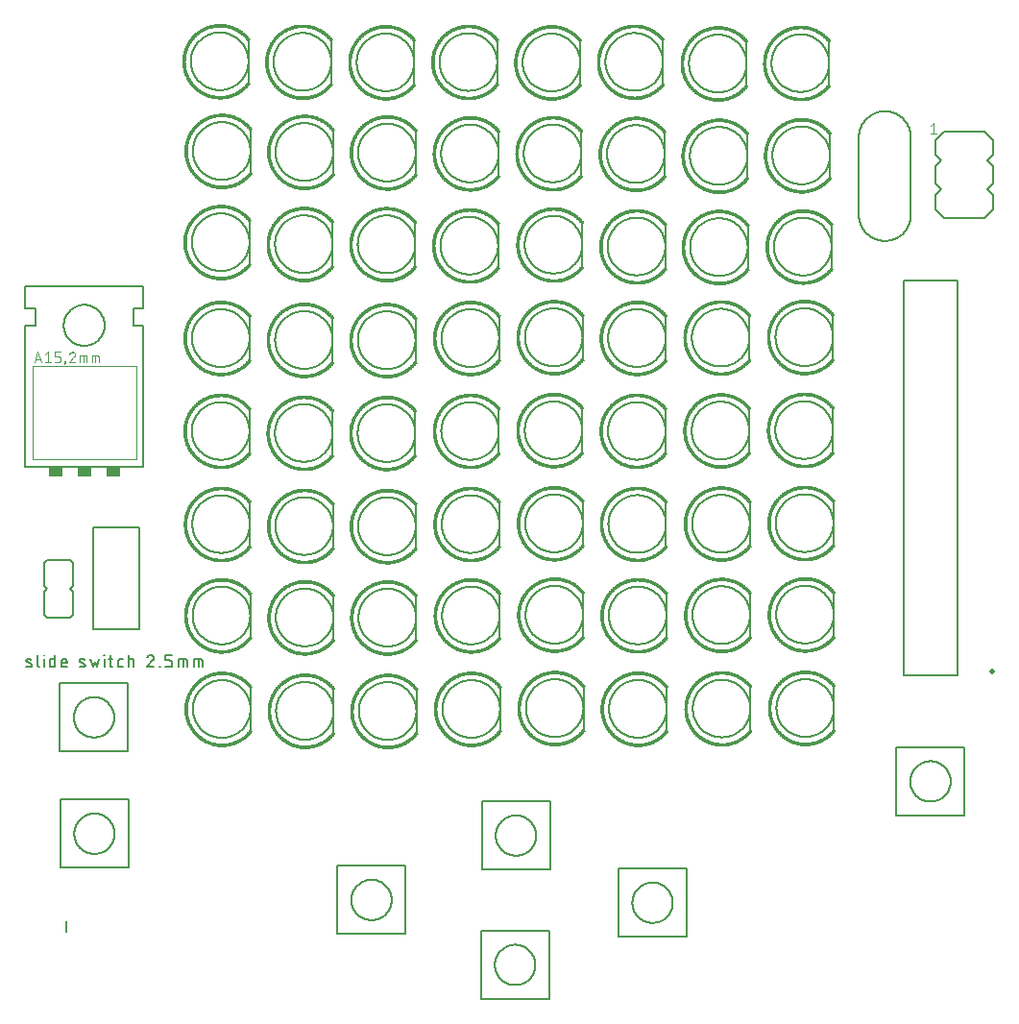
<source format=gbr>
G04 EAGLE Gerber RS-274X export*
G75*
%MOMM*%
%FSLAX34Y34*%
%LPD*%
%INSilkscreen Top*%
%IPPOS*%
%AMOC8*
5,1,8,0,0,1.08239X$1,22.5*%
G01*
%ADD10C,0.127000*%
%ADD11C,0.203200*%
%ADD12C,0.025400*%
%ADD13C,0.152400*%
%ADD14C,0.076200*%
%ADD15C,0.050800*%
%ADD16C,0.101600*%
%ADD17R,1.270000X0.889000*%
%ADD18C,0.508000*%
%ADD19C,0.177800*%


D10*
X-679900Y-339407D02*
X-679900Y-329882D01*
D11*
X-517450Y330006D02*
X-517450Y368106D01*
D12*
X-516612Y368893D02*
X-518441Y367521D01*
X-518441Y367522D02*
X-518900Y368113D01*
X-519373Y368693D01*
X-519860Y369261D01*
X-520361Y369817D01*
X-520875Y370360D01*
X-521402Y370891D01*
X-521942Y371409D01*
X-522495Y371914D01*
X-523060Y372404D01*
X-523637Y372881D01*
X-524225Y373344D01*
X-524824Y373792D01*
X-525435Y374225D01*
X-526055Y374644D01*
X-526686Y375046D01*
X-527326Y375434D01*
X-527975Y375806D01*
X-528634Y376161D01*
X-529301Y376501D01*
X-529976Y376824D01*
X-530659Y377130D01*
X-531349Y377420D01*
X-532045Y377693D01*
X-532749Y377948D01*
X-533458Y378186D01*
X-534173Y378407D01*
X-534893Y378611D01*
X-535618Y378796D01*
X-536347Y378964D01*
X-537081Y379114D01*
X-537817Y379246D01*
X-538557Y379360D01*
X-539299Y379456D01*
X-540043Y379534D01*
X-540789Y379594D01*
X-541536Y379635D01*
X-542284Y379658D01*
X-543033Y379662D01*
X-543781Y379649D01*
X-544529Y379617D01*
X-545275Y379567D01*
X-546020Y379498D01*
X-546764Y379412D01*
X-547505Y379307D01*
X-548243Y379184D01*
X-548978Y379043D01*
X-549709Y378885D01*
X-550436Y378708D01*
X-551159Y378514D01*
X-551877Y378302D01*
X-552589Y378072D01*
X-553295Y377825D01*
X-553996Y377561D01*
X-554689Y377280D01*
X-555376Y376983D01*
X-556055Y376668D01*
X-556726Y376337D01*
X-557389Y375990D01*
X-558043Y375626D01*
X-558688Y375247D01*
X-559323Y374852D01*
X-559949Y374441D01*
X-560565Y374016D01*
X-561170Y373575D01*
X-561764Y373120D01*
X-562346Y372650D01*
X-562917Y372166D01*
X-563476Y371669D01*
X-564023Y371158D01*
X-564557Y370634D01*
X-565078Y370097D01*
X-565586Y369547D01*
X-566080Y368985D01*
X-566560Y368411D01*
X-567026Y367826D01*
X-567478Y367229D01*
X-567915Y366621D01*
X-568337Y366003D01*
X-568744Y365375D01*
X-569135Y364737D01*
X-569510Y364090D01*
X-569870Y363434D01*
X-570213Y362769D01*
X-570540Y362096D01*
X-570851Y361415D01*
X-571145Y360727D01*
X-571421Y360031D01*
X-571681Y359330D01*
X-571924Y358622D01*
X-572149Y357908D01*
X-572357Y357189D01*
X-572547Y356465D01*
X-572719Y355737D01*
X-572873Y355005D01*
X-573010Y354269D01*
X-573128Y353530D01*
X-573229Y352788D01*
X-573311Y352045D01*
X-573375Y351299D01*
X-573420Y350552D01*
X-573448Y349804D01*
X-573457Y349056D01*
X-573448Y348308D01*
X-573420Y347560D01*
X-573375Y346813D01*
X-573311Y346067D01*
X-573229Y345324D01*
X-573128Y344582D01*
X-573010Y343843D01*
X-572873Y343107D01*
X-572719Y342375D01*
X-572547Y341647D01*
X-572357Y340923D01*
X-572149Y340204D01*
X-571924Y339490D01*
X-571681Y338782D01*
X-571421Y338081D01*
X-571145Y337385D01*
X-570851Y336697D01*
X-570540Y336016D01*
X-570213Y335343D01*
X-569870Y334678D01*
X-569510Y334022D01*
X-569135Y333375D01*
X-568744Y332737D01*
X-568337Y332109D01*
X-567915Y331491D01*
X-567478Y330883D01*
X-567026Y330286D01*
X-566560Y329701D01*
X-566080Y329127D01*
X-565586Y328565D01*
X-565078Y328015D01*
X-564557Y327478D01*
X-564023Y326954D01*
X-563476Y326443D01*
X-562917Y325946D01*
X-562346Y325462D01*
X-561764Y324992D01*
X-561170Y324537D01*
X-560565Y324096D01*
X-559949Y323671D01*
X-559323Y323260D01*
X-558688Y322865D01*
X-558043Y322486D01*
X-557389Y322122D01*
X-556726Y321775D01*
X-556055Y321444D01*
X-555376Y321129D01*
X-554689Y320832D01*
X-553996Y320551D01*
X-553295Y320287D01*
X-552589Y320040D01*
X-551877Y319810D01*
X-551159Y319598D01*
X-550436Y319404D01*
X-549709Y319227D01*
X-548978Y319069D01*
X-548243Y318928D01*
X-547505Y318805D01*
X-546764Y318700D01*
X-546020Y318614D01*
X-545275Y318545D01*
X-544529Y318495D01*
X-543781Y318463D01*
X-543033Y318450D01*
X-542284Y318454D01*
X-541536Y318477D01*
X-540789Y318518D01*
X-540043Y318578D01*
X-539299Y318656D01*
X-538557Y318752D01*
X-537817Y318866D01*
X-537081Y318998D01*
X-536347Y319148D01*
X-535618Y319316D01*
X-534893Y319501D01*
X-534173Y319705D01*
X-533458Y319926D01*
X-532749Y320164D01*
X-532045Y320419D01*
X-531349Y320692D01*
X-530659Y320982D01*
X-529976Y321288D01*
X-529301Y321611D01*
X-528634Y321951D01*
X-527975Y322306D01*
X-527326Y322678D01*
X-526686Y323066D01*
X-526055Y323468D01*
X-525435Y323887D01*
X-524824Y324320D01*
X-524225Y324768D01*
X-523637Y325231D01*
X-523060Y325708D01*
X-522495Y326198D01*
X-521942Y326703D01*
X-521402Y327221D01*
X-520875Y327752D01*
X-520361Y328295D01*
X-519860Y328851D01*
X-519373Y329419D01*
X-518900Y329999D01*
X-518441Y330590D01*
X-516612Y329219D01*
X-517105Y328583D01*
X-517613Y327960D01*
X-518137Y327349D01*
X-518675Y326751D01*
X-519227Y326167D01*
X-519794Y325596D01*
X-520374Y325039D01*
X-520968Y324497D01*
X-521575Y323969D01*
X-522195Y323457D01*
X-522827Y322959D01*
X-523471Y322477D01*
X-524127Y322012D01*
X-524794Y321562D01*
X-525472Y321129D01*
X-526160Y320712D01*
X-526858Y320312D01*
X-527565Y319930D01*
X-528282Y319565D01*
X-529007Y319218D01*
X-529741Y318888D01*
X-530483Y318577D01*
X-531232Y318283D01*
X-531987Y318008D01*
X-532750Y317752D01*
X-533518Y317514D01*
X-534292Y317296D01*
X-535071Y317096D01*
X-535855Y316915D01*
X-536643Y316754D01*
X-537435Y316612D01*
X-538230Y316489D01*
X-539027Y316386D01*
X-539827Y316302D01*
X-540629Y316238D01*
X-541432Y316194D01*
X-542236Y316169D01*
X-543040Y316164D01*
X-543845Y316178D01*
X-544648Y316212D01*
X-545451Y316266D01*
X-546252Y316339D01*
X-547051Y316432D01*
X-547847Y316545D01*
X-548640Y316677D01*
X-549430Y316828D01*
X-550216Y316998D01*
X-550998Y317188D01*
X-551775Y317397D01*
X-552546Y317625D01*
X-553312Y317871D01*
X-554071Y318136D01*
X-554824Y318420D01*
X-555569Y318722D01*
X-556307Y319042D01*
X-557037Y319380D01*
X-557759Y319736D01*
X-558471Y320109D01*
X-559174Y320500D01*
X-559867Y320907D01*
X-560551Y321332D01*
X-561223Y321773D01*
X-561885Y322230D01*
X-562535Y322704D01*
X-563173Y323193D01*
X-563800Y323697D01*
X-564414Y324217D01*
X-565014Y324752D01*
X-565602Y325301D01*
X-566176Y325865D01*
X-566736Y326442D01*
X-567282Y327033D01*
X-567813Y327637D01*
X-568329Y328253D01*
X-568830Y328883D01*
X-569316Y329524D01*
X-569786Y330177D01*
X-570239Y330841D01*
X-570676Y331516D01*
X-571097Y332202D01*
X-571501Y332897D01*
X-571887Y333603D01*
X-572256Y334317D01*
X-572608Y335041D01*
X-572942Y335773D01*
X-573257Y336512D01*
X-573555Y337260D01*
X-573834Y338014D01*
X-574095Y338775D01*
X-574337Y339542D01*
X-574560Y340315D01*
X-574764Y341093D01*
X-574950Y341875D01*
X-575116Y342662D01*
X-575262Y343453D01*
X-575390Y344247D01*
X-575497Y345044D01*
X-575586Y345844D01*
X-575655Y346645D01*
X-575704Y347448D01*
X-575733Y348252D01*
X-575743Y349056D01*
X-575733Y349860D01*
X-575704Y350664D01*
X-575655Y351467D01*
X-575586Y352268D01*
X-575497Y353068D01*
X-575390Y353865D01*
X-575262Y354659D01*
X-575116Y355450D01*
X-574950Y356237D01*
X-574764Y357019D01*
X-574560Y357797D01*
X-574337Y358570D01*
X-574095Y359337D01*
X-573834Y360098D01*
X-573555Y360852D01*
X-573257Y361600D01*
X-572942Y362339D01*
X-572608Y363071D01*
X-572256Y363795D01*
X-571887Y364509D01*
X-571501Y365215D01*
X-571097Y365910D01*
X-570676Y366596D01*
X-570239Y367271D01*
X-569786Y367935D01*
X-569316Y368588D01*
X-568830Y369229D01*
X-568329Y369859D01*
X-567813Y370475D01*
X-567282Y371079D01*
X-566736Y371670D01*
X-566176Y372247D01*
X-565602Y372811D01*
X-565014Y373360D01*
X-564414Y373895D01*
X-563800Y374415D01*
X-563173Y374919D01*
X-562535Y375408D01*
X-561885Y375882D01*
X-561223Y376339D01*
X-560551Y376780D01*
X-559867Y377205D01*
X-559174Y377612D01*
X-558471Y378003D01*
X-557759Y378376D01*
X-557037Y378732D01*
X-556307Y379070D01*
X-555569Y379390D01*
X-554824Y379692D01*
X-554071Y379976D01*
X-553312Y380241D01*
X-552546Y380487D01*
X-551775Y380715D01*
X-550998Y380924D01*
X-550216Y381114D01*
X-549430Y381284D01*
X-548640Y381435D01*
X-547847Y381567D01*
X-547051Y381680D01*
X-546252Y381773D01*
X-545451Y381846D01*
X-544648Y381900D01*
X-543845Y381934D01*
X-543040Y381948D01*
X-542236Y381943D01*
X-541432Y381918D01*
X-540629Y381874D01*
X-539827Y381810D01*
X-539027Y381726D01*
X-538230Y381623D01*
X-537435Y381500D01*
X-536643Y381358D01*
X-535855Y381197D01*
X-535071Y381016D01*
X-534292Y380816D01*
X-533518Y380598D01*
X-532750Y380360D01*
X-531987Y380104D01*
X-531232Y379829D01*
X-530483Y379535D01*
X-529741Y379224D01*
X-529007Y378894D01*
X-528282Y378547D01*
X-527565Y378182D01*
X-526858Y377800D01*
X-526160Y377400D01*
X-525472Y376983D01*
X-524794Y376550D01*
X-524127Y376100D01*
X-523471Y375635D01*
X-522827Y375153D01*
X-522195Y374655D01*
X-521575Y374143D01*
X-520968Y373615D01*
X-520374Y373073D01*
X-519794Y372516D01*
X-519227Y371945D01*
X-518675Y371361D01*
X-518137Y370763D01*
X-517613Y370152D01*
X-517105Y369529D01*
X-516612Y368893D01*
X-516804Y368749D01*
X-517293Y369380D01*
X-517798Y369999D01*
X-518317Y370605D01*
X-518852Y371199D01*
X-519400Y371779D01*
X-519963Y372345D01*
X-520539Y372898D01*
X-521129Y373436D01*
X-521731Y373960D01*
X-522347Y374469D01*
X-522974Y374963D01*
X-523613Y375441D01*
X-524264Y375904D01*
X-524926Y376350D01*
X-525599Y376780D01*
X-526282Y377194D01*
X-526975Y377590D01*
X-527677Y377970D01*
X-528389Y378332D01*
X-529109Y378677D01*
X-529837Y379004D01*
X-530574Y379313D01*
X-531317Y379604D01*
X-532067Y379877D01*
X-532824Y380132D01*
X-533587Y380368D01*
X-534355Y380585D01*
X-535129Y380783D01*
X-535907Y380962D01*
X-536689Y381123D01*
X-537475Y381264D01*
X-538264Y381385D01*
X-539056Y381488D01*
X-539850Y381571D01*
X-540646Y381635D01*
X-541443Y381679D01*
X-542241Y381703D01*
X-543040Y381708D01*
X-543838Y381694D01*
X-544636Y381660D01*
X-545432Y381607D01*
X-546227Y381534D01*
X-547020Y381442D01*
X-547811Y381330D01*
X-548599Y381199D01*
X-549383Y381049D01*
X-550163Y380880D01*
X-550939Y380691D01*
X-551710Y380484D01*
X-552476Y380258D01*
X-553236Y380013D01*
X-553990Y379750D01*
X-554737Y379468D01*
X-555477Y379169D01*
X-556210Y378851D01*
X-556934Y378515D01*
X-557650Y378162D01*
X-558357Y377792D01*
X-559055Y377404D01*
X-559744Y376999D01*
X-560422Y376578D01*
X-561089Y376140D01*
X-561746Y375686D01*
X-562392Y375216D01*
X-563025Y374730D01*
X-563647Y374229D01*
X-564256Y373713D01*
X-564853Y373183D01*
X-565436Y372637D01*
X-566006Y372078D01*
X-566562Y371505D01*
X-567104Y370918D01*
X-567631Y370319D01*
X-568144Y369707D01*
X-568641Y369082D01*
X-569123Y368445D01*
X-569589Y367797D01*
X-570039Y367138D01*
X-570473Y366468D01*
X-570891Y365787D01*
X-571292Y365096D01*
X-571675Y364396D01*
X-572042Y363687D01*
X-572391Y362969D01*
X-572722Y362242D01*
X-573036Y361508D01*
X-573331Y360766D01*
X-573608Y360017D01*
X-573867Y359262D01*
X-574107Y358501D01*
X-574329Y357734D01*
X-574532Y356961D01*
X-574715Y356184D01*
X-574880Y355403D01*
X-575026Y354618D01*
X-575152Y353830D01*
X-575259Y353038D01*
X-575347Y352245D01*
X-575415Y351449D01*
X-575464Y350652D01*
X-575493Y349854D01*
X-575503Y349056D01*
X-575493Y348258D01*
X-575464Y347460D01*
X-575415Y346663D01*
X-575347Y345867D01*
X-575259Y345074D01*
X-575152Y344282D01*
X-575026Y343494D01*
X-574880Y342709D01*
X-574715Y341928D01*
X-574532Y341151D01*
X-574329Y340378D01*
X-574107Y339611D01*
X-573867Y338850D01*
X-573608Y338095D01*
X-573331Y337346D01*
X-573036Y336604D01*
X-572722Y335870D01*
X-572391Y335143D01*
X-572042Y334425D01*
X-571675Y333716D01*
X-571292Y333016D01*
X-570891Y332325D01*
X-570473Y331644D01*
X-570039Y330974D01*
X-569589Y330315D01*
X-569123Y329667D01*
X-568641Y329030D01*
X-568144Y328405D01*
X-567631Y327793D01*
X-567104Y327194D01*
X-566562Y326607D01*
X-566006Y326034D01*
X-565436Y325475D01*
X-564853Y324929D01*
X-564256Y324399D01*
X-563647Y323883D01*
X-563025Y323382D01*
X-562392Y322896D01*
X-561746Y322426D01*
X-561089Y321972D01*
X-560422Y321534D01*
X-559744Y321113D01*
X-559055Y320708D01*
X-558357Y320320D01*
X-557650Y319950D01*
X-556934Y319597D01*
X-556210Y319261D01*
X-555477Y318943D01*
X-554737Y318644D01*
X-553990Y318362D01*
X-553236Y318099D01*
X-552476Y317854D01*
X-551710Y317628D01*
X-550939Y317421D01*
X-550163Y317232D01*
X-549383Y317063D01*
X-548599Y316913D01*
X-547811Y316782D01*
X-547020Y316670D01*
X-546227Y316578D01*
X-545432Y316505D01*
X-544636Y316452D01*
X-543838Y316418D01*
X-543040Y316404D01*
X-542241Y316409D01*
X-541443Y316433D01*
X-540646Y316477D01*
X-539850Y316541D01*
X-539056Y316624D01*
X-538264Y316727D01*
X-537475Y316848D01*
X-536689Y316989D01*
X-535907Y317150D01*
X-535129Y317329D01*
X-534355Y317527D01*
X-533587Y317744D01*
X-532824Y317980D01*
X-532067Y318235D01*
X-531317Y318508D01*
X-530574Y318799D01*
X-529837Y319108D01*
X-529109Y319435D01*
X-528389Y319780D01*
X-527677Y320142D01*
X-526975Y320522D01*
X-526282Y320918D01*
X-525599Y321332D01*
X-524926Y321762D01*
X-524264Y322208D01*
X-523613Y322671D01*
X-522974Y323149D01*
X-522347Y323643D01*
X-521731Y324152D01*
X-521129Y324676D01*
X-520539Y325214D01*
X-519963Y325767D01*
X-519400Y326333D01*
X-518852Y326913D01*
X-518317Y327507D01*
X-517798Y328113D01*
X-517293Y328732D01*
X-516804Y329363D01*
X-516996Y329507D01*
X-517482Y328880D01*
X-517983Y328266D01*
X-518498Y327664D01*
X-519029Y327075D01*
X-519573Y326500D01*
X-520132Y325937D01*
X-520704Y325389D01*
X-521289Y324854D01*
X-521887Y324334D01*
X-522498Y323829D01*
X-523121Y323339D01*
X-523755Y322864D01*
X-524402Y322405D01*
X-525059Y321962D01*
X-525726Y321535D01*
X-526405Y321125D01*
X-527092Y320731D01*
X-527790Y320354D01*
X-528496Y319995D01*
X-529211Y319652D01*
X-529934Y319328D01*
X-530664Y319021D01*
X-531402Y318732D01*
X-532147Y318461D01*
X-532899Y318208D01*
X-533656Y317974D01*
X-534418Y317759D01*
X-535186Y317562D01*
X-535959Y317384D01*
X-536735Y317225D01*
X-537515Y317085D01*
X-538298Y316964D01*
X-539084Y316862D01*
X-539873Y316780D01*
X-540663Y316717D01*
X-541454Y316673D01*
X-542246Y316649D01*
X-543039Y316644D01*
X-543831Y316658D01*
X-544623Y316692D01*
X-545414Y316745D01*
X-546203Y316817D01*
X-546990Y316909D01*
X-547775Y317019D01*
X-548557Y317149D01*
X-549335Y317298D01*
X-550110Y317467D01*
X-550880Y317653D01*
X-551646Y317859D01*
X-552406Y318084D01*
X-553160Y318326D01*
X-553908Y318588D01*
X-554650Y318867D01*
X-555385Y319165D01*
X-556112Y319480D01*
X-556831Y319813D01*
X-557542Y320164D01*
X-558244Y320532D01*
X-558937Y320917D01*
X-559620Y321318D01*
X-560293Y321737D01*
X-560956Y322171D01*
X-561608Y322622D01*
X-562248Y323089D01*
X-562877Y323571D01*
X-563495Y324068D01*
X-564099Y324580D01*
X-564691Y325107D01*
X-565270Y325648D01*
X-565836Y326203D01*
X-566388Y326772D01*
X-566926Y327354D01*
X-567449Y327950D01*
X-567958Y328557D01*
X-568452Y329177D01*
X-568930Y329809D01*
X-569393Y330453D01*
X-569840Y331107D01*
X-570270Y331772D01*
X-570685Y332448D01*
X-571083Y333134D01*
X-571463Y333829D01*
X-571827Y334533D01*
X-572174Y335246D01*
X-572503Y335967D01*
X-572814Y336696D01*
X-573107Y337432D01*
X-573382Y338175D01*
X-573639Y338925D01*
X-573878Y339681D01*
X-574098Y340442D01*
X-574299Y341209D01*
X-574481Y341980D01*
X-574645Y342756D01*
X-574789Y343535D01*
X-574915Y344318D01*
X-575021Y345103D01*
X-575108Y345891D01*
X-575176Y346680D01*
X-575224Y347471D01*
X-575253Y348263D01*
X-575263Y349056D01*
X-575253Y349849D01*
X-575224Y350641D01*
X-575176Y351432D01*
X-575108Y352221D01*
X-575021Y353009D01*
X-574915Y353794D01*
X-574789Y354577D01*
X-574645Y355356D01*
X-574481Y356132D01*
X-574299Y356903D01*
X-574098Y357670D01*
X-573878Y358431D01*
X-573639Y359187D01*
X-573382Y359937D01*
X-573107Y360680D01*
X-572814Y361416D01*
X-572503Y362145D01*
X-572174Y362866D01*
X-571827Y363579D01*
X-571463Y364283D01*
X-571083Y364978D01*
X-570685Y365664D01*
X-570270Y366340D01*
X-569840Y367005D01*
X-569393Y367659D01*
X-568930Y368303D01*
X-568452Y368935D01*
X-567958Y369555D01*
X-567449Y370162D01*
X-566926Y370758D01*
X-566388Y371340D01*
X-565836Y371909D01*
X-565270Y372464D01*
X-564691Y373005D01*
X-564099Y373532D01*
X-563495Y374044D01*
X-562877Y374541D01*
X-562248Y375023D01*
X-561608Y375490D01*
X-560956Y375941D01*
X-560293Y376375D01*
X-559620Y376794D01*
X-558937Y377195D01*
X-558244Y377580D01*
X-557542Y377948D01*
X-556831Y378299D01*
X-556112Y378632D01*
X-555385Y378947D01*
X-554650Y379245D01*
X-553908Y379524D01*
X-553160Y379786D01*
X-552406Y380028D01*
X-551646Y380253D01*
X-550880Y380459D01*
X-550110Y380645D01*
X-549335Y380814D01*
X-548557Y380963D01*
X-547775Y381093D01*
X-546990Y381203D01*
X-546203Y381295D01*
X-545414Y381367D01*
X-544623Y381420D01*
X-543831Y381454D01*
X-543039Y381468D01*
X-542246Y381463D01*
X-541454Y381439D01*
X-540663Y381395D01*
X-539873Y381332D01*
X-539084Y381250D01*
X-538298Y381148D01*
X-537515Y381027D01*
X-536735Y380887D01*
X-535959Y380728D01*
X-535186Y380550D01*
X-534418Y380353D01*
X-533656Y380138D01*
X-532899Y379904D01*
X-532147Y379651D01*
X-531402Y379380D01*
X-530664Y379091D01*
X-529934Y378784D01*
X-529211Y378460D01*
X-528496Y378117D01*
X-527790Y377758D01*
X-527092Y377381D01*
X-526405Y376987D01*
X-525726Y376577D01*
X-525059Y376150D01*
X-524402Y375707D01*
X-523755Y375248D01*
X-523121Y374773D01*
X-522498Y374283D01*
X-521887Y373778D01*
X-521289Y373258D01*
X-520704Y372723D01*
X-520132Y372175D01*
X-519573Y371612D01*
X-519029Y371037D01*
X-518498Y370448D01*
X-517983Y369846D01*
X-517482Y369232D01*
X-516996Y368605D01*
X-517188Y368461D01*
X-517670Y369083D01*
X-518167Y369693D01*
X-518679Y370290D01*
X-519206Y370874D01*
X-519746Y371446D01*
X-520301Y372004D01*
X-520868Y372549D01*
X-521449Y373079D01*
X-522043Y373595D01*
X-522649Y374097D01*
X-523268Y374583D01*
X-523898Y375054D01*
X-524539Y375510D01*
X-525191Y375950D01*
X-525854Y376373D01*
X-526527Y376781D01*
X-527210Y377172D01*
X-527902Y377546D01*
X-528603Y377902D01*
X-529312Y378242D01*
X-530030Y378564D01*
X-530755Y378869D01*
X-531488Y379156D01*
X-532227Y379425D01*
X-532973Y379675D01*
X-533725Y379908D01*
X-534482Y380122D01*
X-535244Y380317D01*
X-536010Y380494D01*
X-536781Y380651D01*
X-537555Y380790D01*
X-538333Y380910D01*
X-539113Y381011D01*
X-539895Y381093D01*
X-540680Y381156D01*
X-541465Y381199D01*
X-542251Y381223D01*
X-543038Y381228D01*
X-543825Y381214D01*
X-544611Y381181D01*
X-545395Y381128D01*
X-546179Y381056D01*
X-546960Y380965D01*
X-547739Y380855D01*
X-548515Y380726D01*
X-549288Y380578D01*
X-550057Y380411D01*
X-550821Y380226D01*
X-551581Y380022D01*
X-552335Y379799D01*
X-553084Y379558D01*
X-553827Y379299D01*
X-554563Y379021D01*
X-555292Y378726D01*
X-556014Y378413D01*
X-556728Y378082D01*
X-557433Y377734D01*
X-558130Y377369D01*
X-558818Y376987D01*
X-559496Y376588D01*
X-560164Y376173D01*
X-560822Y375741D01*
X-561469Y375294D01*
X-562105Y374831D01*
X-562729Y374352D01*
X-563342Y373859D01*
X-563942Y373350D01*
X-564530Y372827D01*
X-565105Y372290D01*
X-565666Y371739D01*
X-566214Y371175D01*
X-566748Y370597D01*
X-567267Y370006D01*
X-567772Y369403D01*
X-568262Y368787D01*
X-568737Y368160D01*
X-569196Y367521D01*
X-569640Y366872D01*
X-570068Y366211D01*
X-570479Y365541D01*
X-570874Y364860D01*
X-571252Y364170D01*
X-571613Y363471D01*
X-571957Y362764D01*
X-572283Y362048D01*
X-572592Y361325D01*
X-572883Y360594D01*
X-573156Y359856D01*
X-573411Y359112D01*
X-573648Y358362D01*
X-573866Y357606D01*
X-574066Y356845D01*
X-574247Y356079D01*
X-574409Y355310D01*
X-574553Y354536D01*
X-574677Y353759D01*
X-574783Y352980D01*
X-574869Y352198D01*
X-574936Y351414D01*
X-574985Y350629D01*
X-575013Y349843D01*
X-575023Y349056D01*
X-575013Y348269D01*
X-574985Y347483D01*
X-574936Y346698D01*
X-574869Y345914D01*
X-574783Y345132D01*
X-574677Y344353D01*
X-574553Y343576D01*
X-574409Y342802D01*
X-574247Y342033D01*
X-574066Y341267D01*
X-573866Y340506D01*
X-573648Y339750D01*
X-573411Y339000D01*
X-573156Y338256D01*
X-572883Y337518D01*
X-572592Y336787D01*
X-572283Y336064D01*
X-571957Y335348D01*
X-571613Y334641D01*
X-571252Y333942D01*
X-570874Y333252D01*
X-570479Y332571D01*
X-570068Y331901D01*
X-569640Y331240D01*
X-569196Y330591D01*
X-568737Y329952D01*
X-568262Y329325D01*
X-567772Y328709D01*
X-567267Y328106D01*
X-566748Y327515D01*
X-566214Y326937D01*
X-565666Y326373D01*
X-565105Y325822D01*
X-564530Y325285D01*
X-563942Y324762D01*
X-563342Y324253D01*
X-562729Y323760D01*
X-562105Y323281D01*
X-561469Y322818D01*
X-560822Y322371D01*
X-560164Y321939D01*
X-559496Y321524D01*
X-558818Y321125D01*
X-558130Y320743D01*
X-557433Y320378D01*
X-556728Y320030D01*
X-556014Y319699D01*
X-555292Y319386D01*
X-554563Y319091D01*
X-553827Y318813D01*
X-553084Y318554D01*
X-552335Y318313D01*
X-551581Y318090D01*
X-550821Y317886D01*
X-550057Y317701D01*
X-549288Y317534D01*
X-548515Y317386D01*
X-547739Y317257D01*
X-546960Y317147D01*
X-546179Y317056D01*
X-545395Y316984D01*
X-544611Y316931D01*
X-543825Y316898D01*
X-543038Y316884D01*
X-542251Y316889D01*
X-541465Y316913D01*
X-540680Y316956D01*
X-539895Y317019D01*
X-539113Y317101D01*
X-538333Y317202D01*
X-537555Y317322D01*
X-536781Y317461D01*
X-536010Y317618D01*
X-535244Y317795D01*
X-534482Y317990D01*
X-533725Y318204D01*
X-532973Y318437D01*
X-532227Y318687D01*
X-531488Y318956D01*
X-530755Y319243D01*
X-530030Y319548D01*
X-529312Y319870D01*
X-528603Y320210D01*
X-527902Y320566D01*
X-527210Y320940D01*
X-526527Y321331D01*
X-525854Y321739D01*
X-525191Y322162D01*
X-524539Y322602D01*
X-523898Y323058D01*
X-523268Y323529D01*
X-522649Y324015D01*
X-522043Y324517D01*
X-521449Y325033D01*
X-520868Y325563D01*
X-520301Y326108D01*
X-519746Y326666D01*
X-519206Y327238D01*
X-518679Y327822D01*
X-518167Y328419D01*
X-517670Y329029D01*
X-517188Y329651D01*
X-517380Y329795D01*
X-517859Y329178D01*
X-518352Y328573D01*
X-518860Y327980D01*
X-519383Y327400D01*
X-519919Y326832D01*
X-520469Y326278D01*
X-521033Y325738D01*
X-521610Y325211D01*
X-522199Y324699D01*
X-522801Y324202D01*
X-523414Y323719D01*
X-524040Y323251D01*
X-524676Y322799D01*
X-525324Y322363D01*
X-525981Y321942D01*
X-526649Y321538D01*
X-527327Y321150D01*
X-528014Y320779D01*
X-528710Y320424D01*
X-529414Y320087D01*
X-530126Y319767D01*
X-530846Y319465D01*
X-531573Y319180D01*
X-532307Y318914D01*
X-533047Y318665D01*
X-533793Y318434D01*
X-534545Y318222D01*
X-535301Y318028D01*
X-536062Y317853D01*
X-536827Y317696D01*
X-537595Y317558D01*
X-538367Y317439D01*
X-539141Y317339D01*
X-539918Y317258D01*
X-540696Y317196D01*
X-541476Y317153D01*
X-542256Y317129D01*
X-543037Y317124D01*
X-543818Y317138D01*
X-544598Y317171D01*
X-545377Y317223D01*
X-546155Y317294D01*
X-546930Y317385D01*
X-547703Y317494D01*
X-548474Y317622D01*
X-549240Y317769D01*
X-550003Y317935D01*
X-550762Y318119D01*
X-551516Y318321D01*
X-552265Y318543D01*
X-553008Y318782D01*
X-553745Y319039D01*
X-554476Y319315D01*
X-555200Y319608D01*
X-555916Y319919D01*
X-556625Y320247D01*
X-557325Y320592D01*
X-558016Y320955D01*
X-558699Y321334D01*
X-559372Y321730D01*
X-560035Y322142D01*
X-560688Y322570D01*
X-561330Y323014D01*
X-561962Y323474D01*
X-562581Y323948D01*
X-563189Y324438D01*
X-563785Y324943D01*
X-564368Y325462D01*
X-564939Y325995D01*
X-565496Y326542D01*
X-566040Y327103D01*
X-566570Y327676D01*
X-567085Y328263D01*
X-567586Y328861D01*
X-568073Y329472D01*
X-568544Y330095D01*
X-569000Y330729D01*
X-569440Y331373D01*
X-569865Y332029D01*
X-570273Y332694D01*
X-570665Y333370D01*
X-571040Y334055D01*
X-571398Y334748D01*
X-571740Y335450D01*
X-572064Y336161D01*
X-572370Y336879D01*
X-572659Y337604D01*
X-572930Y338337D01*
X-573183Y339075D01*
X-573418Y339820D01*
X-573635Y340570D01*
X-573833Y341325D01*
X-574013Y342085D01*
X-574174Y342849D01*
X-574316Y343617D01*
X-574440Y344388D01*
X-574545Y345162D01*
X-574630Y345938D01*
X-574697Y346716D01*
X-574745Y347495D01*
X-574773Y348275D01*
X-574783Y349056D01*
X-574773Y349837D01*
X-574745Y350617D01*
X-574697Y351396D01*
X-574630Y352174D01*
X-574545Y352950D01*
X-574440Y353724D01*
X-574316Y354495D01*
X-574174Y355263D01*
X-574013Y356027D01*
X-573833Y356787D01*
X-573635Y357542D01*
X-573418Y358292D01*
X-573183Y359037D01*
X-572930Y359775D01*
X-572659Y360508D01*
X-572370Y361233D01*
X-572064Y361951D01*
X-571740Y362662D01*
X-571398Y363364D01*
X-571040Y364057D01*
X-570665Y364742D01*
X-570273Y365418D01*
X-569865Y366083D01*
X-569440Y366739D01*
X-569000Y367383D01*
X-568544Y368017D01*
X-568073Y368640D01*
X-567586Y369251D01*
X-567085Y369849D01*
X-566570Y370436D01*
X-566040Y371009D01*
X-565496Y371570D01*
X-564939Y372117D01*
X-564368Y372650D01*
X-563785Y373169D01*
X-563189Y373674D01*
X-562581Y374164D01*
X-561962Y374638D01*
X-561330Y375098D01*
X-560688Y375542D01*
X-560035Y375970D01*
X-559372Y376382D01*
X-558699Y376778D01*
X-558016Y377157D01*
X-557325Y377520D01*
X-556625Y377865D01*
X-555916Y378193D01*
X-555200Y378504D01*
X-554476Y378797D01*
X-553745Y379073D01*
X-553008Y379330D01*
X-552265Y379569D01*
X-551516Y379791D01*
X-550762Y379993D01*
X-550003Y380177D01*
X-549240Y380343D01*
X-548474Y380490D01*
X-547703Y380618D01*
X-546930Y380727D01*
X-546155Y380818D01*
X-545377Y380889D01*
X-544598Y380941D01*
X-543818Y380974D01*
X-543037Y380988D01*
X-542256Y380983D01*
X-541476Y380959D01*
X-540696Y380916D01*
X-539918Y380854D01*
X-539141Y380773D01*
X-538367Y380673D01*
X-537595Y380554D01*
X-536827Y380416D01*
X-536062Y380259D01*
X-535301Y380084D01*
X-534545Y379890D01*
X-533793Y379678D01*
X-533047Y379447D01*
X-532307Y379198D01*
X-531573Y378932D01*
X-530846Y378647D01*
X-530126Y378345D01*
X-529414Y378025D01*
X-528710Y377688D01*
X-528014Y377333D01*
X-527327Y376962D01*
X-526649Y376574D01*
X-525981Y376170D01*
X-525324Y375749D01*
X-524676Y375313D01*
X-524040Y374861D01*
X-523414Y374393D01*
X-522801Y373910D01*
X-522199Y373413D01*
X-521610Y372901D01*
X-521033Y372374D01*
X-520469Y371834D01*
X-519919Y371280D01*
X-519383Y370712D01*
X-518860Y370132D01*
X-518352Y369539D01*
X-517859Y368934D01*
X-517380Y368317D01*
X-517572Y368173D01*
X-518047Y368786D01*
X-518537Y369386D01*
X-519041Y369974D01*
X-519560Y370550D01*
X-520092Y371113D01*
X-520638Y371663D01*
X-521198Y372199D01*
X-521770Y372722D01*
X-522355Y373230D01*
X-522952Y373724D01*
X-523561Y374203D01*
X-524182Y374667D01*
X-524813Y375116D01*
X-525456Y375549D01*
X-526109Y375967D01*
X-526772Y376368D01*
X-527444Y376753D01*
X-528126Y377121D01*
X-528817Y377473D01*
X-529516Y377807D01*
X-530223Y378125D01*
X-530937Y378425D01*
X-531659Y378707D01*
X-532387Y378972D01*
X-533122Y379219D01*
X-533862Y379448D01*
X-534608Y379658D01*
X-535358Y379851D01*
X-536114Y380025D01*
X-536873Y380180D01*
X-537636Y380317D01*
X-538401Y380435D01*
X-539170Y380535D01*
X-539941Y380615D01*
X-540713Y380677D01*
X-541487Y380720D01*
X-542261Y380744D01*
X-543036Y380748D01*
X-543811Y380734D01*
X-544585Y380701D01*
X-545359Y380650D01*
X-546130Y380579D01*
X-546900Y380489D01*
X-547667Y380381D01*
X-548432Y380254D01*
X-549193Y380108D01*
X-549950Y379943D01*
X-550703Y379761D01*
X-551452Y379559D01*
X-552195Y379340D01*
X-552932Y379102D01*
X-553664Y378847D01*
X-554389Y378574D01*
X-555107Y378283D01*
X-555818Y377974D01*
X-556521Y377649D01*
X-557216Y377306D01*
X-557903Y376946D01*
X-558580Y376570D01*
X-559248Y376177D01*
X-559906Y375768D01*
X-560554Y375343D01*
X-561192Y374902D01*
X-561818Y374446D01*
X-562433Y373975D01*
X-563037Y373488D01*
X-563628Y372988D01*
X-564207Y372472D01*
X-564773Y371943D01*
X-565326Y371400D01*
X-565866Y370844D01*
X-566392Y370275D01*
X-566903Y369693D01*
X-567401Y369099D01*
X-567883Y368492D01*
X-568351Y367875D01*
X-568804Y367246D01*
X-569241Y366606D01*
X-569662Y365955D01*
X-570067Y365294D01*
X-570456Y364624D01*
X-570828Y363945D01*
X-571184Y363256D01*
X-571523Y362559D01*
X-571844Y361854D01*
X-572148Y361141D01*
X-572435Y360421D01*
X-572704Y359695D01*
X-572955Y358962D01*
X-573188Y358223D01*
X-573403Y357478D01*
X-573600Y356729D01*
X-573779Y355974D01*
X-573939Y355216D01*
X-574080Y354454D01*
X-574203Y353689D01*
X-574306Y352921D01*
X-574392Y352151D01*
X-574458Y351379D01*
X-574505Y350605D01*
X-574534Y349831D01*
X-574543Y349056D01*
X-574534Y348281D01*
X-574505Y347507D01*
X-574458Y346733D01*
X-574392Y345961D01*
X-574306Y345191D01*
X-574203Y344423D01*
X-574080Y343658D01*
X-573939Y342896D01*
X-573779Y342138D01*
X-573600Y341383D01*
X-573403Y340634D01*
X-573188Y339889D01*
X-572955Y339150D01*
X-572704Y338417D01*
X-572435Y337691D01*
X-572148Y336971D01*
X-571844Y336258D01*
X-571523Y335553D01*
X-571184Y334856D01*
X-570828Y334167D01*
X-570456Y333488D01*
X-570067Y332818D01*
X-569662Y332157D01*
X-569241Y331506D01*
X-568804Y330866D01*
X-568351Y330237D01*
X-567883Y329620D01*
X-567401Y329013D01*
X-566903Y328419D01*
X-566392Y327837D01*
X-565866Y327268D01*
X-565326Y326712D01*
X-564773Y326169D01*
X-564207Y325640D01*
X-563628Y325124D01*
X-563037Y324624D01*
X-562433Y324137D01*
X-561818Y323666D01*
X-561192Y323210D01*
X-560554Y322769D01*
X-559906Y322344D01*
X-559248Y321935D01*
X-558580Y321542D01*
X-557903Y321166D01*
X-557216Y320806D01*
X-556521Y320463D01*
X-555818Y320138D01*
X-555107Y319829D01*
X-554389Y319538D01*
X-553664Y319265D01*
X-552932Y319010D01*
X-552195Y318772D01*
X-551452Y318553D01*
X-550703Y318351D01*
X-549950Y318169D01*
X-549193Y318004D01*
X-548432Y317858D01*
X-547667Y317731D01*
X-546900Y317623D01*
X-546130Y317533D01*
X-545359Y317462D01*
X-544585Y317411D01*
X-543811Y317378D01*
X-543036Y317364D01*
X-542261Y317368D01*
X-541487Y317392D01*
X-540713Y317435D01*
X-539941Y317497D01*
X-539170Y317577D01*
X-538401Y317677D01*
X-537636Y317795D01*
X-536873Y317932D01*
X-536114Y318087D01*
X-535358Y318261D01*
X-534608Y318454D01*
X-533862Y318664D01*
X-533122Y318893D01*
X-532387Y319140D01*
X-531659Y319405D01*
X-530937Y319687D01*
X-530223Y319987D01*
X-529516Y320305D01*
X-528817Y320639D01*
X-528126Y320991D01*
X-527444Y321359D01*
X-526772Y321744D01*
X-526109Y322145D01*
X-525456Y322563D01*
X-524813Y322996D01*
X-524182Y323445D01*
X-523561Y323909D01*
X-522952Y324388D01*
X-522355Y324882D01*
X-521770Y325390D01*
X-521198Y325913D01*
X-520638Y326449D01*
X-520092Y326999D01*
X-519560Y327562D01*
X-519041Y328138D01*
X-518537Y328726D01*
X-518047Y329326D01*
X-517572Y329939D01*
X-517764Y330083D01*
X-518235Y329475D01*
X-518721Y328879D01*
X-519222Y328295D01*
X-519737Y327724D01*
X-520265Y327165D01*
X-520807Y326619D01*
X-521362Y326087D01*
X-521930Y325569D01*
X-522511Y325064D01*
X-523103Y324574D01*
X-523708Y324099D01*
X-524324Y323638D01*
X-524951Y323193D01*
X-525588Y322763D01*
X-526236Y322349D01*
X-526894Y321951D01*
X-527562Y321569D01*
X-528238Y321203D01*
X-528924Y320854D01*
X-529617Y320522D01*
X-530319Y320207D01*
X-531028Y319909D01*
X-531744Y319629D01*
X-532467Y319366D01*
X-533196Y319121D01*
X-533931Y318894D01*
X-534671Y318685D01*
X-535416Y318494D01*
X-536165Y318322D01*
X-536919Y318167D01*
X-537676Y318032D01*
X-538436Y317914D01*
X-539198Y317816D01*
X-539963Y317736D01*
X-540730Y317675D01*
X-541498Y317632D01*
X-542267Y317608D01*
X-543036Y317604D01*
X-543804Y317617D01*
X-544573Y317650D01*
X-545340Y317702D01*
X-546106Y317772D01*
X-546870Y317861D01*
X-547631Y317969D01*
X-548390Y318095D01*
X-549145Y318239D01*
X-549897Y318403D01*
X-550644Y318584D01*
X-551387Y318784D01*
X-552124Y319001D01*
X-552857Y319237D01*
X-553583Y319491D01*
X-554302Y319762D01*
X-555015Y320051D01*
X-555721Y320357D01*
X-556418Y320680D01*
X-557108Y321020D01*
X-557789Y321377D01*
X-558461Y321751D01*
X-559124Y322141D01*
X-559778Y322547D01*
X-560421Y322968D01*
X-561053Y323406D01*
X-561675Y323859D01*
X-562285Y324326D01*
X-562884Y324809D01*
X-563471Y325306D01*
X-564045Y325817D01*
X-564607Y326342D01*
X-565156Y326881D01*
X-565692Y327433D01*
X-566213Y327998D01*
X-566721Y328575D01*
X-567215Y329165D01*
X-567694Y329767D01*
X-568158Y330380D01*
X-568607Y331004D01*
X-569041Y331640D01*
X-569459Y332285D01*
X-569861Y332941D01*
X-570247Y333606D01*
X-570616Y334280D01*
X-570969Y334964D01*
X-571305Y335655D01*
X-571625Y336355D01*
X-571927Y337062D01*
X-572211Y337777D01*
X-572478Y338498D01*
X-572727Y339226D01*
X-572959Y339959D01*
X-573172Y340698D01*
X-573367Y341442D01*
X-573544Y342190D01*
X-573703Y342943D01*
X-573843Y343699D01*
X-573965Y344458D01*
X-574068Y345220D01*
X-574153Y345985D01*
X-574218Y346751D01*
X-574265Y347518D01*
X-574294Y348287D01*
X-574303Y349056D01*
X-574294Y349825D01*
X-574265Y350594D01*
X-574218Y351361D01*
X-574153Y352127D01*
X-574068Y352892D01*
X-573965Y353654D01*
X-573843Y354413D01*
X-573703Y355169D01*
X-573544Y355922D01*
X-573367Y356670D01*
X-573172Y357414D01*
X-572959Y358153D01*
X-572727Y358886D01*
X-572478Y359614D01*
X-572211Y360335D01*
X-571927Y361050D01*
X-571625Y361757D01*
X-571305Y362457D01*
X-570969Y363148D01*
X-570616Y363832D01*
X-570247Y364506D01*
X-569861Y365171D01*
X-569459Y365827D01*
X-569041Y366472D01*
X-568607Y367108D01*
X-568158Y367732D01*
X-567694Y368345D01*
X-567215Y368947D01*
X-566721Y369537D01*
X-566213Y370114D01*
X-565692Y370679D01*
X-565156Y371231D01*
X-564607Y371770D01*
X-564045Y372295D01*
X-563471Y372806D01*
X-562884Y373303D01*
X-562285Y373786D01*
X-561675Y374253D01*
X-561053Y374706D01*
X-560421Y375144D01*
X-559778Y375565D01*
X-559124Y375971D01*
X-558461Y376361D01*
X-557789Y376735D01*
X-557108Y377092D01*
X-556418Y377432D01*
X-555721Y377755D01*
X-555015Y378061D01*
X-554302Y378350D01*
X-553583Y378621D01*
X-552857Y378875D01*
X-552124Y379111D01*
X-551387Y379328D01*
X-550644Y379528D01*
X-549897Y379709D01*
X-549145Y379873D01*
X-548390Y380017D01*
X-547631Y380143D01*
X-546870Y380251D01*
X-546106Y380340D01*
X-545340Y380410D01*
X-544573Y380462D01*
X-543804Y380495D01*
X-543036Y380508D01*
X-542267Y380504D01*
X-541498Y380480D01*
X-540730Y380437D01*
X-539963Y380376D01*
X-539198Y380296D01*
X-538436Y380198D01*
X-537676Y380080D01*
X-536919Y379945D01*
X-536165Y379790D01*
X-535416Y379618D01*
X-534671Y379427D01*
X-533931Y379218D01*
X-533196Y378991D01*
X-532467Y378746D01*
X-531744Y378483D01*
X-531028Y378203D01*
X-530319Y377905D01*
X-529617Y377590D01*
X-528924Y377258D01*
X-528238Y376909D01*
X-527562Y376543D01*
X-526894Y376161D01*
X-526236Y375763D01*
X-525588Y375349D01*
X-524951Y374919D01*
X-524324Y374474D01*
X-523708Y374013D01*
X-523103Y373538D01*
X-522511Y373048D01*
X-521930Y372543D01*
X-521362Y372025D01*
X-520807Y371493D01*
X-520265Y370947D01*
X-519737Y370388D01*
X-519222Y369817D01*
X-518721Y369233D01*
X-518235Y368637D01*
X-517764Y368029D01*
X-517956Y367885D01*
X-518424Y368488D01*
X-518906Y369080D01*
X-519403Y369659D01*
X-519914Y370226D01*
X-520438Y370781D01*
X-520976Y371322D01*
X-521527Y371850D01*
X-522090Y372365D01*
X-522667Y372865D01*
X-523255Y373352D01*
X-523855Y373823D01*
X-524466Y374280D01*
X-525088Y374722D01*
X-525721Y375149D01*
X-526364Y375560D01*
X-527017Y375955D01*
X-527679Y376334D01*
X-528351Y376697D01*
X-529031Y377043D01*
X-529719Y377373D01*
X-530415Y377685D01*
X-531119Y377981D01*
X-531830Y378259D01*
X-532547Y378520D01*
X-533270Y378763D01*
X-534000Y378988D01*
X-534734Y379195D01*
X-535473Y379385D01*
X-536217Y379556D01*
X-536965Y379709D01*
X-537716Y379844D01*
X-538470Y379960D01*
X-539227Y380058D01*
X-539986Y380137D01*
X-540747Y380198D01*
X-541509Y380240D01*
X-542272Y380264D01*
X-543035Y380268D01*
X-543798Y380255D01*
X-544560Y380222D01*
X-545322Y380171D01*
X-546082Y380101D01*
X-546840Y380013D01*
X-547595Y379906D01*
X-548348Y379781D01*
X-549098Y379637D01*
X-549844Y379475D01*
X-550585Y379295D01*
X-551322Y379097D01*
X-552054Y378881D01*
X-552781Y378647D01*
X-553501Y378395D01*
X-554215Y378126D01*
X-554923Y377840D01*
X-555623Y377536D01*
X-556315Y377215D01*
X-557000Y376878D01*
X-557676Y376523D01*
X-558343Y376153D01*
X-559001Y375766D01*
X-559649Y375363D01*
X-560287Y374944D01*
X-560915Y374510D01*
X-561532Y374061D01*
X-562137Y373597D01*
X-562732Y373118D01*
X-563314Y372625D01*
X-563884Y372117D01*
X-564442Y371596D01*
X-564986Y371062D01*
X-565518Y370514D01*
X-566035Y369953D01*
X-566539Y369380D01*
X-567029Y368795D01*
X-567505Y368198D01*
X-567965Y367589D01*
X-568411Y366970D01*
X-568841Y366339D01*
X-569256Y365699D01*
X-569655Y365048D01*
X-570038Y364388D01*
X-570405Y363719D01*
X-570755Y363041D01*
X-571088Y362354D01*
X-571405Y361660D01*
X-571705Y360958D01*
X-571987Y360249D01*
X-572252Y359533D01*
X-572499Y358811D01*
X-572729Y358083D01*
X-572941Y357350D01*
X-573135Y356612D01*
X-573310Y355869D01*
X-573468Y355123D01*
X-573607Y354372D01*
X-573728Y353619D01*
X-573830Y352862D01*
X-573914Y352104D01*
X-573979Y351344D01*
X-574026Y350582D01*
X-574054Y349819D01*
X-574063Y349056D01*
X-574054Y348293D01*
X-574026Y347530D01*
X-573979Y346768D01*
X-573914Y346008D01*
X-573830Y345250D01*
X-573728Y344493D01*
X-573607Y343740D01*
X-573468Y342989D01*
X-573310Y342243D01*
X-573135Y341500D01*
X-572941Y340762D01*
X-572729Y340029D01*
X-572499Y339301D01*
X-572252Y338579D01*
X-571987Y337863D01*
X-571705Y337154D01*
X-571405Y336452D01*
X-571088Y335758D01*
X-570755Y335071D01*
X-570405Y334393D01*
X-570038Y333724D01*
X-569655Y333064D01*
X-569256Y332413D01*
X-568841Y331773D01*
X-568411Y331142D01*
X-567965Y330523D01*
X-567505Y329914D01*
X-567029Y329317D01*
X-566539Y328732D01*
X-566035Y328159D01*
X-565518Y327598D01*
X-564986Y327050D01*
X-564442Y326516D01*
X-563884Y325995D01*
X-563314Y325487D01*
X-562732Y324994D01*
X-562137Y324515D01*
X-561532Y324051D01*
X-560915Y323602D01*
X-560287Y323168D01*
X-559649Y322749D01*
X-559001Y322346D01*
X-558343Y321959D01*
X-557676Y321589D01*
X-557000Y321234D01*
X-556315Y320897D01*
X-555623Y320576D01*
X-554923Y320272D01*
X-554215Y319986D01*
X-553501Y319717D01*
X-552781Y319465D01*
X-552054Y319231D01*
X-551322Y319015D01*
X-550585Y318817D01*
X-549844Y318637D01*
X-549098Y318475D01*
X-548348Y318331D01*
X-547595Y318206D01*
X-546840Y318099D01*
X-546082Y318011D01*
X-545322Y317941D01*
X-544560Y317890D01*
X-543798Y317857D01*
X-543035Y317844D01*
X-542272Y317848D01*
X-541509Y317872D01*
X-540747Y317914D01*
X-539986Y317975D01*
X-539227Y318054D01*
X-538470Y318152D01*
X-537716Y318268D01*
X-536965Y318403D01*
X-536217Y318556D01*
X-535473Y318727D01*
X-534734Y318917D01*
X-534000Y319124D01*
X-533270Y319349D01*
X-532547Y319592D01*
X-531830Y319853D01*
X-531119Y320131D01*
X-530415Y320427D01*
X-529719Y320739D01*
X-529031Y321069D01*
X-528351Y321415D01*
X-527679Y321778D01*
X-527017Y322157D01*
X-526364Y322552D01*
X-525721Y322963D01*
X-525088Y323390D01*
X-524466Y323832D01*
X-523855Y324289D01*
X-523255Y324760D01*
X-522667Y325247D01*
X-522090Y325747D01*
X-521527Y326262D01*
X-520976Y326790D01*
X-520438Y327331D01*
X-519914Y327886D01*
X-519403Y328453D01*
X-518906Y329032D01*
X-518424Y329624D01*
X-517956Y330227D01*
X-518148Y330371D01*
X-518612Y329772D01*
X-519091Y329186D01*
X-519584Y328611D01*
X-520091Y328048D01*
X-520611Y327498D01*
X-521145Y326961D01*
X-521691Y326436D01*
X-522251Y325926D01*
X-522822Y325429D01*
X-523406Y324947D01*
X-524001Y324479D01*
X-524608Y324025D01*
X-525225Y323587D01*
X-525853Y323163D01*
X-526491Y322755D01*
X-527139Y322363D01*
X-527797Y321987D01*
X-528463Y321627D01*
X-529138Y321284D01*
X-529821Y320957D01*
X-530512Y320647D01*
X-531210Y320353D01*
X-531915Y320077D01*
X-532627Y319819D01*
X-533345Y319578D01*
X-534068Y319354D01*
X-534797Y319148D01*
X-535531Y318960D01*
X-536269Y318790D01*
X-537011Y318638D01*
X-537756Y318505D01*
X-538504Y318389D01*
X-539255Y318292D01*
X-540009Y318214D01*
X-540764Y318153D01*
X-541520Y318112D01*
X-542277Y318088D01*
X-543034Y318084D01*
X-543791Y318097D01*
X-544548Y318130D01*
X-545303Y318180D01*
X-546057Y318250D01*
X-546810Y318337D01*
X-547560Y318443D01*
X-548307Y318567D01*
X-549050Y318710D01*
X-549790Y318871D01*
X-550526Y319049D01*
X-551258Y319246D01*
X-551984Y319460D01*
X-552705Y319693D01*
X-553420Y319942D01*
X-554128Y320209D01*
X-554830Y320494D01*
X-555525Y320795D01*
X-556212Y321114D01*
X-556891Y321449D01*
X-557562Y321800D01*
X-558224Y322168D01*
X-558877Y322552D01*
X-559520Y322952D01*
X-560153Y323367D01*
X-560776Y323798D01*
X-561388Y324243D01*
X-561989Y324704D01*
X-562579Y325179D01*
X-563157Y325669D01*
X-563723Y326172D01*
X-564276Y326689D01*
X-564816Y327220D01*
X-565343Y327763D01*
X-565857Y328320D01*
X-566357Y328888D01*
X-566843Y329469D01*
X-567315Y330062D01*
X-567772Y330665D01*
X-568214Y331280D01*
X-568641Y331906D01*
X-569053Y332541D01*
X-569449Y333187D01*
X-569829Y333842D01*
X-570193Y334506D01*
X-570540Y335179D01*
X-570871Y335860D01*
X-571186Y336549D01*
X-571483Y337246D01*
X-571763Y337949D01*
X-572026Y338659D01*
X-572271Y339376D01*
X-572499Y340098D01*
X-572709Y340826D01*
X-572902Y341558D01*
X-573076Y342295D01*
X-573232Y343036D01*
X-573370Y343781D01*
X-573490Y344528D01*
X-573592Y345279D01*
X-573675Y346032D01*
X-573740Y346786D01*
X-573786Y347542D01*
X-573814Y348299D01*
X-573823Y349056D01*
X-573814Y349813D01*
X-573786Y350570D01*
X-573740Y351326D01*
X-573675Y352080D01*
X-573592Y352833D01*
X-573490Y353584D01*
X-573370Y354331D01*
X-573232Y355076D01*
X-573076Y355817D01*
X-572902Y356554D01*
X-572709Y357286D01*
X-572499Y358014D01*
X-572271Y358736D01*
X-572026Y359453D01*
X-571763Y360163D01*
X-571483Y360866D01*
X-571186Y361563D01*
X-570871Y362252D01*
X-570540Y362933D01*
X-570193Y363606D01*
X-569829Y364270D01*
X-569449Y364925D01*
X-569053Y365571D01*
X-568641Y366206D01*
X-568214Y366832D01*
X-567772Y367447D01*
X-567315Y368050D01*
X-566843Y368643D01*
X-566357Y369224D01*
X-565857Y369792D01*
X-565343Y370349D01*
X-564816Y370892D01*
X-564276Y371423D01*
X-563723Y371940D01*
X-563157Y372443D01*
X-562579Y372933D01*
X-561989Y373408D01*
X-561388Y373869D01*
X-560776Y374314D01*
X-560153Y374745D01*
X-559520Y375160D01*
X-558877Y375560D01*
X-558224Y375944D01*
X-557562Y376312D01*
X-556891Y376663D01*
X-556212Y376998D01*
X-555525Y377317D01*
X-554830Y377618D01*
X-554128Y377903D01*
X-553420Y378170D01*
X-552705Y378419D01*
X-551984Y378652D01*
X-551258Y378866D01*
X-550526Y379063D01*
X-549790Y379241D01*
X-549050Y379402D01*
X-548307Y379545D01*
X-547560Y379669D01*
X-546810Y379775D01*
X-546057Y379862D01*
X-545303Y379932D01*
X-544548Y379982D01*
X-543791Y380015D01*
X-543034Y380028D01*
X-542277Y380024D01*
X-541520Y380000D01*
X-540764Y379959D01*
X-540009Y379898D01*
X-539255Y379820D01*
X-538504Y379723D01*
X-537756Y379607D01*
X-537011Y379474D01*
X-536269Y379322D01*
X-535531Y379152D01*
X-534797Y378964D01*
X-534068Y378758D01*
X-533345Y378534D01*
X-532627Y378293D01*
X-531915Y378035D01*
X-531210Y377759D01*
X-530512Y377465D01*
X-529821Y377155D01*
X-529138Y376828D01*
X-528463Y376485D01*
X-527797Y376125D01*
X-527139Y375749D01*
X-526491Y375357D01*
X-525853Y374949D01*
X-525225Y374525D01*
X-524608Y374087D01*
X-524001Y373633D01*
X-523406Y373165D01*
X-522822Y372683D01*
X-522251Y372186D01*
X-521691Y371676D01*
X-521145Y371151D01*
X-520611Y370614D01*
X-520091Y370064D01*
X-519584Y369501D01*
X-519091Y368926D01*
X-518612Y368340D01*
X-518148Y367741D01*
X-518340Y367597D01*
X-518801Y368191D01*
X-519276Y368773D01*
X-519765Y369344D01*
X-520268Y369902D01*
X-520784Y370448D01*
X-521314Y370981D01*
X-521856Y371501D01*
X-522411Y372007D01*
X-522978Y372500D01*
X-523557Y372979D01*
X-524148Y373444D01*
X-524750Y373894D01*
X-525363Y374329D01*
X-525986Y374749D01*
X-526619Y375153D01*
X-527262Y375542D01*
X-527914Y375915D01*
X-528575Y376273D01*
X-529245Y376613D01*
X-529922Y376938D01*
X-530608Y377246D01*
X-531301Y377536D01*
X-532001Y377810D01*
X-532707Y378067D01*
X-533419Y378306D01*
X-534137Y378528D01*
X-534860Y378732D01*
X-535588Y378919D01*
X-536320Y379087D01*
X-537057Y379238D01*
X-537796Y379371D01*
X-538539Y379485D01*
X-539284Y379581D01*
X-540031Y379659D01*
X-540780Y379719D01*
X-541531Y379761D01*
X-542282Y379784D01*
X-543033Y379788D01*
X-543784Y379775D01*
X-544535Y379743D01*
X-545285Y379692D01*
X-546033Y379624D01*
X-546780Y379537D01*
X-547524Y379432D01*
X-548265Y379308D01*
X-549003Y379167D01*
X-549737Y379007D01*
X-550467Y378830D01*
X-551193Y378635D01*
X-551914Y378422D01*
X-552629Y378192D01*
X-553338Y377944D01*
X-554041Y377679D01*
X-554738Y377397D01*
X-555427Y377098D01*
X-556109Y376782D01*
X-556783Y376449D01*
X-557448Y376101D01*
X-558105Y375736D01*
X-558753Y375355D01*
X-559391Y374958D01*
X-560019Y374546D01*
X-560637Y374118D01*
X-561245Y373676D01*
X-561841Y373219D01*
X-562426Y372747D01*
X-563000Y372262D01*
X-563561Y371762D01*
X-564110Y371249D01*
X-564646Y370723D01*
X-565169Y370183D01*
X-565679Y369631D01*
X-566175Y369067D01*
X-566658Y368491D01*
X-567126Y367903D01*
X-567579Y367304D01*
X-568018Y366694D01*
X-568442Y366073D01*
X-568850Y365442D01*
X-569243Y364802D01*
X-569620Y364152D01*
X-569981Y363493D01*
X-570326Y362825D01*
X-570654Y362149D01*
X-570966Y361466D01*
X-571261Y360775D01*
X-571539Y360077D01*
X-571800Y359372D01*
X-572043Y358661D01*
X-572270Y357944D01*
X-572478Y357223D01*
X-572669Y356496D01*
X-572842Y355765D01*
X-572997Y355029D01*
X-573134Y354290D01*
X-573253Y353548D01*
X-573354Y352804D01*
X-573436Y352057D01*
X-573500Y351308D01*
X-573546Y350558D01*
X-573574Y349807D01*
X-573583Y349056D01*
X-573574Y348305D01*
X-573546Y347554D01*
X-573500Y346804D01*
X-573436Y346055D01*
X-573354Y345308D01*
X-573253Y344564D01*
X-573134Y343822D01*
X-572997Y343083D01*
X-572842Y342347D01*
X-572669Y341616D01*
X-572478Y340889D01*
X-572270Y340168D01*
X-572043Y339451D01*
X-571800Y338740D01*
X-571539Y338035D01*
X-571261Y337337D01*
X-570966Y336646D01*
X-570654Y335963D01*
X-570326Y335287D01*
X-569981Y334619D01*
X-569620Y333960D01*
X-569243Y333310D01*
X-568850Y332670D01*
X-568442Y332039D01*
X-568018Y331418D01*
X-567579Y330808D01*
X-567126Y330209D01*
X-566658Y329621D01*
X-566175Y329045D01*
X-565679Y328481D01*
X-565169Y327929D01*
X-564646Y327389D01*
X-564110Y326863D01*
X-563561Y326350D01*
X-563000Y325850D01*
X-562426Y325365D01*
X-561841Y324893D01*
X-561245Y324436D01*
X-560637Y323994D01*
X-560019Y323566D01*
X-559391Y323154D01*
X-558753Y322757D01*
X-558105Y322376D01*
X-557448Y322011D01*
X-556783Y321663D01*
X-556109Y321330D01*
X-555427Y321014D01*
X-554738Y320715D01*
X-554041Y320433D01*
X-553338Y320168D01*
X-552629Y319920D01*
X-551914Y319690D01*
X-551193Y319477D01*
X-550467Y319282D01*
X-549737Y319105D01*
X-549003Y318945D01*
X-548265Y318804D01*
X-547524Y318680D01*
X-546780Y318575D01*
X-546033Y318488D01*
X-545285Y318420D01*
X-544535Y318369D01*
X-543784Y318337D01*
X-543033Y318324D01*
X-542282Y318328D01*
X-541531Y318351D01*
X-540780Y318393D01*
X-540031Y318453D01*
X-539284Y318531D01*
X-538539Y318627D01*
X-537796Y318741D01*
X-537057Y318874D01*
X-536320Y319025D01*
X-535588Y319193D01*
X-534860Y319380D01*
X-534137Y319584D01*
X-533419Y319806D01*
X-532707Y320045D01*
X-532001Y320302D01*
X-531301Y320576D01*
X-530608Y320866D01*
X-529922Y321174D01*
X-529245Y321499D01*
X-528575Y321839D01*
X-527914Y322197D01*
X-527262Y322570D01*
X-526619Y322959D01*
X-525986Y323363D01*
X-525363Y323783D01*
X-524750Y324218D01*
X-524148Y324668D01*
X-523557Y325133D01*
X-522978Y325612D01*
X-522411Y326105D01*
X-521856Y326611D01*
X-521314Y327131D01*
X-520784Y327664D01*
X-520268Y328210D01*
X-519765Y328768D01*
X-519276Y329339D01*
X-518801Y329921D01*
X-518340Y330515D01*
D13*
X-568250Y349056D02*
X-568242Y349679D01*
X-568219Y350302D01*
X-568181Y350925D01*
X-568128Y351546D01*
X-568059Y352165D01*
X-567975Y352783D01*
X-567876Y353398D01*
X-567762Y354011D01*
X-567633Y354621D01*
X-567489Y355228D01*
X-567330Y355831D01*
X-567156Y356429D01*
X-566968Y357024D01*
X-566765Y357613D01*
X-566548Y358197D01*
X-566317Y358776D01*
X-566071Y359349D01*
X-565811Y359916D01*
X-565538Y360476D01*
X-565251Y361029D01*
X-564950Y361576D01*
X-564636Y362114D01*
X-564309Y362645D01*
X-563969Y363167D01*
X-563617Y363682D01*
X-563251Y364187D01*
X-562874Y364683D01*
X-562484Y365170D01*
X-562083Y365647D01*
X-561670Y366114D01*
X-561246Y366570D01*
X-560811Y367017D01*
X-560364Y367452D01*
X-559908Y367876D01*
X-559441Y368289D01*
X-558964Y368690D01*
X-558477Y369080D01*
X-557981Y369457D01*
X-557476Y369823D01*
X-556961Y370175D01*
X-556439Y370515D01*
X-555908Y370842D01*
X-555370Y371156D01*
X-554823Y371457D01*
X-554270Y371744D01*
X-553710Y372017D01*
X-553143Y372277D01*
X-552570Y372523D01*
X-551991Y372754D01*
X-551407Y372971D01*
X-550818Y373174D01*
X-550223Y373362D01*
X-549625Y373536D01*
X-549022Y373695D01*
X-548415Y373839D01*
X-547805Y373968D01*
X-547192Y374082D01*
X-546577Y374181D01*
X-545959Y374265D01*
X-545340Y374334D01*
X-544719Y374387D01*
X-544096Y374425D01*
X-543473Y374448D01*
X-542850Y374456D01*
X-542227Y374448D01*
X-541604Y374425D01*
X-540981Y374387D01*
X-540360Y374334D01*
X-539741Y374265D01*
X-539123Y374181D01*
X-538508Y374082D01*
X-537895Y373968D01*
X-537285Y373839D01*
X-536678Y373695D01*
X-536075Y373536D01*
X-535477Y373362D01*
X-534882Y373174D01*
X-534293Y372971D01*
X-533709Y372754D01*
X-533130Y372523D01*
X-532557Y372277D01*
X-531990Y372017D01*
X-531430Y371744D01*
X-530877Y371457D01*
X-530330Y371156D01*
X-529792Y370842D01*
X-529261Y370515D01*
X-528739Y370175D01*
X-528224Y369823D01*
X-527719Y369457D01*
X-527223Y369080D01*
X-526736Y368690D01*
X-526259Y368289D01*
X-525792Y367876D01*
X-525336Y367452D01*
X-524889Y367017D01*
X-524454Y366570D01*
X-524030Y366114D01*
X-523617Y365647D01*
X-523216Y365170D01*
X-522826Y364683D01*
X-522449Y364187D01*
X-522083Y363682D01*
X-521731Y363167D01*
X-521391Y362645D01*
X-521064Y362114D01*
X-520750Y361576D01*
X-520449Y361029D01*
X-520162Y360476D01*
X-519889Y359916D01*
X-519629Y359349D01*
X-519383Y358776D01*
X-519152Y358197D01*
X-518935Y357613D01*
X-518732Y357024D01*
X-518544Y356429D01*
X-518370Y355831D01*
X-518211Y355228D01*
X-518067Y354621D01*
X-517938Y354011D01*
X-517824Y353398D01*
X-517725Y352783D01*
X-517641Y352165D01*
X-517572Y351546D01*
X-517519Y350925D01*
X-517481Y350302D01*
X-517458Y349679D01*
X-517450Y349056D01*
X-517458Y348433D01*
X-517481Y347810D01*
X-517519Y347187D01*
X-517572Y346566D01*
X-517641Y345947D01*
X-517725Y345329D01*
X-517824Y344714D01*
X-517938Y344101D01*
X-518067Y343491D01*
X-518211Y342884D01*
X-518370Y342281D01*
X-518544Y341683D01*
X-518732Y341088D01*
X-518935Y340499D01*
X-519152Y339915D01*
X-519383Y339336D01*
X-519629Y338763D01*
X-519889Y338196D01*
X-520162Y337636D01*
X-520449Y337083D01*
X-520750Y336536D01*
X-521064Y335998D01*
X-521391Y335467D01*
X-521731Y334945D01*
X-522083Y334430D01*
X-522449Y333925D01*
X-522826Y333429D01*
X-523216Y332942D01*
X-523617Y332465D01*
X-524030Y331998D01*
X-524454Y331542D01*
X-524889Y331095D01*
X-525336Y330660D01*
X-525792Y330236D01*
X-526259Y329823D01*
X-526736Y329422D01*
X-527223Y329032D01*
X-527719Y328655D01*
X-528224Y328289D01*
X-528739Y327937D01*
X-529261Y327597D01*
X-529792Y327270D01*
X-530330Y326956D01*
X-530877Y326655D01*
X-531430Y326368D01*
X-531990Y326095D01*
X-532557Y325835D01*
X-533130Y325589D01*
X-533709Y325358D01*
X-534293Y325141D01*
X-534882Y324938D01*
X-535477Y324750D01*
X-536075Y324576D01*
X-536678Y324417D01*
X-537285Y324273D01*
X-537895Y324144D01*
X-538508Y324030D01*
X-539123Y323931D01*
X-539741Y323847D01*
X-540360Y323778D01*
X-540981Y323725D01*
X-541604Y323687D01*
X-542227Y323664D01*
X-542850Y323656D01*
X-543473Y323664D01*
X-544096Y323687D01*
X-544719Y323725D01*
X-545340Y323778D01*
X-545959Y323847D01*
X-546577Y323931D01*
X-547192Y324030D01*
X-547805Y324144D01*
X-548415Y324273D01*
X-549022Y324417D01*
X-549625Y324576D01*
X-550223Y324750D01*
X-550818Y324938D01*
X-551407Y325141D01*
X-551991Y325358D01*
X-552570Y325589D01*
X-553143Y325835D01*
X-553710Y326095D01*
X-554270Y326368D01*
X-554823Y326655D01*
X-555370Y326956D01*
X-555908Y327270D01*
X-556439Y327597D01*
X-556961Y327937D01*
X-557476Y328289D01*
X-557981Y328655D01*
X-558477Y329032D01*
X-558964Y329422D01*
X-559441Y329823D01*
X-559908Y330236D01*
X-560364Y330660D01*
X-560811Y331095D01*
X-561246Y331542D01*
X-561670Y331998D01*
X-562083Y332465D01*
X-562484Y332942D01*
X-562874Y333429D01*
X-563251Y333925D01*
X-563617Y334430D01*
X-563969Y334945D01*
X-564309Y335467D01*
X-564636Y335998D01*
X-564950Y336536D01*
X-565251Y337083D01*
X-565538Y337636D01*
X-565811Y338196D01*
X-566071Y338763D01*
X-566317Y339336D01*
X-566548Y339915D01*
X-566765Y340499D01*
X-566968Y341088D01*
X-567156Y341683D01*
X-567330Y342281D01*
X-567489Y342884D01*
X-567633Y343491D01*
X-567762Y344101D01*
X-567876Y344714D01*
X-567975Y345329D01*
X-568059Y345947D01*
X-568128Y346566D01*
X-568181Y347187D01*
X-568219Y347810D01*
X-568242Y348433D01*
X-568250Y349056D01*
D11*
X-444556Y367268D02*
X-444556Y329168D01*
D12*
X-443718Y368055D02*
X-445547Y366683D01*
X-445547Y366684D02*
X-446006Y367275D01*
X-446479Y367855D01*
X-446966Y368423D01*
X-447467Y368979D01*
X-447981Y369522D01*
X-448508Y370053D01*
X-449048Y370571D01*
X-449601Y371076D01*
X-450166Y371566D01*
X-450743Y372043D01*
X-451331Y372506D01*
X-451930Y372954D01*
X-452541Y373387D01*
X-453161Y373806D01*
X-453792Y374208D01*
X-454432Y374596D01*
X-455081Y374968D01*
X-455740Y375323D01*
X-456407Y375663D01*
X-457082Y375986D01*
X-457765Y376292D01*
X-458455Y376582D01*
X-459151Y376855D01*
X-459855Y377110D01*
X-460564Y377348D01*
X-461279Y377569D01*
X-461999Y377773D01*
X-462724Y377958D01*
X-463453Y378126D01*
X-464187Y378276D01*
X-464923Y378408D01*
X-465663Y378522D01*
X-466405Y378618D01*
X-467149Y378696D01*
X-467895Y378756D01*
X-468642Y378797D01*
X-469390Y378820D01*
X-470139Y378824D01*
X-470887Y378811D01*
X-471635Y378779D01*
X-472381Y378729D01*
X-473126Y378660D01*
X-473870Y378574D01*
X-474611Y378469D01*
X-475349Y378346D01*
X-476084Y378205D01*
X-476815Y378047D01*
X-477542Y377870D01*
X-478265Y377676D01*
X-478983Y377464D01*
X-479695Y377234D01*
X-480401Y376987D01*
X-481102Y376723D01*
X-481795Y376442D01*
X-482482Y376145D01*
X-483161Y375830D01*
X-483832Y375499D01*
X-484495Y375152D01*
X-485149Y374788D01*
X-485794Y374409D01*
X-486429Y374014D01*
X-487055Y373603D01*
X-487671Y373178D01*
X-488276Y372737D01*
X-488870Y372282D01*
X-489452Y371812D01*
X-490023Y371328D01*
X-490582Y370831D01*
X-491129Y370320D01*
X-491663Y369796D01*
X-492184Y369259D01*
X-492692Y368709D01*
X-493186Y368147D01*
X-493666Y367573D01*
X-494132Y366988D01*
X-494584Y366391D01*
X-495021Y365783D01*
X-495443Y365165D01*
X-495850Y364537D01*
X-496241Y363899D01*
X-496616Y363252D01*
X-496976Y362596D01*
X-497319Y361931D01*
X-497646Y361258D01*
X-497957Y360577D01*
X-498251Y359889D01*
X-498527Y359193D01*
X-498787Y358492D01*
X-499030Y357784D01*
X-499255Y357070D01*
X-499463Y356351D01*
X-499653Y355627D01*
X-499825Y354899D01*
X-499979Y354167D01*
X-500116Y353431D01*
X-500234Y352692D01*
X-500335Y351950D01*
X-500417Y351207D01*
X-500481Y350461D01*
X-500526Y349714D01*
X-500554Y348966D01*
X-500563Y348218D01*
X-500554Y347470D01*
X-500526Y346722D01*
X-500481Y345975D01*
X-500417Y345229D01*
X-500335Y344486D01*
X-500234Y343744D01*
X-500116Y343005D01*
X-499979Y342269D01*
X-499825Y341537D01*
X-499653Y340809D01*
X-499463Y340085D01*
X-499255Y339366D01*
X-499030Y338652D01*
X-498787Y337944D01*
X-498527Y337243D01*
X-498251Y336547D01*
X-497957Y335859D01*
X-497646Y335178D01*
X-497319Y334505D01*
X-496976Y333840D01*
X-496616Y333184D01*
X-496241Y332537D01*
X-495850Y331899D01*
X-495443Y331271D01*
X-495021Y330653D01*
X-494584Y330045D01*
X-494132Y329448D01*
X-493666Y328863D01*
X-493186Y328289D01*
X-492692Y327727D01*
X-492184Y327177D01*
X-491663Y326640D01*
X-491129Y326116D01*
X-490582Y325605D01*
X-490023Y325108D01*
X-489452Y324624D01*
X-488870Y324154D01*
X-488276Y323699D01*
X-487671Y323258D01*
X-487055Y322833D01*
X-486429Y322422D01*
X-485794Y322027D01*
X-485149Y321648D01*
X-484495Y321284D01*
X-483832Y320937D01*
X-483161Y320606D01*
X-482482Y320291D01*
X-481795Y319994D01*
X-481102Y319713D01*
X-480401Y319449D01*
X-479695Y319202D01*
X-478983Y318972D01*
X-478265Y318760D01*
X-477542Y318566D01*
X-476815Y318389D01*
X-476084Y318231D01*
X-475349Y318090D01*
X-474611Y317967D01*
X-473870Y317862D01*
X-473126Y317776D01*
X-472381Y317707D01*
X-471635Y317657D01*
X-470887Y317625D01*
X-470139Y317612D01*
X-469390Y317616D01*
X-468642Y317639D01*
X-467895Y317680D01*
X-467149Y317740D01*
X-466405Y317818D01*
X-465663Y317914D01*
X-464923Y318028D01*
X-464187Y318160D01*
X-463453Y318310D01*
X-462724Y318478D01*
X-461999Y318663D01*
X-461279Y318867D01*
X-460564Y319088D01*
X-459855Y319326D01*
X-459151Y319581D01*
X-458455Y319854D01*
X-457765Y320144D01*
X-457082Y320450D01*
X-456407Y320773D01*
X-455740Y321113D01*
X-455081Y321468D01*
X-454432Y321840D01*
X-453792Y322228D01*
X-453161Y322630D01*
X-452541Y323049D01*
X-451930Y323482D01*
X-451331Y323930D01*
X-450743Y324393D01*
X-450166Y324870D01*
X-449601Y325360D01*
X-449048Y325865D01*
X-448508Y326383D01*
X-447981Y326914D01*
X-447467Y327457D01*
X-446966Y328013D01*
X-446479Y328581D01*
X-446006Y329161D01*
X-445547Y329752D01*
X-443718Y328381D01*
X-444211Y327745D01*
X-444719Y327122D01*
X-445243Y326511D01*
X-445781Y325913D01*
X-446333Y325329D01*
X-446900Y324758D01*
X-447480Y324201D01*
X-448074Y323659D01*
X-448681Y323131D01*
X-449301Y322619D01*
X-449933Y322121D01*
X-450577Y321639D01*
X-451233Y321174D01*
X-451900Y320724D01*
X-452578Y320291D01*
X-453266Y319874D01*
X-453964Y319474D01*
X-454671Y319092D01*
X-455388Y318727D01*
X-456113Y318380D01*
X-456847Y318050D01*
X-457589Y317739D01*
X-458338Y317445D01*
X-459093Y317170D01*
X-459856Y316914D01*
X-460624Y316676D01*
X-461398Y316458D01*
X-462177Y316258D01*
X-462961Y316077D01*
X-463749Y315916D01*
X-464541Y315774D01*
X-465336Y315651D01*
X-466133Y315548D01*
X-466933Y315464D01*
X-467735Y315400D01*
X-468538Y315356D01*
X-469342Y315331D01*
X-470146Y315326D01*
X-470951Y315340D01*
X-471754Y315374D01*
X-472557Y315428D01*
X-473358Y315501D01*
X-474157Y315594D01*
X-474953Y315707D01*
X-475746Y315839D01*
X-476536Y315990D01*
X-477322Y316160D01*
X-478104Y316350D01*
X-478881Y316559D01*
X-479652Y316787D01*
X-480418Y317033D01*
X-481177Y317298D01*
X-481930Y317582D01*
X-482675Y317884D01*
X-483413Y318204D01*
X-484143Y318542D01*
X-484865Y318898D01*
X-485577Y319271D01*
X-486280Y319662D01*
X-486973Y320069D01*
X-487657Y320494D01*
X-488329Y320935D01*
X-488991Y321392D01*
X-489641Y321866D01*
X-490279Y322355D01*
X-490906Y322859D01*
X-491520Y323379D01*
X-492120Y323914D01*
X-492708Y324463D01*
X-493282Y325027D01*
X-493842Y325604D01*
X-494388Y326195D01*
X-494919Y326799D01*
X-495435Y327415D01*
X-495936Y328045D01*
X-496422Y328686D01*
X-496892Y329339D01*
X-497345Y330003D01*
X-497782Y330678D01*
X-498203Y331364D01*
X-498607Y332059D01*
X-498993Y332765D01*
X-499362Y333479D01*
X-499714Y334203D01*
X-500048Y334935D01*
X-500363Y335674D01*
X-500661Y336422D01*
X-500940Y337176D01*
X-501201Y337937D01*
X-501443Y338704D01*
X-501666Y339477D01*
X-501870Y340255D01*
X-502056Y341037D01*
X-502222Y341824D01*
X-502368Y342615D01*
X-502496Y343409D01*
X-502603Y344206D01*
X-502692Y345006D01*
X-502761Y345807D01*
X-502810Y346610D01*
X-502839Y347414D01*
X-502849Y348218D01*
X-502839Y349022D01*
X-502810Y349826D01*
X-502761Y350629D01*
X-502692Y351430D01*
X-502603Y352230D01*
X-502496Y353027D01*
X-502368Y353821D01*
X-502222Y354612D01*
X-502056Y355399D01*
X-501870Y356181D01*
X-501666Y356959D01*
X-501443Y357732D01*
X-501201Y358499D01*
X-500940Y359260D01*
X-500661Y360014D01*
X-500363Y360762D01*
X-500048Y361501D01*
X-499714Y362233D01*
X-499362Y362957D01*
X-498993Y363671D01*
X-498607Y364377D01*
X-498203Y365072D01*
X-497782Y365758D01*
X-497345Y366433D01*
X-496892Y367097D01*
X-496422Y367750D01*
X-495936Y368391D01*
X-495435Y369021D01*
X-494919Y369637D01*
X-494388Y370241D01*
X-493842Y370832D01*
X-493282Y371409D01*
X-492708Y371973D01*
X-492120Y372522D01*
X-491520Y373057D01*
X-490906Y373577D01*
X-490279Y374081D01*
X-489641Y374570D01*
X-488991Y375044D01*
X-488329Y375501D01*
X-487657Y375942D01*
X-486973Y376367D01*
X-486280Y376774D01*
X-485577Y377165D01*
X-484865Y377538D01*
X-484143Y377894D01*
X-483413Y378232D01*
X-482675Y378552D01*
X-481930Y378854D01*
X-481177Y379138D01*
X-480418Y379403D01*
X-479652Y379649D01*
X-478881Y379877D01*
X-478104Y380086D01*
X-477322Y380276D01*
X-476536Y380446D01*
X-475746Y380597D01*
X-474953Y380729D01*
X-474157Y380842D01*
X-473358Y380935D01*
X-472557Y381008D01*
X-471754Y381062D01*
X-470951Y381096D01*
X-470146Y381110D01*
X-469342Y381105D01*
X-468538Y381080D01*
X-467735Y381036D01*
X-466933Y380972D01*
X-466133Y380888D01*
X-465336Y380785D01*
X-464541Y380662D01*
X-463749Y380520D01*
X-462961Y380359D01*
X-462177Y380178D01*
X-461398Y379978D01*
X-460624Y379760D01*
X-459856Y379522D01*
X-459093Y379266D01*
X-458338Y378991D01*
X-457589Y378697D01*
X-456847Y378386D01*
X-456113Y378056D01*
X-455388Y377709D01*
X-454671Y377344D01*
X-453964Y376962D01*
X-453266Y376562D01*
X-452578Y376145D01*
X-451900Y375712D01*
X-451233Y375262D01*
X-450577Y374797D01*
X-449933Y374315D01*
X-449301Y373817D01*
X-448681Y373305D01*
X-448074Y372777D01*
X-447480Y372235D01*
X-446900Y371678D01*
X-446333Y371107D01*
X-445781Y370523D01*
X-445243Y369925D01*
X-444719Y369314D01*
X-444211Y368691D01*
X-443718Y368055D01*
X-443910Y367911D01*
X-444399Y368542D01*
X-444904Y369161D01*
X-445423Y369767D01*
X-445958Y370361D01*
X-446506Y370941D01*
X-447069Y371507D01*
X-447645Y372060D01*
X-448235Y372598D01*
X-448837Y373122D01*
X-449453Y373631D01*
X-450080Y374125D01*
X-450719Y374603D01*
X-451370Y375066D01*
X-452032Y375512D01*
X-452705Y375942D01*
X-453388Y376356D01*
X-454081Y376752D01*
X-454783Y377132D01*
X-455495Y377494D01*
X-456215Y377839D01*
X-456943Y378166D01*
X-457680Y378475D01*
X-458423Y378766D01*
X-459173Y379039D01*
X-459930Y379294D01*
X-460693Y379530D01*
X-461461Y379747D01*
X-462235Y379945D01*
X-463013Y380124D01*
X-463795Y380285D01*
X-464581Y380426D01*
X-465370Y380547D01*
X-466162Y380650D01*
X-466956Y380733D01*
X-467752Y380797D01*
X-468549Y380841D01*
X-469347Y380865D01*
X-470146Y380870D01*
X-470944Y380856D01*
X-471742Y380822D01*
X-472538Y380769D01*
X-473333Y380696D01*
X-474126Y380604D01*
X-474917Y380492D01*
X-475705Y380361D01*
X-476489Y380211D01*
X-477269Y380042D01*
X-478045Y379853D01*
X-478816Y379646D01*
X-479582Y379420D01*
X-480342Y379175D01*
X-481096Y378912D01*
X-481843Y378630D01*
X-482583Y378331D01*
X-483316Y378013D01*
X-484040Y377677D01*
X-484756Y377324D01*
X-485463Y376954D01*
X-486161Y376566D01*
X-486850Y376161D01*
X-487528Y375740D01*
X-488195Y375302D01*
X-488852Y374848D01*
X-489498Y374378D01*
X-490131Y373892D01*
X-490753Y373391D01*
X-491362Y372875D01*
X-491959Y372345D01*
X-492542Y371799D01*
X-493112Y371240D01*
X-493668Y370667D01*
X-494210Y370080D01*
X-494737Y369481D01*
X-495250Y368869D01*
X-495747Y368244D01*
X-496229Y367607D01*
X-496695Y366959D01*
X-497145Y366300D01*
X-497579Y365630D01*
X-497997Y364949D01*
X-498398Y364258D01*
X-498781Y363558D01*
X-499148Y362849D01*
X-499497Y362131D01*
X-499828Y361404D01*
X-500142Y360670D01*
X-500437Y359928D01*
X-500714Y359179D01*
X-500973Y358424D01*
X-501213Y357663D01*
X-501435Y356896D01*
X-501638Y356123D01*
X-501821Y355346D01*
X-501986Y354565D01*
X-502132Y353780D01*
X-502258Y352992D01*
X-502365Y352200D01*
X-502453Y351407D01*
X-502521Y350611D01*
X-502570Y349814D01*
X-502599Y349016D01*
X-502609Y348218D01*
X-502599Y347420D01*
X-502570Y346622D01*
X-502521Y345825D01*
X-502453Y345029D01*
X-502365Y344236D01*
X-502258Y343444D01*
X-502132Y342656D01*
X-501986Y341871D01*
X-501821Y341090D01*
X-501638Y340313D01*
X-501435Y339540D01*
X-501213Y338773D01*
X-500973Y338012D01*
X-500714Y337257D01*
X-500437Y336508D01*
X-500142Y335766D01*
X-499828Y335032D01*
X-499497Y334305D01*
X-499148Y333587D01*
X-498781Y332878D01*
X-498398Y332178D01*
X-497997Y331487D01*
X-497579Y330806D01*
X-497145Y330136D01*
X-496695Y329477D01*
X-496229Y328829D01*
X-495747Y328192D01*
X-495250Y327567D01*
X-494737Y326955D01*
X-494210Y326356D01*
X-493668Y325769D01*
X-493112Y325196D01*
X-492542Y324637D01*
X-491959Y324091D01*
X-491362Y323561D01*
X-490753Y323045D01*
X-490131Y322544D01*
X-489498Y322058D01*
X-488852Y321588D01*
X-488195Y321134D01*
X-487528Y320696D01*
X-486850Y320275D01*
X-486161Y319870D01*
X-485463Y319482D01*
X-484756Y319112D01*
X-484040Y318759D01*
X-483316Y318423D01*
X-482583Y318105D01*
X-481843Y317806D01*
X-481096Y317524D01*
X-480342Y317261D01*
X-479582Y317016D01*
X-478816Y316790D01*
X-478045Y316583D01*
X-477269Y316394D01*
X-476489Y316225D01*
X-475705Y316075D01*
X-474917Y315944D01*
X-474126Y315832D01*
X-473333Y315740D01*
X-472538Y315667D01*
X-471742Y315614D01*
X-470944Y315580D01*
X-470146Y315566D01*
X-469347Y315571D01*
X-468549Y315595D01*
X-467752Y315639D01*
X-466956Y315703D01*
X-466162Y315786D01*
X-465370Y315889D01*
X-464581Y316010D01*
X-463795Y316151D01*
X-463013Y316312D01*
X-462235Y316491D01*
X-461461Y316689D01*
X-460693Y316906D01*
X-459930Y317142D01*
X-459173Y317397D01*
X-458423Y317670D01*
X-457680Y317961D01*
X-456943Y318270D01*
X-456215Y318597D01*
X-455495Y318942D01*
X-454783Y319304D01*
X-454081Y319684D01*
X-453388Y320080D01*
X-452705Y320494D01*
X-452032Y320924D01*
X-451370Y321370D01*
X-450719Y321833D01*
X-450080Y322311D01*
X-449453Y322805D01*
X-448837Y323314D01*
X-448235Y323838D01*
X-447645Y324376D01*
X-447069Y324929D01*
X-446506Y325495D01*
X-445958Y326075D01*
X-445423Y326669D01*
X-444904Y327275D01*
X-444399Y327894D01*
X-443910Y328525D01*
X-444102Y328669D01*
X-444588Y328042D01*
X-445089Y327428D01*
X-445604Y326826D01*
X-446135Y326237D01*
X-446679Y325662D01*
X-447238Y325099D01*
X-447810Y324551D01*
X-448395Y324016D01*
X-448993Y323496D01*
X-449604Y322991D01*
X-450227Y322501D01*
X-450861Y322026D01*
X-451508Y321567D01*
X-452165Y321124D01*
X-452832Y320697D01*
X-453511Y320287D01*
X-454198Y319893D01*
X-454896Y319516D01*
X-455602Y319157D01*
X-456317Y318814D01*
X-457040Y318490D01*
X-457770Y318183D01*
X-458508Y317894D01*
X-459253Y317623D01*
X-460005Y317370D01*
X-460762Y317136D01*
X-461524Y316921D01*
X-462292Y316724D01*
X-463065Y316546D01*
X-463841Y316387D01*
X-464621Y316247D01*
X-465404Y316126D01*
X-466190Y316024D01*
X-466979Y315942D01*
X-467769Y315879D01*
X-468560Y315835D01*
X-469352Y315811D01*
X-470145Y315806D01*
X-470937Y315820D01*
X-471729Y315854D01*
X-472520Y315907D01*
X-473309Y315979D01*
X-474096Y316071D01*
X-474881Y316181D01*
X-475663Y316311D01*
X-476441Y316460D01*
X-477216Y316629D01*
X-477986Y316815D01*
X-478752Y317021D01*
X-479512Y317246D01*
X-480266Y317488D01*
X-481014Y317750D01*
X-481756Y318029D01*
X-482491Y318327D01*
X-483218Y318642D01*
X-483937Y318975D01*
X-484648Y319326D01*
X-485350Y319694D01*
X-486043Y320079D01*
X-486726Y320480D01*
X-487399Y320899D01*
X-488062Y321333D01*
X-488714Y321784D01*
X-489354Y322251D01*
X-489983Y322733D01*
X-490601Y323230D01*
X-491205Y323742D01*
X-491797Y324269D01*
X-492376Y324810D01*
X-492942Y325365D01*
X-493494Y325934D01*
X-494032Y326516D01*
X-494555Y327112D01*
X-495064Y327719D01*
X-495558Y328339D01*
X-496036Y328971D01*
X-496499Y329615D01*
X-496946Y330269D01*
X-497376Y330934D01*
X-497791Y331610D01*
X-498189Y332296D01*
X-498569Y332991D01*
X-498933Y333695D01*
X-499280Y334408D01*
X-499609Y335129D01*
X-499920Y335858D01*
X-500213Y336594D01*
X-500488Y337337D01*
X-500745Y338087D01*
X-500984Y338843D01*
X-501204Y339604D01*
X-501405Y340371D01*
X-501587Y341142D01*
X-501751Y341918D01*
X-501895Y342697D01*
X-502021Y343480D01*
X-502127Y344265D01*
X-502214Y345053D01*
X-502282Y345842D01*
X-502330Y346633D01*
X-502359Y347425D01*
X-502369Y348218D01*
X-502359Y349011D01*
X-502330Y349803D01*
X-502282Y350594D01*
X-502214Y351383D01*
X-502127Y352171D01*
X-502021Y352956D01*
X-501895Y353739D01*
X-501751Y354518D01*
X-501587Y355294D01*
X-501405Y356065D01*
X-501204Y356832D01*
X-500984Y357593D01*
X-500745Y358349D01*
X-500488Y359099D01*
X-500213Y359842D01*
X-499920Y360578D01*
X-499609Y361307D01*
X-499280Y362028D01*
X-498933Y362741D01*
X-498569Y363445D01*
X-498189Y364140D01*
X-497791Y364826D01*
X-497376Y365502D01*
X-496946Y366167D01*
X-496499Y366821D01*
X-496036Y367465D01*
X-495558Y368097D01*
X-495064Y368717D01*
X-494555Y369324D01*
X-494032Y369920D01*
X-493494Y370502D01*
X-492942Y371071D01*
X-492376Y371626D01*
X-491797Y372167D01*
X-491205Y372694D01*
X-490601Y373206D01*
X-489983Y373703D01*
X-489354Y374185D01*
X-488714Y374652D01*
X-488062Y375103D01*
X-487399Y375537D01*
X-486726Y375956D01*
X-486043Y376357D01*
X-485350Y376742D01*
X-484648Y377110D01*
X-483937Y377461D01*
X-483218Y377794D01*
X-482491Y378109D01*
X-481756Y378407D01*
X-481014Y378686D01*
X-480266Y378948D01*
X-479512Y379190D01*
X-478752Y379415D01*
X-477986Y379621D01*
X-477216Y379807D01*
X-476441Y379976D01*
X-475663Y380125D01*
X-474881Y380255D01*
X-474096Y380365D01*
X-473309Y380457D01*
X-472520Y380529D01*
X-471729Y380582D01*
X-470937Y380616D01*
X-470145Y380630D01*
X-469352Y380625D01*
X-468560Y380601D01*
X-467769Y380557D01*
X-466979Y380494D01*
X-466190Y380412D01*
X-465404Y380310D01*
X-464621Y380189D01*
X-463841Y380049D01*
X-463065Y379890D01*
X-462292Y379712D01*
X-461524Y379515D01*
X-460762Y379300D01*
X-460005Y379066D01*
X-459253Y378813D01*
X-458508Y378542D01*
X-457770Y378253D01*
X-457040Y377946D01*
X-456317Y377622D01*
X-455602Y377279D01*
X-454896Y376920D01*
X-454198Y376543D01*
X-453511Y376149D01*
X-452832Y375739D01*
X-452165Y375312D01*
X-451508Y374869D01*
X-450861Y374410D01*
X-450227Y373935D01*
X-449604Y373445D01*
X-448993Y372940D01*
X-448395Y372420D01*
X-447810Y371885D01*
X-447238Y371337D01*
X-446679Y370774D01*
X-446135Y370199D01*
X-445604Y369610D01*
X-445089Y369008D01*
X-444588Y368394D01*
X-444102Y367767D01*
X-444294Y367623D01*
X-444776Y368245D01*
X-445273Y368855D01*
X-445785Y369452D01*
X-446312Y370036D01*
X-446852Y370608D01*
X-447407Y371166D01*
X-447974Y371711D01*
X-448555Y372241D01*
X-449149Y372757D01*
X-449755Y373259D01*
X-450374Y373745D01*
X-451004Y374216D01*
X-451645Y374672D01*
X-452297Y375112D01*
X-452960Y375535D01*
X-453633Y375943D01*
X-454316Y376334D01*
X-455008Y376708D01*
X-455709Y377064D01*
X-456418Y377404D01*
X-457136Y377726D01*
X-457861Y378031D01*
X-458594Y378318D01*
X-459333Y378587D01*
X-460079Y378837D01*
X-460831Y379070D01*
X-461588Y379284D01*
X-462350Y379479D01*
X-463116Y379656D01*
X-463887Y379813D01*
X-464661Y379952D01*
X-465439Y380072D01*
X-466219Y380173D01*
X-467001Y380255D01*
X-467786Y380318D01*
X-468571Y380361D01*
X-469357Y380385D01*
X-470144Y380390D01*
X-470931Y380376D01*
X-471717Y380343D01*
X-472501Y380290D01*
X-473285Y380218D01*
X-474066Y380127D01*
X-474845Y380017D01*
X-475621Y379888D01*
X-476394Y379740D01*
X-477163Y379573D01*
X-477927Y379388D01*
X-478687Y379184D01*
X-479441Y378961D01*
X-480190Y378720D01*
X-480933Y378461D01*
X-481669Y378183D01*
X-482398Y377888D01*
X-483120Y377575D01*
X-483834Y377244D01*
X-484539Y376896D01*
X-485236Y376531D01*
X-485924Y376149D01*
X-486602Y375750D01*
X-487270Y375335D01*
X-487928Y374903D01*
X-488575Y374456D01*
X-489211Y373993D01*
X-489835Y373514D01*
X-490448Y373021D01*
X-491048Y372512D01*
X-491636Y371989D01*
X-492211Y371452D01*
X-492772Y370901D01*
X-493320Y370337D01*
X-493854Y369759D01*
X-494373Y369168D01*
X-494878Y368565D01*
X-495368Y367949D01*
X-495843Y367322D01*
X-496302Y366683D01*
X-496746Y366034D01*
X-497174Y365373D01*
X-497585Y364703D01*
X-497980Y364022D01*
X-498358Y363332D01*
X-498719Y362633D01*
X-499063Y361926D01*
X-499389Y361210D01*
X-499698Y360487D01*
X-499989Y359756D01*
X-500262Y359018D01*
X-500517Y358274D01*
X-500754Y357524D01*
X-500972Y356768D01*
X-501172Y356007D01*
X-501353Y355241D01*
X-501515Y354472D01*
X-501659Y353698D01*
X-501783Y352921D01*
X-501889Y352142D01*
X-501975Y351360D01*
X-502042Y350576D01*
X-502091Y349791D01*
X-502119Y349005D01*
X-502129Y348218D01*
X-502119Y347431D01*
X-502091Y346645D01*
X-502042Y345860D01*
X-501975Y345076D01*
X-501889Y344294D01*
X-501783Y343515D01*
X-501659Y342738D01*
X-501515Y341964D01*
X-501353Y341195D01*
X-501172Y340429D01*
X-500972Y339668D01*
X-500754Y338912D01*
X-500517Y338162D01*
X-500262Y337418D01*
X-499989Y336680D01*
X-499698Y335949D01*
X-499389Y335226D01*
X-499063Y334510D01*
X-498719Y333803D01*
X-498358Y333104D01*
X-497980Y332414D01*
X-497585Y331733D01*
X-497174Y331063D01*
X-496746Y330402D01*
X-496302Y329753D01*
X-495843Y329114D01*
X-495368Y328487D01*
X-494878Y327871D01*
X-494373Y327268D01*
X-493854Y326677D01*
X-493320Y326099D01*
X-492772Y325535D01*
X-492211Y324984D01*
X-491636Y324447D01*
X-491048Y323924D01*
X-490448Y323415D01*
X-489835Y322922D01*
X-489211Y322443D01*
X-488575Y321980D01*
X-487928Y321533D01*
X-487270Y321101D01*
X-486602Y320686D01*
X-485924Y320287D01*
X-485236Y319905D01*
X-484539Y319540D01*
X-483834Y319192D01*
X-483120Y318861D01*
X-482398Y318548D01*
X-481669Y318253D01*
X-480933Y317975D01*
X-480190Y317716D01*
X-479441Y317475D01*
X-478687Y317252D01*
X-477927Y317048D01*
X-477163Y316863D01*
X-476394Y316696D01*
X-475621Y316548D01*
X-474845Y316419D01*
X-474066Y316309D01*
X-473285Y316218D01*
X-472501Y316146D01*
X-471717Y316093D01*
X-470931Y316060D01*
X-470144Y316046D01*
X-469357Y316051D01*
X-468571Y316075D01*
X-467786Y316118D01*
X-467001Y316181D01*
X-466219Y316263D01*
X-465439Y316364D01*
X-464661Y316484D01*
X-463887Y316623D01*
X-463116Y316780D01*
X-462350Y316957D01*
X-461588Y317152D01*
X-460831Y317366D01*
X-460079Y317599D01*
X-459333Y317849D01*
X-458594Y318118D01*
X-457861Y318405D01*
X-457136Y318710D01*
X-456418Y319032D01*
X-455709Y319372D01*
X-455008Y319728D01*
X-454316Y320102D01*
X-453633Y320493D01*
X-452960Y320901D01*
X-452297Y321324D01*
X-451645Y321764D01*
X-451004Y322220D01*
X-450374Y322691D01*
X-449755Y323177D01*
X-449149Y323679D01*
X-448555Y324195D01*
X-447974Y324725D01*
X-447407Y325270D01*
X-446852Y325828D01*
X-446312Y326400D01*
X-445785Y326984D01*
X-445273Y327581D01*
X-444776Y328191D01*
X-444294Y328813D01*
X-444486Y328957D01*
X-444965Y328340D01*
X-445458Y327735D01*
X-445966Y327142D01*
X-446489Y326562D01*
X-447025Y325994D01*
X-447575Y325440D01*
X-448139Y324900D01*
X-448716Y324373D01*
X-449305Y323861D01*
X-449907Y323364D01*
X-450520Y322881D01*
X-451146Y322413D01*
X-451782Y321961D01*
X-452430Y321525D01*
X-453087Y321104D01*
X-453755Y320700D01*
X-454433Y320312D01*
X-455120Y319941D01*
X-455816Y319586D01*
X-456520Y319249D01*
X-457232Y318929D01*
X-457952Y318627D01*
X-458679Y318342D01*
X-459413Y318076D01*
X-460153Y317827D01*
X-460899Y317596D01*
X-461651Y317384D01*
X-462407Y317190D01*
X-463168Y317015D01*
X-463933Y316858D01*
X-464701Y316720D01*
X-465473Y316601D01*
X-466247Y316501D01*
X-467024Y316420D01*
X-467802Y316358D01*
X-468582Y316315D01*
X-469362Y316291D01*
X-470143Y316286D01*
X-470924Y316300D01*
X-471704Y316333D01*
X-472483Y316385D01*
X-473261Y316456D01*
X-474036Y316547D01*
X-474809Y316656D01*
X-475580Y316784D01*
X-476346Y316931D01*
X-477109Y317097D01*
X-477868Y317281D01*
X-478622Y317483D01*
X-479371Y317705D01*
X-480114Y317944D01*
X-480851Y318201D01*
X-481582Y318477D01*
X-482306Y318770D01*
X-483022Y319081D01*
X-483731Y319409D01*
X-484431Y319754D01*
X-485122Y320117D01*
X-485805Y320496D01*
X-486478Y320892D01*
X-487141Y321304D01*
X-487794Y321732D01*
X-488436Y322176D01*
X-489068Y322636D01*
X-489687Y323110D01*
X-490295Y323600D01*
X-490891Y324105D01*
X-491474Y324624D01*
X-492045Y325157D01*
X-492602Y325704D01*
X-493146Y326265D01*
X-493676Y326838D01*
X-494191Y327425D01*
X-494692Y328023D01*
X-495179Y328634D01*
X-495650Y329257D01*
X-496106Y329891D01*
X-496546Y330535D01*
X-496971Y331191D01*
X-497379Y331856D01*
X-497771Y332532D01*
X-498146Y333217D01*
X-498504Y333910D01*
X-498846Y334612D01*
X-499170Y335323D01*
X-499476Y336041D01*
X-499765Y336766D01*
X-500036Y337499D01*
X-500289Y338237D01*
X-500524Y338982D01*
X-500741Y339732D01*
X-500939Y340487D01*
X-501119Y341247D01*
X-501280Y342011D01*
X-501422Y342779D01*
X-501546Y343550D01*
X-501651Y344324D01*
X-501736Y345100D01*
X-501803Y345878D01*
X-501851Y346657D01*
X-501879Y347437D01*
X-501889Y348218D01*
X-501879Y348999D01*
X-501851Y349779D01*
X-501803Y350558D01*
X-501736Y351336D01*
X-501651Y352112D01*
X-501546Y352886D01*
X-501422Y353657D01*
X-501280Y354425D01*
X-501119Y355189D01*
X-500939Y355949D01*
X-500741Y356704D01*
X-500524Y357454D01*
X-500289Y358199D01*
X-500036Y358937D01*
X-499765Y359670D01*
X-499476Y360395D01*
X-499170Y361113D01*
X-498846Y361824D01*
X-498504Y362526D01*
X-498146Y363219D01*
X-497771Y363904D01*
X-497379Y364580D01*
X-496971Y365245D01*
X-496546Y365901D01*
X-496106Y366545D01*
X-495650Y367179D01*
X-495179Y367802D01*
X-494692Y368413D01*
X-494191Y369011D01*
X-493676Y369598D01*
X-493146Y370171D01*
X-492602Y370732D01*
X-492045Y371279D01*
X-491474Y371812D01*
X-490891Y372331D01*
X-490295Y372836D01*
X-489687Y373326D01*
X-489068Y373800D01*
X-488436Y374260D01*
X-487794Y374704D01*
X-487141Y375132D01*
X-486478Y375544D01*
X-485805Y375940D01*
X-485122Y376319D01*
X-484431Y376682D01*
X-483731Y377027D01*
X-483022Y377355D01*
X-482306Y377666D01*
X-481582Y377959D01*
X-480851Y378235D01*
X-480114Y378492D01*
X-479371Y378731D01*
X-478622Y378953D01*
X-477868Y379155D01*
X-477109Y379339D01*
X-476346Y379505D01*
X-475580Y379652D01*
X-474809Y379780D01*
X-474036Y379889D01*
X-473261Y379980D01*
X-472483Y380051D01*
X-471704Y380103D01*
X-470924Y380136D01*
X-470143Y380150D01*
X-469362Y380145D01*
X-468582Y380121D01*
X-467802Y380078D01*
X-467024Y380016D01*
X-466247Y379935D01*
X-465473Y379835D01*
X-464701Y379716D01*
X-463933Y379578D01*
X-463168Y379421D01*
X-462407Y379246D01*
X-461651Y379052D01*
X-460899Y378840D01*
X-460153Y378609D01*
X-459413Y378360D01*
X-458679Y378094D01*
X-457952Y377809D01*
X-457232Y377507D01*
X-456520Y377187D01*
X-455816Y376850D01*
X-455120Y376495D01*
X-454433Y376124D01*
X-453755Y375736D01*
X-453087Y375332D01*
X-452430Y374911D01*
X-451782Y374475D01*
X-451146Y374023D01*
X-450520Y373555D01*
X-449907Y373072D01*
X-449305Y372575D01*
X-448716Y372063D01*
X-448139Y371536D01*
X-447575Y370996D01*
X-447025Y370442D01*
X-446489Y369874D01*
X-445966Y369294D01*
X-445458Y368701D01*
X-444965Y368096D01*
X-444486Y367479D01*
X-444678Y367335D01*
X-445153Y367948D01*
X-445643Y368548D01*
X-446147Y369136D01*
X-446666Y369712D01*
X-447198Y370275D01*
X-447744Y370825D01*
X-448304Y371361D01*
X-448876Y371884D01*
X-449461Y372392D01*
X-450058Y372886D01*
X-450667Y373365D01*
X-451288Y373829D01*
X-451919Y374278D01*
X-452562Y374711D01*
X-453215Y375129D01*
X-453878Y375530D01*
X-454550Y375915D01*
X-455232Y376283D01*
X-455923Y376635D01*
X-456622Y376969D01*
X-457329Y377287D01*
X-458043Y377587D01*
X-458765Y377869D01*
X-459493Y378134D01*
X-460228Y378381D01*
X-460968Y378610D01*
X-461714Y378820D01*
X-462464Y379013D01*
X-463220Y379187D01*
X-463979Y379342D01*
X-464742Y379479D01*
X-465507Y379597D01*
X-466276Y379697D01*
X-467047Y379777D01*
X-467819Y379839D01*
X-468593Y379882D01*
X-469367Y379906D01*
X-470142Y379910D01*
X-470917Y379896D01*
X-471691Y379863D01*
X-472465Y379812D01*
X-473236Y379741D01*
X-474006Y379651D01*
X-474773Y379543D01*
X-475538Y379416D01*
X-476299Y379270D01*
X-477056Y379105D01*
X-477809Y378923D01*
X-478558Y378721D01*
X-479301Y378502D01*
X-480038Y378264D01*
X-480770Y378009D01*
X-481495Y377736D01*
X-482213Y377445D01*
X-482924Y377136D01*
X-483627Y376811D01*
X-484322Y376468D01*
X-485009Y376108D01*
X-485686Y375732D01*
X-486354Y375339D01*
X-487012Y374930D01*
X-487660Y374505D01*
X-488298Y374064D01*
X-488924Y373608D01*
X-489539Y373137D01*
X-490143Y372650D01*
X-490734Y372150D01*
X-491313Y371634D01*
X-491879Y371105D01*
X-492432Y370562D01*
X-492972Y370006D01*
X-493498Y369437D01*
X-494009Y368855D01*
X-494507Y368261D01*
X-494989Y367654D01*
X-495457Y367037D01*
X-495910Y366408D01*
X-496347Y365768D01*
X-496768Y365117D01*
X-497173Y364456D01*
X-497562Y363786D01*
X-497934Y363107D01*
X-498290Y362418D01*
X-498629Y361721D01*
X-498950Y361016D01*
X-499254Y360303D01*
X-499541Y359583D01*
X-499810Y358857D01*
X-500061Y358124D01*
X-500294Y357385D01*
X-500509Y356640D01*
X-500706Y355891D01*
X-500885Y355136D01*
X-501045Y354378D01*
X-501186Y353616D01*
X-501309Y352851D01*
X-501412Y352083D01*
X-501498Y351313D01*
X-501564Y350541D01*
X-501611Y349767D01*
X-501640Y348993D01*
X-501649Y348218D01*
X-501640Y347443D01*
X-501611Y346669D01*
X-501564Y345895D01*
X-501498Y345123D01*
X-501412Y344353D01*
X-501309Y343585D01*
X-501186Y342820D01*
X-501045Y342058D01*
X-500885Y341300D01*
X-500706Y340545D01*
X-500509Y339796D01*
X-500294Y339051D01*
X-500061Y338312D01*
X-499810Y337579D01*
X-499541Y336853D01*
X-499254Y336133D01*
X-498950Y335420D01*
X-498629Y334715D01*
X-498290Y334018D01*
X-497934Y333329D01*
X-497562Y332650D01*
X-497173Y331980D01*
X-496768Y331319D01*
X-496347Y330668D01*
X-495910Y330028D01*
X-495457Y329399D01*
X-494989Y328782D01*
X-494507Y328175D01*
X-494009Y327581D01*
X-493498Y326999D01*
X-492972Y326430D01*
X-492432Y325874D01*
X-491879Y325331D01*
X-491313Y324802D01*
X-490734Y324286D01*
X-490143Y323786D01*
X-489539Y323299D01*
X-488924Y322828D01*
X-488298Y322372D01*
X-487660Y321931D01*
X-487012Y321506D01*
X-486354Y321097D01*
X-485686Y320704D01*
X-485009Y320328D01*
X-484322Y319968D01*
X-483627Y319625D01*
X-482924Y319300D01*
X-482213Y318991D01*
X-481495Y318700D01*
X-480770Y318427D01*
X-480038Y318172D01*
X-479301Y317934D01*
X-478558Y317715D01*
X-477809Y317513D01*
X-477056Y317331D01*
X-476299Y317166D01*
X-475538Y317020D01*
X-474773Y316893D01*
X-474006Y316785D01*
X-473236Y316695D01*
X-472465Y316624D01*
X-471691Y316573D01*
X-470917Y316540D01*
X-470142Y316526D01*
X-469367Y316530D01*
X-468593Y316554D01*
X-467819Y316597D01*
X-467047Y316659D01*
X-466276Y316739D01*
X-465507Y316839D01*
X-464742Y316957D01*
X-463979Y317094D01*
X-463220Y317249D01*
X-462464Y317423D01*
X-461714Y317616D01*
X-460968Y317826D01*
X-460228Y318055D01*
X-459493Y318302D01*
X-458765Y318567D01*
X-458043Y318849D01*
X-457329Y319149D01*
X-456622Y319467D01*
X-455923Y319801D01*
X-455232Y320153D01*
X-454550Y320521D01*
X-453878Y320906D01*
X-453215Y321307D01*
X-452562Y321725D01*
X-451919Y322158D01*
X-451288Y322607D01*
X-450667Y323071D01*
X-450058Y323550D01*
X-449461Y324044D01*
X-448876Y324552D01*
X-448304Y325075D01*
X-447744Y325611D01*
X-447198Y326161D01*
X-446666Y326724D01*
X-446147Y327300D01*
X-445643Y327888D01*
X-445153Y328488D01*
X-444678Y329101D01*
X-444870Y329245D01*
X-445341Y328637D01*
X-445827Y328041D01*
X-446328Y327457D01*
X-446843Y326886D01*
X-447371Y326327D01*
X-447913Y325781D01*
X-448468Y325249D01*
X-449036Y324731D01*
X-449617Y324226D01*
X-450209Y323736D01*
X-450814Y323261D01*
X-451430Y322800D01*
X-452057Y322355D01*
X-452694Y321925D01*
X-453342Y321511D01*
X-454000Y321113D01*
X-454668Y320731D01*
X-455344Y320365D01*
X-456030Y320016D01*
X-456723Y319684D01*
X-457425Y319369D01*
X-458134Y319071D01*
X-458850Y318791D01*
X-459573Y318528D01*
X-460302Y318283D01*
X-461037Y318056D01*
X-461777Y317847D01*
X-462522Y317656D01*
X-463271Y317484D01*
X-464025Y317329D01*
X-464782Y317194D01*
X-465542Y317076D01*
X-466304Y316978D01*
X-467069Y316898D01*
X-467836Y316837D01*
X-468604Y316794D01*
X-469373Y316770D01*
X-470142Y316766D01*
X-470910Y316779D01*
X-471679Y316812D01*
X-472446Y316864D01*
X-473212Y316934D01*
X-473976Y317023D01*
X-474737Y317131D01*
X-475496Y317257D01*
X-476251Y317401D01*
X-477003Y317565D01*
X-477750Y317746D01*
X-478493Y317946D01*
X-479230Y318163D01*
X-479963Y318399D01*
X-480689Y318653D01*
X-481408Y318924D01*
X-482121Y319213D01*
X-482827Y319519D01*
X-483524Y319842D01*
X-484214Y320182D01*
X-484895Y320539D01*
X-485567Y320913D01*
X-486230Y321303D01*
X-486884Y321709D01*
X-487527Y322130D01*
X-488159Y322568D01*
X-488781Y323021D01*
X-489391Y323488D01*
X-489990Y323971D01*
X-490577Y324468D01*
X-491151Y324979D01*
X-491713Y325504D01*
X-492262Y326043D01*
X-492798Y326595D01*
X-493319Y327160D01*
X-493827Y327737D01*
X-494321Y328327D01*
X-494800Y328929D01*
X-495264Y329542D01*
X-495713Y330166D01*
X-496147Y330802D01*
X-496565Y331447D01*
X-496967Y332103D01*
X-497353Y332768D01*
X-497722Y333442D01*
X-498075Y334126D01*
X-498411Y334817D01*
X-498731Y335517D01*
X-499033Y336224D01*
X-499317Y336939D01*
X-499584Y337660D01*
X-499833Y338388D01*
X-500065Y339121D01*
X-500278Y339860D01*
X-500473Y340604D01*
X-500650Y341352D01*
X-500809Y342105D01*
X-500949Y342861D01*
X-501071Y343620D01*
X-501174Y344382D01*
X-501259Y345147D01*
X-501324Y345913D01*
X-501371Y346680D01*
X-501400Y347449D01*
X-501409Y348218D01*
X-501400Y348987D01*
X-501371Y349756D01*
X-501324Y350523D01*
X-501259Y351289D01*
X-501174Y352054D01*
X-501071Y352816D01*
X-500949Y353575D01*
X-500809Y354331D01*
X-500650Y355084D01*
X-500473Y355832D01*
X-500278Y356576D01*
X-500065Y357315D01*
X-499833Y358048D01*
X-499584Y358776D01*
X-499317Y359497D01*
X-499033Y360212D01*
X-498731Y360919D01*
X-498411Y361619D01*
X-498075Y362310D01*
X-497722Y362994D01*
X-497353Y363668D01*
X-496967Y364333D01*
X-496565Y364989D01*
X-496147Y365634D01*
X-495713Y366270D01*
X-495264Y366894D01*
X-494800Y367507D01*
X-494321Y368109D01*
X-493827Y368699D01*
X-493319Y369276D01*
X-492798Y369841D01*
X-492262Y370393D01*
X-491713Y370932D01*
X-491151Y371457D01*
X-490577Y371968D01*
X-489990Y372465D01*
X-489391Y372948D01*
X-488781Y373415D01*
X-488159Y373868D01*
X-487527Y374306D01*
X-486884Y374727D01*
X-486230Y375133D01*
X-485567Y375523D01*
X-484895Y375897D01*
X-484214Y376254D01*
X-483524Y376594D01*
X-482827Y376917D01*
X-482121Y377223D01*
X-481408Y377512D01*
X-480689Y377783D01*
X-479963Y378037D01*
X-479230Y378273D01*
X-478493Y378490D01*
X-477750Y378690D01*
X-477003Y378871D01*
X-476251Y379035D01*
X-475496Y379179D01*
X-474737Y379305D01*
X-473976Y379413D01*
X-473212Y379502D01*
X-472446Y379572D01*
X-471679Y379624D01*
X-470910Y379657D01*
X-470142Y379670D01*
X-469373Y379666D01*
X-468604Y379642D01*
X-467836Y379599D01*
X-467069Y379538D01*
X-466304Y379458D01*
X-465542Y379360D01*
X-464782Y379242D01*
X-464025Y379107D01*
X-463271Y378952D01*
X-462522Y378780D01*
X-461777Y378589D01*
X-461037Y378380D01*
X-460302Y378153D01*
X-459573Y377908D01*
X-458850Y377645D01*
X-458134Y377365D01*
X-457425Y377067D01*
X-456723Y376752D01*
X-456030Y376420D01*
X-455344Y376071D01*
X-454668Y375705D01*
X-454000Y375323D01*
X-453342Y374925D01*
X-452694Y374511D01*
X-452057Y374081D01*
X-451430Y373636D01*
X-450814Y373175D01*
X-450209Y372700D01*
X-449617Y372210D01*
X-449036Y371705D01*
X-448468Y371187D01*
X-447913Y370655D01*
X-447371Y370109D01*
X-446843Y369550D01*
X-446328Y368979D01*
X-445827Y368395D01*
X-445341Y367799D01*
X-444870Y367191D01*
X-445062Y367047D01*
X-445530Y367650D01*
X-446012Y368242D01*
X-446509Y368821D01*
X-447020Y369388D01*
X-447544Y369943D01*
X-448082Y370484D01*
X-448633Y371012D01*
X-449196Y371527D01*
X-449773Y372027D01*
X-450361Y372514D01*
X-450961Y372985D01*
X-451572Y373442D01*
X-452194Y373884D01*
X-452827Y374311D01*
X-453470Y374722D01*
X-454123Y375117D01*
X-454785Y375496D01*
X-455457Y375859D01*
X-456137Y376205D01*
X-456825Y376535D01*
X-457521Y376847D01*
X-458225Y377143D01*
X-458936Y377421D01*
X-459653Y377682D01*
X-460376Y377925D01*
X-461106Y378150D01*
X-461840Y378357D01*
X-462579Y378547D01*
X-463323Y378718D01*
X-464071Y378871D01*
X-464822Y379006D01*
X-465576Y379122D01*
X-466333Y379220D01*
X-467092Y379299D01*
X-467853Y379360D01*
X-468615Y379402D01*
X-469378Y379426D01*
X-470141Y379430D01*
X-470904Y379417D01*
X-471666Y379384D01*
X-472428Y379333D01*
X-473188Y379263D01*
X-473946Y379175D01*
X-474701Y379068D01*
X-475454Y378943D01*
X-476204Y378799D01*
X-476950Y378637D01*
X-477691Y378457D01*
X-478428Y378259D01*
X-479160Y378043D01*
X-479887Y377809D01*
X-480607Y377557D01*
X-481321Y377288D01*
X-482029Y377002D01*
X-482729Y376698D01*
X-483421Y376377D01*
X-484106Y376040D01*
X-484782Y375685D01*
X-485449Y375315D01*
X-486107Y374928D01*
X-486755Y374525D01*
X-487393Y374106D01*
X-488021Y373672D01*
X-488638Y373223D01*
X-489243Y372759D01*
X-489838Y372280D01*
X-490420Y371787D01*
X-490990Y371279D01*
X-491548Y370758D01*
X-492092Y370224D01*
X-492624Y369676D01*
X-493141Y369115D01*
X-493645Y368542D01*
X-494135Y367957D01*
X-494611Y367360D01*
X-495071Y366751D01*
X-495517Y366132D01*
X-495947Y365501D01*
X-496362Y364861D01*
X-496761Y364210D01*
X-497144Y363550D01*
X-497511Y362881D01*
X-497861Y362203D01*
X-498194Y361516D01*
X-498511Y360822D01*
X-498811Y360120D01*
X-499093Y359411D01*
X-499358Y358695D01*
X-499605Y357973D01*
X-499835Y357245D01*
X-500047Y356512D01*
X-500241Y355774D01*
X-500416Y355031D01*
X-500574Y354285D01*
X-500713Y353534D01*
X-500834Y352781D01*
X-500936Y352024D01*
X-501020Y351266D01*
X-501085Y350506D01*
X-501132Y349744D01*
X-501160Y348981D01*
X-501169Y348218D01*
X-501160Y347455D01*
X-501132Y346692D01*
X-501085Y345930D01*
X-501020Y345170D01*
X-500936Y344412D01*
X-500834Y343655D01*
X-500713Y342902D01*
X-500574Y342151D01*
X-500416Y341405D01*
X-500241Y340662D01*
X-500047Y339924D01*
X-499835Y339191D01*
X-499605Y338463D01*
X-499358Y337741D01*
X-499093Y337025D01*
X-498811Y336316D01*
X-498511Y335614D01*
X-498194Y334920D01*
X-497861Y334233D01*
X-497511Y333555D01*
X-497144Y332886D01*
X-496761Y332226D01*
X-496362Y331575D01*
X-495947Y330935D01*
X-495517Y330304D01*
X-495071Y329685D01*
X-494611Y329076D01*
X-494135Y328479D01*
X-493645Y327894D01*
X-493141Y327321D01*
X-492624Y326760D01*
X-492092Y326212D01*
X-491548Y325678D01*
X-490990Y325157D01*
X-490420Y324649D01*
X-489838Y324156D01*
X-489243Y323677D01*
X-488638Y323213D01*
X-488021Y322764D01*
X-487393Y322330D01*
X-486755Y321911D01*
X-486107Y321508D01*
X-485449Y321121D01*
X-484782Y320751D01*
X-484106Y320396D01*
X-483421Y320059D01*
X-482729Y319738D01*
X-482029Y319434D01*
X-481321Y319148D01*
X-480607Y318879D01*
X-479887Y318627D01*
X-479160Y318393D01*
X-478428Y318177D01*
X-477691Y317979D01*
X-476950Y317799D01*
X-476204Y317637D01*
X-475454Y317493D01*
X-474701Y317368D01*
X-473946Y317261D01*
X-473188Y317173D01*
X-472428Y317103D01*
X-471666Y317052D01*
X-470904Y317019D01*
X-470141Y317006D01*
X-469378Y317010D01*
X-468615Y317034D01*
X-467853Y317076D01*
X-467092Y317137D01*
X-466333Y317216D01*
X-465576Y317314D01*
X-464822Y317430D01*
X-464071Y317565D01*
X-463323Y317718D01*
X-462579Y317889D01*
X-461840Y318079D01*
X-461106Y318286D01*
X-460376Y318511D01*
X-459653Y318754D01*
X-458936Y319015D01*
X-458225Y319293D01*
X-457521Y319589D01*
X-456825Y319901D01*
X-456137Y320231D01*
X-455457Y320577D01*
X-454785Y320940D01*
X-454123Y321319D01*
X-453470Y321714D01*
X-452827Y322125D01*
X-452194Y322552D01*
X-451572Y322994D01*
X-450961Y323451D01*
X-450361Y323922D01*
X-449773Y324409D01*
X-449196Y324909D01*
X-448633Y325424D01*
X-448082Y325952D01*
X-447544Y326493D01*
X-447020Y327048D01*
X-446509Y327615D01*
X-446012Y328194D01*
X-445530Y328786D01*
X-445062Y329389D01*
X-445254Y329533D01*
X-445718Y328934D01*
X-446197Y328348D01*
X-446690Y327773D01*
X-447197Y327210D01*
X-447717Y326660D01*
X-448251Y326123D01*
X-448797Y325598D01*
X-449357Y325088D01*
X-449928Y324591D01*
X-450512Y324109D01*
X-451107Y323641D01*
X-451714Y323187D01*
X-452331Y322749D01*
X-452959Y322325D01*
X-453597Y321917D01*
X-454245Y321525D01*
X-454903Y321149D01*
X-455569Y320789D01*
X-456244Y320446D01*
X-456927Y320119D01*
X-457618Y319809D01*
X-458316Y319515D01*
X-459021Y319239D01*
X-459733Y318981D01*
X-460451Y318740D01*
X-461174Y318516D01*
X-461903Y318310D01*
X-462637Y318122D01*
X-463375Y317952D01*
X-464117Y317800D01*
X-464862Y317667D01*
X-465610Y317551D01*
X-466361Y317454D01*
X-467115Y317376D01*
X-467870Y317315D01*
X-468626Y317274D01*
X-469383Y317250D01*
X-470140Y317246D01*
X-470897Y317259D01*
X-471654Y317292D01*
X-472409Y317342D01*
X-473163Y317412D01*
X-473916Y317499D01*
X-474666Y317605D01*
X-475413Y317729D01*
X-476156Y317872D01*
X-476896Y318033D01*
X-477632Y318211D01*
X-478364Y318408D01*
X-479090Y318622D01*
X-479811Y318855D01*
X-480526Y319104D01*
X-481234Y319371D01*
X-481936Y319656D01*
X-482631Y319957D01*
X-483318Y320276D01*
X-483997Y320611D01*
X-484668Y320962D01*
X-485330Y321330D01*
X-485983Y321714D01*
X-486626Y322114D01*
X-487259Y322529D01*
X-487882Y322960D01*
X-488494Y323405D01*
X-489095Y323866D01*
X-489685Y324341D01*
X-490263Y324831D01*
X-490829Y325334D01*
X-491382Y325851D01*
X-491922Y326382D01*
X-492449Y326925D01*
X-492963Y327482D01*
X-493463Y328050D01*
X-493949Y328631D01*
X-494421Y329224D01*
X-494878Y329827D01*
X-495320Y330442D01*
X-495747Y331068D01*
X-496159Y331703D01*
X-496555Y332349D01*
X-496935Y333004D01*
X-497299Y333668D01*
X-497646Y334341D01*
X-497977Y335022D01*
X-498292Y335711D01*
X-498589Y336408D01*
X-498869Y337111D01*
X-499132Y337821D01*
X-499377Y338538D01*
X-499605Y339260D01*
X-499815Y339988D01*
X-500008Y340720D01*
X-500182Y341457D01*
X-500338Y342198D01*
X-500476Y342943D01*
X-500596Y343690D01*
X-500698Y344441D01*
X-500781Y345194D01*
X-500846Y345948D01*
X-500892Y346704D01*
X-500920Y347461D01*
X-500929Y348218D01*
X-500920Y348975D01*
X-500892Y349732D01*
X-500846Y350488D01*
X-500781Y351242D01*
X-500698Y351995D01*
X-500596Y352746D01*
X-500476Y353493D01*
X-500338Y354238D01*
X-500182Y354979D01*
X-500008Y355716D01*
X-499815Y356448D01*
X-499605Y357176D01*
X-499377Y357898D01*
X-499132Y358615D01*
X-498869Y359325D01*
X-498589Y360028D01*
X-498292Y360725D01*
X-497977Y361414D01*
X-497646Y362095D01*
X-497299Y362768D01*
X-496935Y363432D01*
X-496555Y364087D01*
X-496159Y364733D01*
X-495747Y365368D01*
X-495320Y365994D01*
X-494878Y366609D01*
X-494421Y367212D01*
X-493949Y367805D01*
X-493463Y368386D01*
X-492963Y368954D01*
X-492449Y369511D01*
X-491922Y370054D01*
X-491382Y370585D01*
X-490829Y371102D01*
X-490263Y371605D01*
X-489685Y372095D01*
X-489095Y372570D01*
X-488494Y373031D01*
X-487882Y373476D01*
X-487259Y373907D01*
X-486626Y374322D01*
X-485983Y374722D01*
X-485330Y375106D01*
X-484668Y375474D01*
X-483997Y375825D01*
X-483318Y376160D01*
X-482631Y376479D01*
X-481936Y376780D01*
X-481234Y377065D01*
X-480526Y377332D01*
X-479811Y377581D01*
X-479090Y377814D01*
X-478364Y378028D01*
X-477632Y378225D01*
X-476896Y378403D01*
X-476156Y378564D01*
X-475413Y378707D01*
X-474666Y378831D01*
X-473916Y378937D01*
X-473163Y379024D01*
X-472409Y379094D01*
X-471654Y379144D01*
X-470897Y379177D01*
X-470140Y379190D01*
X-469383Y379186D01*
X-468626Y379162D01*
X-467870Y379121D01*
X-467115Y379060D01*
X-466361Y378982D01*
X-465610Y378885D01*
X-464862Y378769D01*
X-464117Y378636D01*
X-463375Y378484D01*
X-462637Y378314D01*
X-461903Y378126D01*
X-461174Y377920D01*
X-460451Y377696D01*
X-459733Y377455D01*
X-459021Y377197D01*
X-458316Y376921D01*
X-457618Y376627D01*
X-456927Y376317D01*
X-456244Y375990D01*
X-455569Y375647D01*
X-454903Y375287D01*
X-454245Y374911D01*
X-453597Y374519D01*
X-452959Y374111D01*
X-452331Y373687D01*
X-451714Y373249D01*
X-451107Y372795D01*
X-450512Y372327D01*
X-449928Y371845D01*
X-449357Y371348D01*
X-448797Y370838D01*
X-448251Y370313D01*
X-447717Y369776D01*
X-447197Y369226D01*
X-446690Y368663D01*
X-446197Y368088D01*
X-445718Y367502D01*
X-445254Y366903D01*
X-445446Y366759D01*
X-445907Y367353D01*
X-446382Y367935D01*
X-446871Y368506D01*
X-447374Y369064D01*
X-447890Y369610D01*
X-448420Y370143D01*
X-448962Y370663D01*
X-449517Y371169D01*
X-450084Y371662D01*
X-450663Y372141D01*
X-451254Y372606D01*
X-451856Y373056D01*
X-452469Y373491D01*
X-453092Y373911D01*
X-453725Y374315D01*
X-454368Y374704D01*
X-455020Y375077D01*
X-455681Y375435D01*
X-456351Y375775D01*
X-457028Y376100D01*
X-457714Y376408D01*
X-458407Y376698D01*
X-459107Y376972D01*
X-459813Y377229D01*
X-460525Y377468D01*
X-461243Y377690D01*
X-461966Y377894D01*
X-462694Y378081D01*
X-463426Y378249D01*
X-464163Y378400D01*
X-464902Y378533D01*
X-465645Y378647D01*
X-466390Y378743D01*
X-467137Y378821D01*
X-467886Y378881D01*
X-468637Y378923D01*
X-469388Y378946D01*
X-470139Y378950D01*
X-470890Y378937D01*
X-471641Y378905D01*
X-472391Y378854D01*
X-473139Y378786D01*
X-473886Y378699D01*
X-474630Y378594D01*
X-475371Y378470D01*
X-476109Y378329D01*
X-476843Y378169D01*
X-477573Y377992D01*
X-478299Y377797D01*
X-479020Y377584D01*
X-479735Y377354D01*
X-480444Y377106D01*
X-481147Y376841D01*
X-481844Y376559D01*
X-482533Y376260D01*
X-483215Y375944D01*
X-483889Y375611D01*
X-484554Y375263D01*
X-485211Y374898D01*
X-485859Y374517D01*
X-486497Y374120D01*
X-487125Y373708D01*
X-487743Y373280D01*
X-488351Y372838D01*
X-488947Y372381D01*
X-489532Y371909D01*
X-490106Y371424D01*
X-490667Y370924D01*
X-491216Y370411D01*
X-491752Y369885D01*
X-492275Y369345D01*
X-492785Y368793D01*
X-493281Y368229D01*
X-493764Y367653D01*
X-494232Y367065D01*
X-494685Y366466D01*
X-495124Y365856D01*
X-495548Y365235D01*
X-495956Y364604D01*
X-496349Y363964D01*
X-496726Y363314D01*
X-497087Y362655D01*
X-497432Y361987D01*
X-497760Y361311D01*
X-498072Y360628D01*
X-498367Y359937D01*
X-498645Y359239D01*
X-498906Y358534D01*
X-499149Y357823D01*
X-499376Y357106D01*
X-499584Y356385D01*
X-499775Y355658D01*
X-499948Y354927D01*
X-500103Y354191D01*
X-500240Y353452D01*
X-500359Y352710D01*
X-500460Y351966D01*
X-500542Y351219D01*
X-500606Y350470D01*
X-500652Y349720D01*
X-500680Y348969D01*
X-500689Y348218D01*
X-500680Y347467D01*
X-500652Y346716D01*
X-500606Y345966D01*
X-500542Y345217D01*
X-500460Y344470D01*
X-500359Y343726D01*
X-500240Y342984D01*
X-500103Y342245D01*
X-499948Y341509D01*
X-499775Y340778D01*
X-499584Y340051D01*
X-499376Y339330D01*
X-499149Y338613D01*
X-498906Y337902D01*
X-498645Y337197D01*
X-498367Y336499D01*
X-498072Y335808D01*
X-497760Y335125D01*
X-497432Y334449D01*
X-497087Y333781D01*
X-496726Y333122D01*
X-496349Y332472D01*
X-495956Y331832D01*
X-495548Y331201D01*
X-495124Y330580D01*
X-494685Y329970D01*
X-494232Y329371D01*
X-493764Y328783D01*
X-493281Y328207D01*
X-492785Y327643D01*
X-492275Y327091D01*
X-491752Y326551D01*
X-491216Y326025D01*
X-490667Y325512D01*
X-490106Y325012D01*
X-489532Y324527D01*
X-488947Y324055D01*
X-488351Y323598D01*
X-487743Y323156D01*
X-487125Y322728D01*
X-486497Y322316D01*
X-485859Y321919D01*
X-485211Y321538D01*
X-484554Y321173D01*
X-483889Y320825D01*
X-483215Y320492D01*
X-482533Y320176D01*
X-481844Y319877D01*
X-481147Y319595D01*
X-480444Y319330D01*
X-479735Y319082D01*
X-479020Y318852D01*
X-478299Y318639D01*
X-477573Y318444D01*
X-476843Y318267D01*
X-476109Y318107D01*
X-475371Y317966D01*
X-474630Y317842D01*
X-473886Y317737D01*
X-473139Y317650D01*
X-472391Y317582D01*
X-471641Y317531D01*
X-470890Y317499D01*
X-470139Y317486D01*
X-469388Y317490D01*
X-468637Y317513D01*
X-467886Y317555D01*
X-467137Y317615D01*
X-466390Y317693D01*
X-465645Y317789D01*
X-464902Y317903D01*
X-464163Y318036D01*
X-463426Y318187D01*
X-462694Y318355D01*
X-461966Y318542D01*
X-461243Y318746D01*
X-460525Y318968D01*
X-459813Y319207D01*
X-459107Y319464D01*
X-458407Y319738D01*
X-457714Y320028D01*
X-457028Y320336D01*
X-456351Y320661D01*
X-455681Y321001D01*
X-455020Y321359D01*
X-454368Y321732D01*
X-453725Y322121D01*
X-453092Y322525D01*
X-452469Y322945D01*
X-451856Y323380D01*
X-451254Y323830D01*
X-450663Y324295D01*
X-450084Y324774D01*
X-449517Y325267D01*
X-448962Y325773D01*
X-448420Y326293D01*
X-447890Y326826D01*
X-447374Y327372D01*
X-446871Y327930D01*
X-446382Y328501D01*
X-445907Y329083D01*
X-445446Y329677D01*
D13*
X-495356Y348218D02*
X-495348Y348841D01*
X-495325Y349464D01*
X-495287Y350087D01*
X-495234Y350708D01*
X-495165Y351327D01*
X-495081Y351945D01*
X-494982Y352560D01*
X-494868Y353173D01*
X-494739Y353783D01*
X-494595Y354390D01*
X-494436Y354993D01*
X-494262Y355591D01*
X-494074Y356186D01*
X-493871Y356775D01*
X-493654Y357359D01*
X-493423Y357938D01*
X-493177Y358511D01*
X-492917Y359078D01*
X-492644Y359638D01*
X-492357Y360191D01*
X-492056Y360738D01*
X-491742Y361276D01*
X-491415Y361807D01*
X-491075Y362329D01*
X-490723Y362844D01*
X-490357Y363349D01*
X-489980Y363845D01*
X-489590Y364332D01*
X-489189Y364809D01*
X-488776Y365276D01*
X-488352Y365732D01*
X-487917Y366179D01*
X-487470Y366614D01*
X-487014Y367038D01*
X-486547Y367451D01*
X-486070Y367852D01*
X-485583Y368242D01*
X-485087Y368619D01*
X-484582Y368985D01*
X-484067Y369337D01*
X-483545Y369677D01*
X-483014Y370004D01*
X-482476Y370318D01*
X-481929Y370619D01*
X-481376Y370906D01*
X-480816Y371179D01*
X-480249Y371439D01*
X-479676Y371685D01*
X-479097Y371916D01*
X-478513Y372133D01*
X-477924Y372336D01*
X-477329Y372524D01*
X-476731Y372698D01*
X-476128Y372857D01*
X-475521Y373001D01*
X-474911Y373130D01*
X-474298Y373244D01*
X-473683Y373343D01*
X-473065Y373427D01*
X-472446Y373496D01*
X-471825Y373549D01*
X-471202Y373587D01*
X-470579Y373610D01*
X-469956Y373618D01*
X-469333Y373610D01*
X-468710Y373587D01*
X-468087Y373549D01*
X-467466Y373496D01*
X-466847Y373427D01*
X-466229Y373343D01*
X-465614Y373244D01*
X-465001Y373130D01*
X-464391Y373001D01*
X-463784Y372857D01*
X-463181Y372698D01*
X-462583Y372524D01*
X-461988Y372336D01*
X-461399Y372133D01*
X-460815Y371916D01*
X-460236Y371685D01*
X-459663Y371439D01*
X-459096Y371179D01*
X-458536Y370906D01*
X-457983Y370619D01*
X-457436Y370318D01*
X-456898Y370004D01*
X-456367Y369677D01*
X-455845Y369337D01*
X-455330Y368985D01*
X-454825Y368619D01*
X-454329Y368242D01*
X-453842Y367852D01*
X-453365Y367451D01*
X-452898Y367038D01*
X-452442Y366614D01*
X-451995Y366179D01*
X-451560Y365732D01*
X-451136Y365276D01*
X-450723Y364809D01*
X-450322Y364332D01*
X-449932Y363845D01*
X-449555Y363349D01*
X-449189Y362844D01*
X-448837Y362329D01*
X-448497Y361807D01*
X-448170Y361276D01*
X-447856Y360738D01*
X-447555Y360191D01*
X-447268Y359638D01*
X-446995Y359078D01*
X-446735Y358511D01*
X-446489Y357938D01*
X-446258Y357359D01*
X-446041Y356775D01*
X-445838Y356186D01*
X-445650Y355591D01*
X-445476Y354993D01*
X-445317Y354390D01*
X-445173Y353783D01*
X-445044Y353173D01*
X-444930Y352560D01*
X-444831Y351945D01*
X-444747Y351327D01*
X-444678Y350708D01*
X-444625Y350087D01*
X-444587Y349464D01*
X-444564Y348841D01*
X-444556Y348218D01*
X-444564Y347595D01*
X-444587Y346972D01*
X-444625Y346349D01*
X-444678Y345728D01*
X-444747Y345109D01*
X-444831Y344491D01*
X-444930Y343876D01*
X-445044Y343263D01*
X-445173Y342653D01*
X-445317Y342046D01*
X-445476Y341443D01*
X-445650Y340845D01*
X-445838Y340250D01*
X-446041Y339661D01*
X-446258Y339077D01*
X-446489Y338498D01*
X-446735Y337925D01*
X-446995Y337358D01*
X-447268Y336798D01*
X-447555Y336245D01*
X-447856Y335698D01*
X-448170Y335160D01*
X-448497Y334629D01*
X-448837Y334107D01*
X-449189Y333592D01*
X-449555Y333087D01*
X-449932Y332591D01*
X-450322Y332104D01*
X-450723Y331627D01*
X-451136Y331160D01*
X-451560Y330704D01*
X-451995Y330257D01*
X-452442Y329822D01*
X-452898Y329398D01*
X-453365Y328985D01*
X-453842Y328584D01*
X-454329Y328194D01*
X-454825Y327817D01*
X-455330Y327451D01*
X-455845Y327099D01*
X-456367Y326759D01*
X-456898Y326432D01*
X-457436Y326118D01*
X-457983Y325817D01*
X-458536Y325530D01*
X-459096Y325257D01*
X-459663Y324997D01*
X-460236Y324751D01*
X-460815Y324520D01*
X-461399Y324303D01*
X-461988Y324100D01*
X-462583Y323912D01*
X-463181Y323738D01*
X-463784Y323579D01*
X-464391Y323435D01*
X-465001Y323306D01*
X-465614Y323192D01*
X-466229Y323093D01*
X-466847Y323009D01*
X-467466Y322940D01*
X-468087Y322887D01*
X-468710Y322849D01*
X-469333Y322826D01*
X-469956Y322818D01*
X-470579Y322826D01*
X-471202Y322849D01*
X-471825Y322887D01*
X-472446Y322940D01*
X-473065Y323009D01*
X-473683Y323093D01*
X-474298Y323192D01*
X-474911Y323306D01*
X-475521Y323435D01*
X-476128Y323579D01*
X-476731Y323738D01*
X-477329Y323912D01*
X-477924Y324100D01*
X-478513Y324303D01*
X-479097Y324520D01*
X-479676Y324751D01*
X-480249Y324997D01*
X-480816Y325257D01*
X-481376Y325530D01*
X-481929Y325817D01*
X-482476Y326118D01*
X-483014Y326432D01*
X-483545Y326759D01*
X-484067Y327099D01*
X-484582Y327451D01*
X-485087Y327817D01*
X-485583Y328194D01*
X-486070Y328584D01*
X-486547Y328985D01*
X-487014Y329398D01*
X-487470Y329822D01*
X-487917Y330257D01*
X-488352Y330704D01*
X-488776Y331160D01*
X-489189Y331627D01*
X-489590Y332104D01*
X-489980Y332591D01*
X-490357Y333087D01*
X-490723Y333592D01*
X-491075Y334107D01*
X-491415Y334629D01*
X-491742Y335160D01*
X-492056Y335698D01*
X-492357Y336245D01*
X-492644Y336798D01*
X-492917Y337358D01*
X-493177Y337925D01*
X-493423Y338498D01*
X-493654Y339077D01*
X-493871Y339661D01*
X-494074Y340250D01*
X-494262Y340845D01*
X-494436Y341443D01*
X-494595Y342046D01*
X-494739Y342653D01*
X-494868Y343263D01*
X-494982Y343876D01*
X-495081Y344491D01*
X-495165Y345109D01*
X-495234Y345728D01*
X-495287Y346349D01*
X-495325Y346972D01*
X-495348Y347595D01*
X-495356Y348218D01*
D11*
X-371734Y366742D02*
X-371734Y328642D01*
D12*
X-370896Y367529D02*
X-372725Y366157D01*
X-372725Y366158D02*
X-373184Y366749D01*
X-373657Y367329D01*
X-374144Y367897D01*
X-374645Y368453D01*
X-375159Y368996D01*
X-375686Y369527D01*
X-376226Y370045D01*
X-376779Y370550D01*
X-377344Y371040D01*
X-377921Y371517D01*
X-378509Y371980D01*
X-379108Y372428D01*
X-379719Y372861D01*
X-380339Y373280D01*
X-380970Y373682D01*
X-381610Y374070D01*
X-382259Y374442D01*
X-382918Y374797D01*
X-383585Y375137D01*
X-384260Y375460D01*
X-384943Y375766D01*
X-385633Y376056D01*
X-386329Y376329D01*
X-387033Y376584D01*
X-387742Y376822D01*
X-388457Y377043D01*
X-389177Y377247D01*
X-389902Y377432D01*
X-390631Y377600D01*
X-391365Y377750D01*
X-392101Y377882D01*
X-392841Y377996D01*
X-393583Y378092D01*
X-394327Y378170D01*
X-395073Y378230D01*
X-395820Y378271D01*
X-396568Y378294D01*
X-397317Y378298D01*
X-398065Y378285D01*
X-398813Y378253D01*
X-399559Y378203D01*
X-400304Y378134D01*
X-401048Y378048D01*
X-401789Y377943D01*
X-402527Y377820D01*
X-403262Y377679D01*
X-403993Y377521D01*
X-404720Y377344D01*
X-405443Y377150D01*
X-406161Y376938D01*
X-406873Y376708D01*
X-407579Y376461D01*
X-408280Y376197D01*
X-408973Y375916D01*
X-409660Y375619D01*
X-410339Y375304D01*
X-411010Y374973D01*
X-411673Y374626D01*
X-412327Y374262D01*
X-412972Y373883D01*
X-413607Y373488D01*
X-414233Y373077D01*
X-414849Y372652D01*
X-415454Y372211D01*
X-416048Y371756D01*
X-416630Y371286D01*
X-417201Y370802D01*
X-417760Y370305D01*
X-418307Y369794D01*
X-418841Y369270D01*
X-419362Y368733D01*
X-419870Y368183D01*
X-420364Y367621D01*
X-420844Y367047D01*
X-421310Y366462D01*
X-421762Y365865D01*
X-422199Y365257D01*
X-422621Y364639D01*
X-423028Y364011D01*
X-423419Y363373D01*
X-423794Y362726D01*
X-424154Y362070D01*
X-424497Y361405D01*
X-424824Y360732D01*
X-425135Y360051D01*
X-425429Y359363D01*
X-425705Y358667D01*
X-425965Y357966D01*
X-426208Y357258D01*
X-426433Y356544D01*
X-426641Y355825D01*
X-426831Y355101D01*
X-427003Y354373D01*
X-427157Y353641D01*
X-427294Y352905D01*
X-427412Y352166D01*
X-427513Y351424D01*
X-427595Y350681D01*
X-427659Y349935D01*
X-427704Y349188D01*
X-427732Y348440D01*
X-427741Y347692D01*
X-427732Y346944D01*
X-427704Y346196D01*
X-427659Y345449D01*
X-427595Y344703D01*
X-427513Y343960D01*
X-427412Y343218D01*
X-427294Y342479D01*
X-427157Y341743D01*
X-427003Y341011D01*
X-426831Y340283D01*
X-426641Y339559D01*
X-426433Y338840D01*
X-426208Y338126D01*
X-425965Y337418D01*
X-425705Y336717D01*
X-425429Y336021D01*
X-425135Y335333D01*
X-424824Y334652D01*
X-424497Y333979D01*
X-424154Y333314D01*
X-423794Y332658D01*
X-423419Y332011D01*
X-423028Y331373D01*
X-422621Y330745D01*
X-422199Y330127D01*
X-421762Y329519D01*
X-421310Y328922D01*
X-420844Y328337D01*
X-420364Y327763D01*
X-419870Y327201D01*
X-419362Y326651D01*
X-418841Y326114D01*
X-418307Y325590D01*
X-417760Y325079D01*
X-417201Y324582D01*
X-416630Y324098D01*
X-416048Y323628D01*
X-415454Y323173D01*
X-414849Y322732D01*
X-414233Y322307D01*
X-413607Y321896D01*
X-412972Y321501D01*
X-412327Y321122D01*
X-411673Y320758D01*
X-411010Y320411D01*
X-410339Y320080D01*
X-409660Y319765D01*
X-408973Y319468D01*
X-408280Y319187D01*
X-407579Y318923D01*
X-406873Y318676D01*
X-406161Y318446D01*
X-405443Y318234D01*
X-404720Y318040D01*
X-403993Y317863D01*
X-403262Y317705D01*
X-402527Y317564D01*
X-401789Y317441D01*
X-401048Y317336D01*
X-400304Y317250D01*
X-399559Y317181D01*
X-398813Y317131D01*
X-398065Y317099D01*
X-397317Y317086D01*
X-396568Y317090D01*
X-395820Y317113D01*
X-395073Y317154D01*
X-394327Y317214D01*
X-393583Y317292D01*
X-392841Y317388D01*
X-392101Y317502D01*
X-391365Y317634D01*
X-390631Y317784D01*
X-389902Y317952D01*
X-389177Y318137D01*
X-388457Y318341D01*
X-387742Y318562D01*
X-387033Y318800D01*
X-386329Y319055D01*
X-385633Y319328D01*
X-384943Y319618D01*
X-384260Y319924D01*
X-383585Y320247D01*
X-382918Y320587D01*
X-382259Y320942D01*
X-381610Y321314D01*
X-380970Y321702D01*
X-380339Y322104D01*
X-379719Y322523D01*
X-379108Y322956D01*
X-378509Y323404D01*
X-377921Y323867D01*
X-377344Y324344D01*
X-376779Y324834D01*
X-376226Y325339D01*
X-375686Y325857D01*
X-375159Y326388D01*
X-374645Y326931D01*
X-374144Y327487D01*
X-373657Y328055D01*
X-373184Y328635D01*
X-372725Y329226D01*
X-370896Y327855D01*
X-371389Y327219D01*
X-371897Y326596D01*
X-372421Y325985D01*
X-372959Y325387D01*
X-373511Y324803D01*
X-374078Y324232D01*
X-374658Y323675D01*
X-375252Y323133D01*
X-375859Y322605D01*
X-376479Y322093D01*
X-377111Y321595D01*
X-377755Y321113D01*
X-378411Y320648D01*
X-379078Y320198D01*
X-379756Y319765D01*
X-380444Y319348D01*
X-381142Y318948D01*
X-381849Y318566D01*
X-382566Y318201D01*
X-383291Y317854D01*
X-384025Y317524D01*
X-384767Y317213D01*
X-385516Y316919D01*
X-386271Y316644D01*
X-387034Y316388D01*
X-387802Y316150D01*
X-388576Y315932D01*
X-389355Y315732D01*
X-390139Y315551D01*
X-390927Y315390D01*
X-391719Y315248D01*
X-392514Y315125D01*
X-393311Y315022D01*
X-394111Y314938D01*
X-394913Y314874D01*
X-395716Y314830D01*
X-396520Y314805D01*
X-397324Y314800D01*
X-398129Y314814D01*
X-398932Y314848D01*
X-399735Y314902D01*
X-400536Y314975D01*
X-401335Y315068D01*
X-402131Y315181D01*
X-402924Y315313D01*
X-403714Y315464D01*
X-404500Y315634D01*
X-405282Y315824D01*
X-406059Y316033D01*
X-406830Y316261D01*
X-407596Y316507D01*
X-408355Y316772D01*
X-409108Y317056D01*
X-409853Y317358D01*
X-410591Y317678D01*
X-411321Y318016D01*
X-412043Y318372D01*
X-412755Y318745D01*
X-413458Y319136D01*
X-414151Y319543D01*
X-414835Y319968D01*
X-415507Y320409D01*
X-416169Y320866D01*
X-416819Y321340D01*
X-417457Y321829D01*
X-418084Y322333D01*
X-418698Y322853D01*
X-419298Y323388D01*
X-419886Y323937D01*
X-420460Y324501D01*
X-421020Y325078D01*
X-421566Y325669D01*
X-422097Y326273D01*
X-422613Y326889D01*
X-423114Y327519D01*
X-423600Y328160D01*
X-424070Y328813D01*
X-424523Y329477D01*
X-424960Y330152D01*
X-425381Y330838D01*
X-425785Y331533D01*
X-426171Y332239D01*
X-426540Y332953D01*
X-426892Y333677D01*
X-427226Y334409D01*
X-427541Y335148D01*
X-427839Y335896D01*
X-428118Y336650D01*
X-428379Y337411D01*
X-428621Y338178D01*
X-428844Y338951D01*
X-429048Y339729D01*
X-429234Y340511D01*
X-429400Y341298D01*
X-429546Y342089D01*
X-429674Y342883D01*
X-429781Y343680D01*
X-429870Y344480D01*
X-429939Y345281D01*
X-429988Y346084D01*
X-430017Y346888D01*
X-430027Y347692D01*
X-430017Y348496D01*
X-429988Y349300D01*
X-429939Y350103D01*
X-429870Y350904D01*
X-429781Y351704D01*
X-429674Y352501D01*
X-429546Y353295D01*
X-429400Y354086D01*
X-429234Y354873D01*
X-429048Y355655D01*
X-428844Y356433D01*
X-428621Y357206D01*
X-428379Y357973D01*
X-428118Y358734D01*
X-427839Y359488D01*
X-427541Y360236D01*
X-427226Y360975D01*
X-426892Y361707D01*
X-426540Y362431D01*
X-426171Y363145D01*
X-425785Y363851D01*
X-425381Y364546D01*
X-424960Y365232D01*
X-424523Y365907D01*
X-424070Y366571D01*
X-423600Y367224D01*
X-423114Y367865D01*
X-422613Y368495D01*
X-422097Y369111D01*
X-421566Y369715D01*
X-421020Y370306D01*
X-420460Y370883D01*
X-419886Y371447D01*
X-419298Y371996D01*
X-418698Y372531D01*
X-418084Y373051D01*
X-417457Y373555D01*
X-416819Y374044D01*
X-416169Y374518D01*
X-415507Y374975D01*
X-414835Y375416D01*
X-414151Y375841D01*
X-413458Y376248D01*
X-412755Y376639D01*
X-412043Y377012D01*
X-411321Y377368D01*
X-410591Y377706D01*
X-409853Y378026D01*
X-409108Y378328D01*
X-408355Y378612D01*
X-407596Y378877D01*
X-406830Y379123D01*
X-406059Y379351D01*
X-405282Y379560D01*
X-404500Y379750D01*
X-403714Y379920D01*
X-402924Y380071D01*
X-402131Y380203D01*
X-401335Y380316D01*
X-400536Y380409D01*
X-399735Y380482D01*
X-398932Y380536D01*
X-398129Y380570D01*
X-397324Y380584D01*
X-396520Y380579D01*
X-395716Y380554D01*
X-394913Y380510D01*
X-394111Y380446D01*
X-393311Y380362D01*
X-392514Y380259D01*
X-391719Y380136D01*
X-390927Y379994D01*
X-390139Y379833D01*
X-389355Y379652D01*
X-388576Y379452D01*
X-387802Y379234D01*
X-387034Y378996D01*
X-386271Y378740D01*
X-385516Y378465D01*
X-384767Y378171D01*
X-384025Y377860D01*
X-383291Y377530D01*
X-382566Y377183D01*
X-381849Y376818D01*
X-381142Y376436D01*
X-380444Y376036D01*
X-379756Y375619D01*
X-379078Y375186D01*
X-378411Y374736D01*
X-377755Y374271D01*
X-377111Y373789D01*
X-376479Y373291D01*
X-375859Y372779D01*
X-375252Y372251D01*
X-374658Y371709D01*
X-374078Y371152D01*
X-373511Y370581D01*
X-372959Y369997D01*
X-372421Y369399D01*
X-371897Y368788D01*
X-371389Y368165D01*
X-370896Y367529D01*
X-371088Y367385D01*
X-371577Y368016D01*
X-372082Y368635D01*
X-372601Y369241D01*
X-373136Y369835D01*
X-373684Y370415D01*
X-374247Y370981D01*
X-374823Y371534D01*
X-375413Y372072D01*
X-376015Y372596D01*
X-376631Y373105D01*
X-377258Y373599D01*
X-377897Y374077D01*
X-378548Y374540D01*
X-379210Y374986D01*
X-379883Y375416D01*
X-380566Y375830D01*
X-381259Y376226D01*
X-381961Y376606D01*
X-382673Y376968D01*
X-383393Y377313D01*
X-384121Y377640D01*
X-384858Y377949D01*
X-385601Y378240D01*
X-386351Y378513D01*
X-387108Y378768D01*
X-387871Y379004D01*
X-388639Y379221D01*
X-389413Y379419D01*
X-390191Y379598D01*
X-390973Y379759D01*
X-391759Y379900D01*
X-392548Y380021D01*
X-393340Y380124D01*
X-394134Y380207D01*
X-394930Y380271D01*
X-395727Y380315D01*
X-396525Y380339D01*
X-397324Y380344D01*
X-398122Y380330D01*
X-398920Y380296D01*
X-399716Y380243D01*
X-400511Y380170D01*
X-401304Y380078D01*
X-402095Y379966D01*
X-402883Y379835D01*
X-403667Y379685D01*
X-404447Y379516D01*
X-405223Y379327D01*
X-405994Y379120D01*
X-406760Y378894D01*
X-407520Y378649D01*
X-408274Y378386D01*
X-409021Y378104D01*
X-409761Y377805D01*
X-410494Y377487D01*
X-411218Y377151D01*
X-411934Y376798D01*
X-412641Y376428D01*
X-413339Y376040D01*
X-414028Y375635D01*
X-414706Y375214D01*
X-415373Y374776D01*
X-416030Y374322D01*
X-416676Y373852D01*
X-417309Y373366D01*
X-417931Y372865D01*
X-418540Y372349D01*
X-419137Y371819D01*
X-419720Y371273D01*
X-420290Y370714D01*
X-420846Y370141D01*
X-421388Y369554D01*
X-421915Y368955D01*
X-422428Y368343D01*
X-422925Y367718D01*
X-423407Y367081D01*
X-423873Y366433D01*
X-424323Y365774D01*
X-424757Y365104D01*
X-425175Y364423D01*
X-425576Y363732D01*
X-425959Y363032D01*
X-426326Y362323D01*
X-426675Y361605D01*
X-427006Y360878D01*
X-427320Y360144D01*
X-427615Y359402D01*
X-427892Y358653D01*
X-428151Y357898D01*
X-428391Y357137D01*
X-428613Y356370D01*
X-428816Y355597D01*
X-428999Y354820D01*
X-429164Y354039D01*
X-429310Y353254D01*
X-429436Y352466D01*
X-429543Y351674D01*
X-429631Y350881D01*
X-429699Y350085D01*
X-429748Y349288D01*
X-429777Y348490D01*
X-429787Y347692D01*
X-429777Y346894D01*
X-429748Y346096D01*
X-429699Y345299D01*
X-429631Y344503D01*
X-429543Y343710D01*
X-429436Y342918D01*
X-429310Y342130D01*
X-429164Y341345D01*
X-428999Y340564D01*
X-428816Y339787D01*
X-428613Y339014D01*
X-428391Y338247D01*
X-428151Y337486D01*
X-427892Y336731D01*
X-427615Y335982D01*
X-427320Y335240D01*
X-427006Y334506D01*
X-426675Y333779D01*
X-426326Y333061D01*
X-425959Y332352D01*
X-425576Y331652D01*
X-425175Y330961D01*
X-424757Y330280D01*
X-424323Y329610D01*
X-423873Y328951D01*
X-423407Y328303D01*
X-422925Y327666D01*
X-422428Y327041D01*
X-421915Y326429D01*
X-421388Y325830D01*
X-420846Y325243D01*
X-420290Y324670D01*
X-419720Y324111D01*
X-419137Y323565D01*
X-418540Y323035D01*
X-417931Y322519D01*
X-417309Y322018D01*
X-416676Y321532D01*
X-416030Y321062D01*
X-415373Y320608D01*
X-414706Y320170D01*
X-414028Y319749D01*
X-413339Y319344D01*
X-412641Y318956D01*
X-411934Y318586D01*
X-411218Y318233D01*
X-410494Y317897D01*
X-409761Y317579D01*
X-409021Y317280D01*
X-408274Y316998D01*
X-407520Y316735D01*
X-406760Y316490D01*
X-405994Y316264D01*
X-405223Y316057D01*
X-404447Y315868D01*
X-403667Y315699D01*
X-402883Y315549D01*
X-402095Y315418D01*
X-401304Y315306D01*
X-400511Y315214D01*
X-399716Y315141D01*
X-398920Y315088D01*
X-398122Y315054D01*
X-397324Y315040D01*
X-396525Y315045D01*
X-395727Y315069D01*
X-394930Y315113D01*
X-394134Y315177D01*
X-393340Y315260D01*
X-392548Y315363D01*
X-391759Y315484D01*
X-390973Y315625D01*
X-390191Y315786D01*
X-389413Y315965D01*
X-388639Y316163D01*
X-387871Y316380D01*
X-387108Y316616D01*
X-386351Y316871D01*
X-385601Y317144D01*
X-384858Y317435D01*
X-384121Y317744D01*
X-383393Y318071D01*
X-382673Y318416D01*
X-381961Y318778D01*
X-381259Y319158D01*
X-380566Y319554D01*
X-379883Y319968D01*
X-379210Y320398D01*
X-378548Y320844D01*
X-377897Y321307D01*
X-377258Y321785D01*
X-376631Y322279D01*
X-376015Y322788D01*
X-375413Y323312D01*
X-374823Y323850D01*
X-374247Y324403D01*
X-373684Y324969D01*
X-373136Y325549D01*
X-372601Y326143D01*
X-372082Y326749D01*
X-371577Y327368D01*
X-371088Y327999D01*
X-371280Y328143D01*
X-371766Y327516D01*
X-372267Y326902D01*
X-372782Y326300D01*
X-373313Y325711D01*
X-373857Y325136D01*
X-374416Y324573D01*
X-374988Y324025D01*
X-375573Y323490D01*
X-376171Y322970D01*
X-376782Y322465D01*
X-377405Y321975D01*
X-378039Y321500D01*
X-378686Y321041D01*
X-379343Y320598D01*
X-380010Y320171D01*
X-380689Y319761D01*
X-381376Y319367D01*
X-382074Y318990D01*
X-382780Y318631D01*
X-383495Y318288D01*
X-384218Y317964D01*
X-384948Y317657D01*
X-385686Y317368D01*
X-386431Y317097D01*
X-387183Y316844D01*
X-387940Y316610D01*
X-388702Y316395D01*
X-389470Y316198D01*
X-390243Y316020D01*
X-391019Y315861D01*
X-391799Y315721D01*
X-392582Y315600D01*
X-393368Y315498D01*
X-394157Y315416D01*
X-394947Y315353D01*
X-395738Y315309D01*
X-396530Y315285D01*
X-397323Y315280D01*
X-398115Y315294D01*
X-398907Y315328D01*
X-399698Y315381D01*
X-400487Y315453D01*
X-401274Y315545D01*
X-402059Y315655D01*
X-402841Y315785D01*
X-403619Y315934D01*
X-404394Y316103D01*
X-405164Y316289D01*
X-405930Y316495D01*
X-406690Y316720D01*
X-407444Y316962D01*
X-408192Y317224D01*
X-408934Y317503D01*
X-409669Y317801D01*
X-410396Y318116D01*
X-411115Y318449D01*
X-411826Y318800D01*
X-412528Y319168D01*
X-413221Y319553D01*
X-413904Y319954D01*
X-414577Y320373D01*
X-415240Y320807D01*
X-415892Y321258D01*
X-416532Y321725D01*
X-417161Y322207D01*
X-417779Y322704D01*
X-418383Y323216D01*
X-418975Y323743D01*
X-419554Y324284D01*
X-420120Y324839D01*
X-420672Y325408D01*
X-421210Y325990D01*
X-421733Y326586D01*
X-422242Y327193D01*
X-422736Y327813D01*
X-423214Y328445D01*
X-423677Y329089D01*
X-424124Y329743D01*
X-424554Y330408D01*
X-424969Y331084D01*
X-425367Y331770D01*
X-425747Y332465D01*
X-426111Y333169D01*
X-426458Y333882D01*
X-426787Y334603D01*
X-427098Y335332D01*
X-427391Y336068D01*
X-427666Y336811D01*
X-427923Y337561D01*
X-428162Y338317D01*
X-428382Y339078D01*
X-428583Y339845D01*
X-428765Y340616D01*
X-428929Y341392D01*
X-429073Y342171D01*
X-429199Y342954D01*
X-429305Y343739D01*
X-429392Y344527D01*
X-429460Y345316D01*
X-429508Y346107D01*
X-429537Y346899D01*
X-429547Y347692D01*
X-429537Y348485D01*
X-429508Y349277D01*
X-429460Y350068D01*
X-429392Y350857D01*
X-429305Y351645D01*
X-429199Y352430D01*
X-429073Y353213D01*
X-428929Y353992D01*
X-428765Y354768D01*
X-428583Y355539D01*
X-428382Y356306D01*
X-428162Y357067D01*
X-427923Y357823D01*
X-427666Y358573D01*
X-427391Y359316D01*
X-427098Y360052D01*
X-426787Y360781D01*
X-426458Y361502D01*
X-426111Y362215D01*
X-425747Y362919D01*
X-425367Y363614D01*
X-424969Y364300D01*
X-424554Y364976D01*
X-424124Y365641D01*
X-423677Y366295D01*
X-423214Y366939D01*
X-422736Y367571D01*
X-422242Y368191D01*
X-421733Y368798D01*
X-421210Y369394D01*
X-420672Y369976D01*
X-420120Y370545D01*
X-419554Y371100D01*
X-418975Y371641D01*
X-418383Y372168D01*
X-417779Y372680D01*
X-417161Y373177D01*
X-416532Y373659D01*
X-415892Y374126D01*
X-415240Y374577D01*
X-414577Y375011D01*
X-413904Y375430D01*
X-413221Y375831D01*
X-412528Y376216D01*
X-411826Y376584D01*
X-411115Y376935D01*
X-410396Y377268D01*
X-409669Y377583D01*
X-408934Y377881D01*
X-408192Y378160D01*
X-407444Y378422D01*
X-406690Y378664D01*
X-405930Y378889D01*
X-405164Y379095D01*
X-404394Y379281D01*
X-403619Y379450D01*
X-402841Y379599D01*
X-402059Y379729D01*
X-401274Y379839D01*
X-400487Y379931D01*
X-399698Y380003D01*
X-398907Y380056D01*
X-398115Y380090D01*
X-397323Y380104D01*
X-396530Y380099D01*
X-395738Y380075D01*
X-394947Y380031D01*
X-394157Y379968D01*
X-393368Y379886D01*
X-392582Y379784D01*
X-391799Y379663D01*
X-391019Y379523D01*
X-390243Y379364D01*
X-389470Y379186D01*
X-388702Y378989D01*
X-387940Y378774D01*
X-387183Y378540D01*
X-386431Y378287D01*
X-385686Y378016D01*
X-384948Y377727D01*
X-384218Y377420D01*
X-383495Y377096D01*
X-382780Y376753D01*
X-382074Y376394D01*
X-381376Y376017D01*
X-380689Y375623D01*
X-380010Y375213D01*
X-379343Y374786D01*
X-378686Y374343D01*
X-378039Y373884D01*
X-377405Y373409D01*
X-376782Y372919D01*
X-376171Y372414D01*
X-375573Y371894D01*
X-374988Y371359D01*
X-374416Y370811D01*
X-373857Y370248D01*
X-373313Y369673D01*
X-372782Y369084D01*
X-372267Y368482D01*
X-371766Y367868D01*
X-371280Y367241D01*
X-371472Y367097D01*
X-371954Y367719D01*
X-372451Y368329D01*
X-372963Y368926D01*
X-373490Y369510D01*
X-374030Y370082D01*
X-374585Y370640D01*
X-375152Y371185D01*
X-375733Y371715D01*
X-376327Y372231D01*
X-376933Y372733D01*
X-377552Y373219D01*
X-378182Y373690D01*
X-378823Y374146D01*
X-379475Y374586D01*
X-380138Y375009D01*
X-380811Y375417D01*
X-381494Y375808D01*
X-382186Y376182D01*
X-382887Y376538D01*
X-383596Y376878D01*
X-384314Y377200D01*
X-385039Y377505D01*
X-385772Y377792D01*
X-386511Y378061D01*
X-387257Y378311D01*
X-388009Y378544D01*
X-388766Y378758D01*
X-389528Y378953D01*
X-390294Y379130D01*
X-391065Y379287D01*
X-391839Y379426D01*
X-392617Y379546D01*
X-393397Y379647D01*
X-394179Y379729D01*
X-394964Y379792D01*
X-395749Y379835D01*
X-396535Y379859D01*
X-397322Y379864D01*
X-398109Y379850D01*
X-398895Y379817D01*
X-399679Y379764D01*
X-400463Y379692D01*
X-401244Y379601D01*
X-402023Y379491D01*
X-402799Y379362D01*
X-403572Y379214D01*
X-404341Y379047D01*
X-405105Y378862D01*
X-405865Y378658D01*
X-406619Y378435D01*
X-407368Y378194D01*
X-408111Y377935D01*
X-408847Y377657D01*
X-409576Y377362D01*
X-410298Y377049D01*
X-411012Y376718D01*
X-411717Y376370D01*
X-412414Y376005D01*
X-413102Y375623D01*
X-413780Y375224D01*
X-414448Y374809D01*
X-415106Y374377D01*
X-415753Y373930D01*
X-416389Y373467D01*
X-417013Y372988D01*
X-417626Y372495D01*
X-418226Y371986D01*
X-418814Y371463D01*
X-419389Y370926D01*
X-419950Y370375D01*
X-420498Y369811D01*
X-421032Y369233D01*
X-421551Y368642D01*
X-422056Y368039D01*
X-422546Y367423D01*
X-423021Y366796D01*
X-423480Y366157D01*
X-423924Y365508D01*
X-424352Y364847D01*
X-424763Y364177D01*
X-425158Y363496D01*
X-425536Y362806D01*
X-425897Y362107D01*
X-426241Y361400D01*
X-426567Y360684D01*
X-426876Y359961D01*
X-427167Y359230D01*
X-427440Y358492D01*
X-427695Y357748D01*
X-427932Y356998D01*
X-428150Y356242D01*
X-428350Y355481D01*
X-428531Y354715D01*
X-428693Y353946D01*
X-428837Y353172D01*
X-428961Y352395D01*
X-429067Y351616D01*
X-429153Y350834D01*
X-429220Y350050D01*
X-429269Y349265D01*
X-429297Y348479D01*
X-429307Y347692D01*
X-429297Y346905D01*
X-429269Y346119D01*
X-429220Y345334D01*
X-429153Y344550D01*
X-429067Y343768D01*
X-428961Y342989D01*
X-428837Y342212D01*
X-428693Y341438D01*
X-428531Y340669D01*
X-428350Y339903D01*
X-428150Y339142D01*
X-427932Y338386D01*
X-427695Y337636D01*
X-427440Y336892D01*
X-427167Y336154D01*
X-426876Y335423D01*
X-426567Y334700D01*
X-426241Y333984D01*
X-425897Y333277D01*
X-425536Y332578D01*
X-425158Y331888D01*
X-424763Y331207D01*
X-424352Y330537D01*
X-423924Y329876D01*
X-423480Y329227D01*
X-423021Y328588D01*
X-422546Y327961D01*
X-422056Y327345D01*
X-421551Y326742D01*
X-421032Y326151D01*
X-420498Y325573D01*
X-419950Y325009D01*
X-419389Y324458D01*
X-418814Y323921D01*
X-418226Y323398D01*
X-417626Y322889D01*
X-417013Y322396D01*
X-416389Y321917D01*
X-415753Y321454D01*
X-415106Y321007D01*
X-414448Y320575D01*
X-413780Y320160D01*
X-413102Y319761D01*
X-412414Y319379D01*
X-411717Y319014D01*
X-411012Y318666D01*
X-410298Y318335D01*
X-409576Y318022D01*
X-408847Y317727D01*
X-408111Y317449D01*
X-407368Y317190D01*
X-406619Y316949D01*
X-405865Y316726D01*
X-405105Y316522D01*
X-404341Y316337D01*
X-403572Y316170D01*
X-402799Y316022D01*
X-402023Y315893D01*
X-401244Y315783D01*
X-400463Y315692D01*
X-399679Y315620D01*
X-398895Y315567D01*
X-398109Y315534D01*
X-397322Y315520D01*
X-396535Y315525D01*
X-395749Y315549D01*
X-394964Y315592D01*
X-394179Y315655D01*
X-393397Y315737D01*
X-392617Y315838D01*
X-391839Y315958D01*
X-391065Y316097D01*
X-390294Y316254D01*
X-389528Y316431D01*
X-388766Y316626D01*
X-388009Y316840D01*
X-387257Y317073D01*
X-386511Y317323D01*
X-385772Y317592D01*
X-385039Y317879D01*
X-384314Y318184D01*
X-383596Y318506D01*
X-382887Y318846D01*
X-382186Y319202D01*
X-381494Y319576D01*
X-380811Y319967D01*
X-380138Y320375D01*
X-379475Y320798D01*
X-378823Y321238D01*
X-378182Y321694D01*
X-377552Y322165D01*
X-376933Y322651D01*
X-376327Y323153D01*
X-375733Y323669D01*
X-375152Y324199D01*
X-374585Y324744D01*
X-374030Y325302D01*
X-373490Y325874D01*
X-372963Y326458D01*
X-372451Y327055D01*
X-371954Y327665D01*
X-371472Y328287D01*
X-371664Y328431D01*
X-372143Y327814D01*
X-372636Y327209D01*
X-373144Y326616D01*
X-373667Y326036D01*
X-374203Y325468D01*
X-374753Y324914D01*
X-375317Y324374D01*
X-375894Y323847D01*
X-376483Y323335D01*
X-377085Y322838D01*
X-377698Y322355D01*
X-378324Y321887D01*
X-378960Y321435D01*
X-379608Y320999D01*
X-380265Y320578D01*
X-380933Y320174D01*
X-381611Y319786D01*
X-382298Y319415D01*
X-382994Y319060D01*
X-383698Y318723D01*
X-384410Y318403D01*
X-385130Y318101D01*
X-385857Y317816D01*
X-386591Y317550D01*
X-387331Y317301D01*
X-388077Y317070D01*
X-388829Y316858D01*
X-389585Y316664D01*
X-390346Y316489D01*
X-391111Y316332D01*
X-391879Y316194D01*
X-392651Y316075D01*
X-393425Y315975D01*
X-394202Y315894D01*
X-394980Y315832D01*
X-395760Y315789D01*
X-396540Y315765D01*
X-397321Y315760D01*
X-398102Y315774D01*
X-398882Y315807D01*
X-399661Y315859D01*
X-400439Y315930D01*
X-401214Y316021D01*
X-401987Y316130D01*
X-402758Y316258D01*
X-403524Y316405D01*
X-404287Y316571D01*
X-405046Y316755D01*
X-405800Y316957D01*
X-406549Y317179D01*
X-407292Y317418D01*
X-408029Y317675D01*
X-408760Y317951D01*
X-409484Y318244D01*
X-410200Y318555D01*
X-410909Y318883D01*
X-411609Y319228D01*
X-412300Y319591D01*
X-412983Y319970D01*
X-413656Y320366D01*
X-414319Y320778D01*
X-414972Y321206D01*
X-415614Y321650D01*
X-416246Y322110D01*
X-416865Y322584D01*
X-417473Y323074D01*
X-418069Y323579D01*
X-418652Y324098D01*
X-419223Y324631D01*
X-419780Y325178D01*
X-420324Y325739D01*
X-420854Y326312D01*
X-421369Y326899D01*
X-421870Y327497D01*
X-422357Y328108D01*
X-422828Y328731D01*
X-423284Y329365D01*
X-423724Y330009D01*
X-424149Y330665D01*
X-424557Y331330D01*
X-424949Y332006D01*
X-425324Y332691D01*
X-425682Y333384D01*
X-426024Y334086D01*
X-426348Y334797D01*
X-426654Y335515D01*
X-426943Y336240D01*
X-427214Y336973D01*
X-427467Y337711D01*
X-427702Y338456D01*
X-427919Y339206D01*
X-428117Y339961D01*
X-428297Y340721D01*
X-428458Y341485D01*
X-428600Y342253D01*
X-428724Y343024D01*
X-428829Y343798D01*
X-428914Y344574D01*
X-428981Y345352D01*
X-429029Y346131D01*
X-429057Y346911D01*
X-429067Y347692D01*
X-429057Y348473D01*
X-429029Y349253D01*
X-428981Y350032D01*
X-428914Y350810D01*
X-428829Y351586D01*
X-428724Y352360D01*
X-428600Y353131D01*
X-428458Y353899D01*
X-428297Y354663D01*
X-428117Y355423D01*
X-427919Y356178D01*
X-427702Y356928D01*
X-427467Y357673D01*
X-427214Y358411D01*
X-426943Y359144D01*
X-426654Y359869D01*
X-426348Y360587D01*
X-426024Y361298D01*
X-425682Y362000D01*
X-425324Y362693D01*
X-424949Y363378D01*
X-424557Y364054D01*
X-424149Y364719D01*
X-423724Y365375D01*
X-423284Y366019D01*
X-422828Y366653D01*
X-422357Y367276D01*
X-421870Y367887D01*
X-421369Y368485D01*
X-420854Y369072D01*
X-420324Y369645D01*
X-419780Y370206D01*
X-419223Y370753D01*
X-418652Y371286D01*
X-418069Y371805D01*
X-417473Y372310D01*
X-416865Y372800D01*
X-416246Y373274D01*
X-415614Y373734D01*
X-414972Y374178D01*
X-414319Y374606D01*
X-413656Y375018D01*
X-412983Y375414D01*
X-412300Y375793D01*
X-411609Y376156D01*
X-410909Y376501D01*
X-410200Y376829D01*
X-409484Y377140D01*
X-408760Y377433D01*
X-408029Y377709D01*
X-407292Y377966D01*
X-406549Y378205D01*
X-405800Y378427D01*
X-405046Y378629D01*
X-404287Y378813D01*
X-403524Y378979D01*
X-402758Y379126D01*
X-401987Y379254D01*
X-401214Y379363D01*
X-400439Y379454D01*
X-399661Y379525D01*
X-398882Y379577D01*
X-398102Y379610D01*
X-397321Y379624D01*
X-396540Y379619D01*
X-395760Y379595D01*
X-394980Y379552D01*
X-394202Y379490D01*
X-393425Y379409D01*
X-392651Y379309D01*
X-391879Y379190D01*
X-391111Y379052D01*
X-390346Y378895D01*
X-389585Y378720D01*
X-388829Y378526D01*
X-388077Y378314D01*
X-387331Y378083D01*
X-386591Y377834D01*
X-385857Y377568D01*
X-385130Y377283D01*
X-384410Y376981D01*
X-383698Y376661D01*
X-382994Y376324D01*
X-382298Y375969D01*
X-381611Y375598D01*
X-380933Y375210D01*
X-380265Y374806D01*
X-379608Y374385D01*
X-378960Y373949D01*
X-378324Y373497D01*
X-377698Y373029D01*
X-377085Y372546D01*
X-376483Y372049D01*
X-375894Y371537D01*
X-375317Y371010D01*
X-374753Y370470D01*
X-374203Y369916D01*
X-373667Y369348D01*
X-373144Y368768D01*
X-372636Y368175D01*
X-372143Y367570D01*
X-371664Y366953D01*
X-371856Y366809D01*
X-372331Y367422D01*
X-372821Y368022D01*
X-373325Y368610D01*
X-373844Y369186D01*
X-374376Y369749D01*
X-374922Y370299D01*
X-375482Y370835D01*
X-376054Y371358D01*
X-376639Y371866D01*
X-377236Y372360D01*
X-377845Y372839D01*
X-378466Y373303D01*
X-379097Y373752D01*
X-379740Y374185D01*
X-380393Y374603D01*
X-381056Y375004D01*
X-381728Y375389D01*
X-382410Y375757D01*
X-383101Y376109D01*
X-383800Y376443D01*
X-384507Y376761D01*
X-385221Y377061D01*
X-385943Y377343D01*
X-386671Y377608D01*
X-387406Y377855D01*
X-388146Y378084D01*
X-388892Y378294D01*
X-389642Y378487D01*
X-390398Y378661D01*
X-391157Y378816D01*
X-391920Y378953D01*
X-392685Y379071D01*
X-393454Y379171D01*
X-394225Y379251D01*
X-394997Y379313D01*
X-395771Y379356D01*
X-396545Y379380D01*
X-397320Y379384D01*
X-398095Y379370D01*
X-398869Y379337D01*
X-399643Y379286D01*
X-400414Y379215D01*
X-401184Y379125D01*
X-401951Y379017D01*
X-402716Y378890D01*
X-403477Y378744D01*
X-404234Y378579D01*
X-404987Y378397D01*
X-405736Y378195D01*
X-406479Y377976D01*
X-407216Y377738D01*
X-407948Y377483D01*
X-408673Y377210D01*
X-409391Y376919D01*
X-410102Y376610D01*
X-410805Y376285D01*
X-411500Y375942D01*
X-412187Y375582D01*
X-412864Y375206D01*
X-413532Y374813D01*
X-414190Y374404D01*
X-414838Y373979D01*
X-415476Y373538D01*
X-416102Y373082D01*
X-416717Y372611D01*
X-417321Y372124D01*
X-417912Y371624D01*
X-418491Y371108D01*
X-419057Y370579D01*
X-419610Y370036D01*
X-420150Y369480D01*
X-420676Y368911D01*
X-421187Y368329D01*
X-421685Y367735D01*
X-422167Y367128D01*
X-422635Y366511D01*
X-423088Y365882D01*
X-423525Y365242D01*
X-423946Y364591D01*
X-424351Y363930D01*
X-424740Y363260D01*
X-425112Y362581D01*
X-425468Y361892D01*
X-425807Y361195D01*
X-426128Y360490D01*
X-426432Y359777D01*
X-426719Y359057D01*
X-426988Y358331D01*
X-427239Y357598D01*
X-427472Y356859D01*
X-427687Y356114D01*
X-427884Y355365D01*
X-428063Y354610D01*
X-428223Y353852D01*
X-428364Y353090D01*
X-428487Y352325D01*
X-428590Y351557D01*
X-428676Y350787D01*
X-428742Y350015D01*
X-428789Y349241D01*
X-428818Y348467D01*
X-428827Y347692D01*
X-428818Y346917D01*
X-428789Y346143D01*
X-428742Y345369D01*
X-428676Y344597D01*
X-428590Y343827D01*
X-428487Y343059D01*
X-428364Y342294D01*
X-428223Y341532D01*
X-428063Y340774D01*
X-427884Y340019D01*
X-427687Y339270D01*
X-427472Y338525D01*
X-427239Y337786D01*
X-426988Y337053D01*
X-426719Y336327D01*
X-426432Y335607D01*
X-426128Y334894D01*
X-425807Y334189D01*
X-425468Y333492D01*
X-425112Y332803D01*
X-424740Y332124D01*
X-424351Y331454D01*
X-423946Y330793D01*
X-423525Y330142D01*
X-423088Y329502D01*
X-422635Y328873D01*
X-422167Y328256D01*
X-421685Y327649D01*
X-421187Y327055D01*
X-420676Y326473D01*
X-420150Y325904D01*
X-419610Y325348D01*
X-419057Y324805D01*
X-418491Y324276D01*
X-417912Y323760D01*
X-417321Y323260D01*
X-416717Y322773D01*
X-416102Y322302D01*
X-415476Y321846D01*
X-414838Y321405D01*
X-414190Y320980D01*
X-413532Y320571D01*
X-412864Y320178D01*
X-412187Y319802D01*
X-411500Y319442D01*
X-410805Y319099D01*
X-410102Y318774D01*
X-409391Y318465D01*
X-408673Y318174D01*
X-407948Y317901D01*
X-407216Y317646D01*
X-406479Y317408D01*
X-405736Y317189D01*
X-404987Y316987D01*
X-404234Y316805D01*
X-403477Y316640D01*
X-402716Y316494D01*
X-401951Y316367D01*
X-401184Y316259D01*
X-400414Y316169D01*
X-399643Y316098D01*
X-398869Y316047D01*
X-398095Y316014D01*
X-397320Y316000D01*
X-396545Y316004D01*
X-395771Y316028D01*
X-394997Y316071D01*
X-394225Y316133D01*
X-393454Y316213D01*
X-392685Y316313D01*
X-391920Y316431D01*
X-391157Y316568D01*
X-390398Y316723D01*
X-389642Y316897D01*
X-388892Y317090D01*
X-388146Y317300D01*
X-387406Y317529D01*
X-386671Y317776D01*
X-385943Y318041D01*
X-385221Y318323D01*
X-384507Y318623D01*
X-383800Y318941D01*
X-383101Y319275D01*
X-382410Y319627D01*
X-381728Y319995D01*
X-381056Y320380D01*
X-380393Y320781D01*
X-379740Y321199D01*
X-379097Y321632D01*
X-378466Y322081D01*
X-377845Y322545D01*
X-377236Y323024D01*
X-376639Y323518D01*
X-376054Y324026D01*
X-375482Y324549D01*
X-374922Y325085D01*
X-374376Y325635D01*
X-373844Y326198D01*
X-373325Y326774D01*
X-372821Y327362D01*
X-372331Y327962D01*
X-371856Y328575D01*
X-372048Y328719D01*
X-372519Y328111D01*
X-373005Y327515D01*
X-373506Y326931D01*
X-374021Y326360D01*
X-374549Y325801D01*
X-375091Y325255D01*
X-375646Y324723D01*
X-376214Y324205D01*
X-376795Y323700D01*
X-377387Y323210D01*
X-377992Y322735D01*
X-378608Y322274D01*
X-379235Y321829D01*
X-379872Y321399D01*
X-380520Y320985D01*
X-381178Y320587D01*
X-381846Y320205D01*
X-382522Y319839D01*
X-383208Y319490D01*
X-383901Y319158D01*
X-384603Y318843D01*
X-385312Y318545D01*
X-386028Y318265D01*
X-386751Y318002D01*
X-387480Y317757D01*
X-388215Y317530D01*
X-388955Y317321D01*
X-389700Y317130D01*
X-390449Y316958D01*
X-391203Y316803D01*
X-391960Y316668D01*
X-392720Y316550D01*
X-393482Y316452D01*
X-394247Y316372D01*
X-395014Y316311D01*
X-395782Y316268D01*
X-396551Y316244D01*
X-397320Y316240D01*
X-398088Y316253D01*
X-398857Y316286D01*
X-399624Y316338D01*
X-400390Y316408D01*
X-401154Y316497D01*
X-401915Y316605D01*
X-402674Y316731D01*
X-403429Y316875D01*
X-404181Y317039D01*
X-404928Y317220D01*
X-405671Y317420D01*
X-406408Y317637D01*
X-407141Y317873D01*
X-407867Y318127D01*
X-408586Y318398D01*
X-409299Y318687D01*
X-410005Y318993D01*
X-410702Y319316D01*
X-411392Y319656D01*
X-412073Y320013D01*
X-412745Y320387D01*
X-413408Y320777D01*
X-414062Y321183D01*
X-414705Y321604D01*
X-415337Y322042D01*
X-415959Y322495D01*
X-416569Y322962D01*
X-417168Y323445D01*
X-417755Y323942D01*
X-418329Y324453D01*
X-418891Y324978D01*
X-419440Y325517D01*
X-419976Y326069D01*
X-420497Y326634D01*
X-421005Y327211D01*
X-421499Y327801D01*
X-421978Y328403D01*
X-422442Y329016D01*
X-422891Y329640D01*
X-423325Y330276D01*
X-423743Y330921D01*
X-424145Y331577D01*
X-424531Y332242D01*
X-424900Y332916D01*
X-425253Y333600D01*
X-425589Y334291D01*
X-425909Y334991D01*
X-426211Y335698D01*
X-426495Y336413D01*
X-426762Y337134D01*
X-427011Y337862D01*
X-427243Y338595D01*
X-427456Y339334D01*
X-427651Y340078D01*
X-427828Y340826D01*
X-427987Y341579D01*
X-428127Y342335D01*
X-428249Y343094D01*
X-428352Y343856D01*
X-428437Y344621D01*
X-428502Y345387D01*
X-428549Y346154D01*
X-428578Y346923D01*
X-428587Y347692D01*
X-428578Y348461D01*
X-428549Y349230D01*
X-428502Y349997D01*
X-428437Y350763D01*
X-428352Y351528D01*
X-428249Y352290D01*
X-428127Y353049D01*
X-427987Y353805D01*
X-427828Y354558D01*
X-427651Y355306D01*
X-427456Y356050D01*
X-427243Y356789D01*
X-427011Y357522D01*
X-426762Y358250D01*
X-426495Y358971D01*
X-426211Y359686D01*
X-425909Y360393D01*
X-425589Y361093D01*
X-425253Y361784D01*
X-424900Y362468D01*
X-424531Y363142D01*
X-424145Y363807D01*
X-423743Y364463D01*
X-423325Y365108D01*
X-422891Y365744D01*
X-422442Y366368D01*
X-421978Y366981D01*
X-421499Y367583D01*
X-421005Y368173D01*
X-420497Y368750D01*
X-419976Y369315D01*
X-419440Y369867D01*
X-418891Y370406D01*
X-418329Y370931D01*
X-417755Y371442D01*
X-417168Y371939D01*
X-416569Y372422D01*
X-415959Y372889D01*
X-415337Y373342D01*
X-414705Y373780D01*
X-414062Y374201D01*
X-413408Y374607D01*
X-412745Y374997D01*
X-412073Y375371D01*
X-411392Y375728D01*
X-410702Y376068D01*
X-410005Y376391D01*
X-409299Y376697D01*
X-408586Y376986D01*
X-407867Y377257D01*
X-407141Y377511D01*
X-406408Y377747D01*
X-405671Y377964D01*
X-404928Y378164D01*
X-404181Y378345D01*
X-403429Y378509D01*
X-402674Y378653D01*
X-401915Y378779D01*
X-401154Y378887D01*
X-400390Y378976D01*
X-399624Y379046D01*
X-398857Y379098D01*
X-398088Y379131D01*
X-397320Y379144D01*
X-396551Y379140D01*
X-395782Y379116D01*
X-395014Y379073D01*
X-394247Y379012D01*
X-393482Y378932D01*
X-392720Y378834D01*
X-391960Y378716D01*
X-391203Y378581D01*
X-390449Y378426D01*
X-389700Y378254D01*
X-388955Y378063D01*
X-388215Y377854D01*
X-387480Y377627D01*
X-386751Y377382D01*
X-386028Y377119D01*
X-385312Y376839D01*
X-384603Y376541D01*
X-383901Y376226D01*
X-383208Y375894D01*
X-382522Y375545D01*
X-381846Y375179D01*
X-381178Y374797D01*
X-380520Y374399D01*
X-379872Y373985D01*
X-379235Y373555D01*
X-378608Y373110D01*
X-377992Y372649D01*
X-377387Y372174D01*
X-376795Y371684D01*
X-376214Y371179D01*
X-375646Y370661D01*
X-375091Y370129D01*
X-374549Y369583D01*
X-374021Y369024D01*
X-373506Y368453D01*
X-373005Y367869D01*
X-372519Y367273D01*
X-372048Y366665D01*
X-372240Y366521D01*
X-372708Y367124D01*
X-373190Y367716D01*
X-373687Y368295D01*
X-374198Y368862D01*
X-374722Y369417D01*
X-375260Y369958D01*
X-375811Y370486D01*
X-376374Y371001D01*
X-376951Y371501D01*
X-377539Y371988D01*
X-378139Y372459D01*
X-378750Y372916D01*
X-379372Y373358D01*
X-380005Y373785D01*
X-380648Y374196D01*
X-381301Y374591D01*
X-381963Y374970D01*
X-382635Y375333D01*
X-383315Y375679D01*
X-384003Y376009D01*
X-384699Y376321D01*
X-385403Y376617D01*
X-386114Y376895D01*
X-386831Y377156D01*
X-387554Y377399D01*
X-388284Y377624D01*
X-389018Y377831D01*
X-389757Y378021D01*
X-390501Y378192D01*
X-391249Y378345D01*
X-392000Y378480D01*
X-392754Y378596D01*
X-393511Y378694D01*
X-394270Y378773D01*
X-395031Y378834D01*
X-395793Y378876D01*
X-396556Y378900D01*
X-397319Y378904D01*
X-398082Y378891D01*
X-398844Y378858D01*
X-399606Y378807D01*
X-400366Y378737D01*
X-401124Y378649D01*
X-401879Y378542D01*
X-402632Y378417D01*
X-403382Y378273D01*
X-404128Y378111D01*
X-404869Y377931D01*
X-405606Y377733D01*
X-406338Y377517D01*
X-407065Y377283D01*
X-407785Y377031D01*
X-408499Y376762D01*
X-409207Y376476D01*
X-409907Y376172D01*
X-410599Y375851D01*
X-411284Y375514D01*
X-411960Y375159D01*
X-412627Y374789D01*
X-413285Y374402D01*
X-413933Y373999D01*
X-414571Y373580D01*
X-415199Y373146D01*
X-415816Y372697D01*
X-416421Y372233D01*
X-417016Y371754D01*
X-417598Y371261D01*
X-418168Y370753D01*
X-418726Y370232D01*
X-419270Y369698D01*
X-419802Y369150D01*
X-420319Y368589D01*
X-420823Y368016D01*
X-421313Y367431D01*
X-421789Y366834D01*
X-422249Y366225D01*
X-422695Y365606D01*
X-423125Y364975D01*
X-423540Y364335D01*
X-423939Y363684D01*
X-424322Y363024D01*
X-424689Y362355D01*
X-425039Y361677D01*
X-425372Y360990D01*
X-425689Y360296D01*
X-425989Y359594D01*
X-426271Y358885D01*
X-426536Y358169D01*
X-426783Y357447D01*
X-427013Y356719D01*
X-427225Y355986D01*
X-427419Y355248D01*
X-427594Y354505D01*
X-427752Y353759D01*
X-427891Y353008D01*
X-428012Y352255D01*
X-428114Y351498D01*
X-428198Y350740D01*
X-428263Y349980D01*
X-428310Y349218D01*
X-428338Y348455D01*
X-428347Y347692D01*
X-428338Y346929D01*
X-428310Y346166D01*
X-428263Y345404D01*
X-428198Y344644D01*
X-428114Y343886D01*
X-428012Y343129D01*
X-427891Y342376D01*
X-427752Y341625D01*
X-427594Y340879D01*
X-427419Y340136D01*
X-427225Y339398D01*
X-427013Y338665D01*
X-426783Y337937D01*
X-426536Y337215D01*
X-426271Y336499D01*
X-425989Y335790D01*
X-425689Y335088D01*
X-425372Y334394D01*
X-425039Y333707D01*
X-424689Y333029D01*
X-424322Y332360D01*
X-423939Y331700D01*
X-423540Y331049D01*
X-423125Y330409D01*
X-422695Y329778D01*
X-422249Y329159D01*
X-421789Y328550D01*
X-421313Y327953D01*
X-420823Y327368D01*
X-420319Y326795D01*
X-419802Y326234D01*
X-419270Y325686D01*
X-418726Y325152D01*
X-418168Y324631D01*
X-417598Y324123D01*
X-417016Y323630D01*
X-416421Y323151D01*
X-415816Y322687D01*
X-415199Y322238D01*
X-414571Y321804D01*
X-413933Y321385D01*
X-413285Y320982D01*
X-412627Y320595D01*
X-411960Y320225D01*
X-411284Y319870D01*
X-410599Y319533D01*
X-409907Y319212D01*
X-409207Y318908D01*
X-408499Y318622D01*
X-407785Y318353D01*
X-407065Y318101D01*
X-406338Y317867D01*
X-405606Y317651D01*
X-404869Y317453D01*
X-404128Y317273D01*
X-403382Y317111D01*
X-402632Y316967D01*
X-401879Y316842D01*
X-401124Y316735D01*
X-400366Y316647D01*
X-399606Y316577D01*
X-398844Y316526D01*
X-398082Y316493D01*
X-397319Y316480D01*
X-396556Y316484D01*
X-395793Y316508D01*
X-395031Y316550D01*
X-394270Y316611D01*
X-393511Y316690D01*
X-392754Y316788D01*
X-392000Y316904D01*
X-391249Y317039D01*
X-390501Y317192D01*
X-389757Y317363D01*
X-389018Y317553D01*
X-388284Y317760D01*
X-387554Y317985D01*
X-386831Y318228D01*
X-386114Y318489D01*
X-385403Y318767D01*
X-384699Y319063D01*
X-384003Y319375D01*
X-383315Y319705D01*
X-382635Y320051D01*
X-381963Y320414D01*
X-381301Y320793D01*
X-380648Y321188D01*
X-380005Y321599D01*
X-379372Y322026D01*
X-378750Y322468D01*
X-378139Y322925D01*
X-377539Y323396D01*
X-376951Y323883D01*
X-376374Y324383D01*
X-375811Y324898D01*
X-375260Y325426D01*
X-374722Y325967D01*
X-374198Y326522D01*
X-373687Y327089D01*
X-373190Y327668D01*
X-372708Y328260D01*
X-372240Y328863D01*
X-372432Y329007D01*
X-372896Y328408D01*
X-373375Y327822D01*
X-373868Y327247D01*
X-374375Y326684D01*
X-374895Y326134D01*
X-375429Y325597D01*
X-375975Y325072D01*
X-376535Y324562D01*
X-377106Y324065D01*
X-377690Y323583D01*
X-378285Y323115D01*
X-378892Y322661D01*
X-379509Y322223D01*
X-380137Y321799D01*
X-380775Y321391D01*
X-381423Y320999D01*
X-382081Y320623D01*
X-382747Y320263D01*
X-383422Y319920D01*
X-384105Y319593D01*
X-384796Y319283D01*
X-385494Y318989D01*
X-386199Y318713D01*
X-386911Y318455D01*
X-387629Y318214D01*
X-388352Y317990D01*
X-389081Y317784D01*
X-389815Y317596D01*
X-390553Y317426D01*
X-391295Y317274D01*
X-392040Y317141D01*
X-392788Y317025D01*
X-393539Y316928D01*
X-394293Y316850D01*
X-395048Y316789D01*
X-395804Y316748D01*
X-396561Y316724D01*
X-397318Y316720D01*
X-398075Y316733D01*
X-398832Y316766D01*
X-399587Y316816D01*
X-400341Y316886D01*
X-401094Y316973D01*
X-401844Y317079D01*
X-402591Y317203D01*
X-403334Y317346D01*
X-404074Y317507D01*
X-404810Y317685D01*
X-405542Y317882D01*
X-406268Y318096D01*
X-406989Y318329D01*
X-407704Y318578D01*
X-408412Y318845D01*
X-409114Y319130D01*
X-409809Y319431D01*
X-410496Y319750D01*
X-411175Y320085D01*
X-411846Y320436D01*
X-412508Y320804D01*
X-413161Y321188D01*
X-413804Y321588D01*
X-414437Y322003D01*
X-415060Y322434D01*
X-415672Y322879D01*
X-416273Y323340D01*
X-416863Y323815D01*
X-417441Y324305D01*
X-418007Y324808D01*
X-418560Y325325D01*
X-419100Y325856D01*
X-419627Y326399D01*
X-420141Y326956D01*
X-420641Y327524D01*
X-421127Y328105D01*
X-421599Y328698D01*
X-422056Y329301D01*
X-422498Y329916D01*
X-422925Y330542D01*
X-423337Y331177D01*
X-423733Y331823D01*
X-424113Y332478D01*
X-424477Y333142D01*
X-424824Y333815D01*
X-425155Y334496D01*
X-425470Y335185D01*
X-425767Y335882D01*
X-426047Y336585D01*
X-426310Y337295D01*
X-426555Y338012D01*
X-426783Y338734D01*
X-426993Y339462D01*
X-427186Y340194D01*
X-427360Y340931D01*
X-427516Y341672D01*
X-427654Y342417D01*
X-427774Y343164D01*
X-427876Y343915D01*
X-427959Y344668D01*
X-428024Y345422D01*
X-428070Y346178D01*
X-428098Y346935D01*
X-428107Y347692D01*
X-428098Y348449D01*
X-428070Y349206D01*
X-428024Y349962D01*
X-427959Y350716D01*
X-427876Y351469D01*
X-427774Y352220D01*
X-427654Y352967D01*
X-427516Y353712D01*
X-427360Y354453D01*
X-427186Y355190D01*
X-426993Y355922D01*
X-426783Y356650D01*
X-426555Y357372D01*
X-426310Y358089D01*
X-426047Y358799D01*
X-425767Y359502D01*
X-425470Y360199D01*
X-425155Y360888D01*
X-424824Y361569D01*
X-424477Y362242D01*
X-424113Y362906D01*
X-423733Y363561D01*
X-423337Y364207D01*
X-422925Y364842D01*
X-422498Y365468D01*
X-422056Y366083D01*
X-421599Y366686D01*
X-421127Y367279D01*
X-420641Y367860D01*
X-420141Y368428D01*
X-419627Y368985D01*
X-419100Y369528D01*
X-418560Y370059D01*
X-418007Y370576D01*
X-417441Y371079D01*
X-416863Y371569D01*
X-416273Y372044D01*
X-415672Y372505D01*
X-415060Y372950D01*
X-414437Y373381D01*
X-413804Y373796D01*
X-413161Y374196D01*
X-412508Y374580D01*
X-411846Y374948D01*
X-411175Y375299D01*
X-410496Y375634D01*
X-409809Y375953D01*
X-409114Y376254D01*
X-408412Y376539D01*
X-407704Y376806D01*
X-406989Y377055D01*
X-406268Y377288D01*
X-405542Y377502D01*
X-404810Y377699D01*
X-404074Y377877D01*
X-403334Y378038D01*
X-402591Y378181D01*
X-401844Y378305D01*
X-401094Y378411D01*
X-400341Y378498D01*
X-399587Y378568D01*
X-398832Y378618D01*
X-398075Y378651D01*
X-397318Y378664D01*
X-396561Y378660D01*
X-395804Y378636D01*
X-395048Y378595D01*
X-394293Y378534D01*
X-393539Y378456D01*
X-392788Y378359D01*
X-392040Y378243D01*
X-391295Y378110D01*
X-390553Y377958D01*
X-389815Y377788D01*
X-389081Y377600D01*
X-388352Y377394D01*
X-387629Y377170D01*
X-386911Y376929D01*
X-386199Y376671D01*
X-385494Y376395D01*
X-384796Y376101D01*
X-384105Y375791D01*
X-383422Y375464D01*
X-382747Y375121D01*
X-382081Y374761D01*
X-381423Y374385D01*
X-380775Y373993D01*
X-380137Y373585D01*
X-379509Y373161D01*
X-378892Y372723D01*
X-378285Y372269D01*
X-377690Y371801D01*
X-377106Y371319D01*
X-376535Y370822D01*
X-375975Y370312D01*
X-375429Y369787D01*
X-374895Y369250D01*
X-374375Y368700D01*
X-373868Y368137D01*
X-373375Y367562D01*
X-372896Y366976D01*
X-372432Y366377D01*
X-372624Y366233D01*
X-373085Y366827D01*
X-373560Y367409D01*
X-374049Y367980D01*
X-374552Y368538D01*
X-375068Y369084D01*
X-375598Y369617D01*
X-376140Y370137D01*
X-376695Y370643D01*
X-377262Y371136D01*
X-377841Y371615D01*
X-378432Y372080D01*
X-379034Y372530D01*
X-379647Y372965D01*
X-380270Y373385D01*
X-380903Y373789D01*
X-381546Y374178D01*
X-382198Y374551D01*
X-382859Y374909D01*
X-383529Y375249D01*
X-384206Y375574D01*
X-384892Y375882D01*
X-385585Y376172D01*
X-386285Y376446D01*
X-386991Y376703D01*
X-387703Y376942D01*
X-388421Y377164D01*
X-389144Y377368D01*
X-389872Y377555D01*
X-390604Y377723D01*
X-391341Y377874D01*
X-392080Y378007D01*
X-392823Y378121D01*
X-393568Y378217D01*
X-394315Y378295D01*
X-395064Y378355D01*
X-395815Y378397D01*
X-396566Y378420D01*
X-397317Y378424D01*
X-398068Y378411D01*
X-398819Y378379D01*
X-399569Y378328D01*
X-400317Y378260D01*
X-401064Y378173D01*
X-401808Y378068D01*
X-402549Y377944D01*
X-403287Y377803D01*
X-404021Y377643D01*
X-404751Y377466D01*
X-405477Y377271D01*
X-406198Y377058D01*
X-406913Y376828D01*
X-407622Y376580D01*
X-408325Y376315D01*
X-409022Y376033D01*
X-409711Y375734D01*
X-410393Y375418D01*
X-411067Y375085D01*
X-411732Y374737D01*
X-412389Y374372D01*
X-413037Y373991D01*
X-413675Y373594D01*
X-414303Y373182D01*
X-414921Y372754D01*
X-415529Y372312D01*
X-416125Y371855D01*
X-416710Y371383D01*
X-417284Y370898D01*
X-417845Y370398D01*
X-418394Y369885D01*
X-418930Y369359D01*
X-419453Y368819D01*
X-419963Y368267D01*
X-420459Y367703D01*
X-420942Y367127D01*
X-421410Y366539D01*
X-421863Y365940D01*
X-422302Y365330D01*
X-422726Y364709D01*
X-423134Y364078D01*
X-423527Y363438D01*
X-423904Y362788D01*
X-424265Y362129D01*
X-424610Y361461D01*
X-424938Y360785D01*
X-425250Y360102D01*
X-425545Y359411D01*
X-425823Y358713D01*
X-426084Y358008D01*
X-426327Y357297D01*
X-426554Y356580D01*
X-426762Y355859D01*
X-426953Y355132D01*
X-427126Y354401D01*
X-427281Y353665D01*
X-427418Y352926D01*
X-427537Y352184D01*
X-427638Y351440D01*
X-427720Y350693D01*
X-427784Y349944D01*
X-427830Y349194D01*
X-427858Y348443D01*
X-427867Y347692D01*
X-427858Y346941D01*
X-427830Y346190D01*
X-427784Y345440D01*
X-427720Y344691D01*
X-427638Y343944D01*
X-427537Y343200D01*
X-427418Y342458D01*
X-427281Y341719D01*
X-427126Y340983D01*
X-426953Y340252D01*
X-426762Y339525D01*
X-426554Y338804D01*
X-426327Y338087D01*
X-426084Y337376D01*
X-425823Y336671D01*
X-425545Y335973D01*
X-425250Y335282D01*
X-424938Y334599D01*
X-424610Y333923D01*
X-424265Y333255D01*
X-423904Y332596D01*
X-423527Y331946D01*
X-423134Y331306D01*
X-422726Y330675D01*
X-422302Y330054D01*
X-421863Y329444D01*
X-421410Y328845D01*
X-420942Y328257D01*
X-420459Y327681D01*
X-419963Y327117D01*
X-419453Y326565D01*
X-418930Y326025D01*
X-418394Y325499D01*
X-417845Y324986D01*
X-417284Y324486D01*
X-416710Y324001D01*
X-416125Y323529D01*
X-415529Y323072D01*
X-414921Y322630D01*
X-414303Y322202D01*
X-413675Y321790D01*
X-413037Y321393D01*
X-412389Y321012D01*
X-411732Y320647D01*
X-411067Y320299D01*
X-410393Y319966D01*
X-409711Y319650D01*
X-409022Y319351D01*
X-408325Y319069D01*
X-407622Y318804D01*
X-406913Y318556D01*
X-406198Y318326D01*
X-405477Y318113D01*
X-404751Y317918D01*
X-404021Y317741D01*
X-403287Y317581D01*
X-402549Y317440D01*
X-401808Y317316D01*
X-401064Y317211D01*
X-400317Y317124D01*
X-399569Y317056D01*
X-398819Y317005D01*
X-398068Y316973D01*
X-397317Y316960D01*
X-396566Y316964D01*
X-395815Y316987D01*
X-395064Y317029D01*
X-394315Y317089D01*
X-393568Y317167D01*
X-392823Y317263D01*
X-392080Y317377D01*
X-391341Y317510D01*
X-390604Y317661D01*
X-389872Y317829D01*
X-389144Y318016D01*
X-388421Y318220D01*
X-387703Y318442D01*
X-386991Y318681D01*
X-386285Y318938D01*
X-385585Y319212D01*
X-384892Y319502D01*
X-384206Y319810D01*
X-383529Y320135D01*
X-382859Y320475D01*
X-382198Y320833D01*
X-381546Y321206D01*
X-380903Y321595D01*
X-380270Y321999D01*
X-379647Y322419D01*
X-379034Y322854D01*
X-378432Y323304D01*
X-377841Y323769D01*
X-377262Y324248D01*
X-376695Y324741D01*
X-376140Y325247D01*
X-375598Y325767D01*
X-375068Y326300D01*
X-374552Y326846D01*
X-374049Y327404D01*
X-373560Y327975D01*
X-373085Y328557D01*
X-372624Y329151D01*
D13*
X-422534Y347692D02*
X-422526Y348315D01*
X-422503Y348938D01*
X-422465Y349561D01*
X-422412Y350182D01*
X-422343Y350801D01*
X-422259Y351419D01*
X-422160Y352034D01*
X-422046Y352647D01*
X-421917Y353257D01*
X-421773Y353864D01*
X-421614Y354467D01*
X-421440Y355065D01*
X-421252Y355660D01*
X-421049Y356249D01*
X-420832Y356833D01*
X-420601Y357412D01*
X-420355Y357985D01*
X-420095Y358552D01*
X-419822Y359112D01*
X-419535Y359665D01*
X-419234Y360212D01*
X-418920Y360750D01*
X-418593Y361281D01*
X-418253Y361803D01*
X-417901Y362318D01*
X-417535Y362823D01*
X-417158Y363319D01*
X-416768Y363806D01*
X-416367Y364283D01*
X-415954Y364750D01*
X-415530Y365206D01*
X-415095Y365653D01*
X-414648Y366088D01*
X-414192Y366512D01*
X-413725Y366925D01*
X-413248Y367326D01*
X-412761Y367716D01*
X-412265Y368093D01*
X-411760Y368459D01*
X-411245Y368811D01*
X-410723Y369151D01*
X-410192Y369478D01*
X-409654Y369792D01*
X-409107Y370093D01*
X-408554Y370380D01*
X-407994Y370653D01*
X-407427Y370913D01*
X-406854Y371159D01*
X-406275Y371390D01*
X-405691Y371607D01*
X-405102Y371810D01*
X-404507Y371998D01*
X-403909Y372172D01*
X-403306Y372331D01*
X-402699Y372475D01*
X-402089Y372604D01*
X-401476Y372718D01*
X-400861Y372817D01*
X-400243Y372901D01*
X-399624Y372970D01*
X-399003Y373023D01*
X-398380Y373061D01*
X-397757Y373084D01*
X-397134Y373092D01*
X-396511Y373084D01*
X-395888Y373061D01*
X-395265Y373023D01*
X-394644Y372970D01*
X-394025Y372901D01*
X-393407Y372817D01*
X-392792Y372718D01*
X-392179Y372604D01*
X-391569Y372475D01*
X-390962Y372331D01*
X-390359Y372172D01*
X-389761Y371998D01*
X-389166Y371810D01*
X-388577Y371607D01*
X-387993Y371390D01*
X-387414Y371159D01*
X-386841Y370913D01*
X-386274Y370653D01*
X-385714Y370380D01*
X-385161Y370093D01*
X-384614Y369792D01*
X-384076Y369478D01*
X-383545Y369151D01*
X-383023Y368811D01*
X-382508Y368459D01*
X-382003Y368093D01*
X-381507Y367716D01*
X-381020Y367326D01*
X-380543Y366925D01*
X-380076Y366512D01*
X-379620Y366088D01*
X-379173Y365653D01*
X-378738Y365206D01*
X-378314Y364750D01*
X-377901Y364283D01*
X-377500Y363806D01*
X-377110Y363319D01*
X-376733Y362823D01*
X-376367Y362318D01*
X-376015Y361803D01*
X-375675Y361281D01*
X-375348Y360750D01*
X-375034Y360212D01*
X-374733Y359665D01*
X-374446Y359112D01*
X-374173Y358552D01*
X-373913Y357985D01*
X-373667Y357412D01*
X-373436Y356833D01*
X-373219Y356249D01*
X-373016Y355660D01*
X-372828Y355065D01*
X-372654Y354467D01*
X-372495Y353864D01*
X-372351Y353257D01*
X-372222Y352647D01*
X-372108Y352034D01*
X-372009Y351419D01*
X-371925Y350801D01*
X-371856Y350182D01*
X-371803Y349561D01*
X-371765Y348938D01*
X-371742Y348315D01*
X-371734Y347692D01*
X-371742Y347069D01*
X-371765Y346446D01*
X-371803Y345823D01*
X-371856Y345202D01*
X-371925Y344583D01*
X-372009Y343965D01*
X-372108Y343350D01*
X-372222Y342737D01*
X-372351Y342127D01*
X-372495Y341520D01*
X-372654Y340917D01*
X-372828Y340319D01*
X-373016Y339724D01*
X-373219Y339135D01*
X-373436Y338551D01*
X-373667Y337972D01*
X-373913Y337399D01*
X-374173Y336832D01*
X-374446Y336272D01*
X-374733Y335719D01*
X-375034Y335172D01*
X-375348Y334634D01*
X-375675Y334103D01*
X-376015Y333581D01*
X-376367Y333066D01*
X-376733Y332561D01*
X-377110Y332065D01*
X-377500Y331578D01*
X-377901Y331101D01*
X-378314Y330634D01*
X-378738Y330178D01*
X-379173Y329731D01*
X-379620Y329296D01*
X-380076Y328872D01*
X-380543Y328459D01*
X-381020Y328058D01*
X-381507Y327668D01*
X-382003Y327291D01*
X-382508Y326925D01*
X-383023Y326573D01*
X-383545Y326233D01*
X-384076Y325906D01*
X-384614Y325592D01*
X-385161Y325291D01*
X-385714Y325004D01*
X-386274Y324731D01*
X-386841Y324471D01*
X-387414Y324225D01*
X-387993Y323994D01*
X-388577Y323777D01*
X-389166Y323574D01*
X-389761Y323386D01*
X-390359Y323212D01*
X-390962Y323053D01*
X-391569Y322909D01*
X-392179Y322780D01*
X-392792Y322666D01*
X-393407Y322567D01*
X-394025Y322483D01*
X-394644Y322414D01*
X-395265Y322361D01*
X-395888Y322323D01*
X-396511Y322300D01*
X-397134Y322292D01*
X-397757Y322300D01*
X-398380Y322323D01*
X-399003Y322361D01*
X-399624Y322414D01*
X-400243Y322483D01*
X-400861Y322567D01*
X-401476Y322666D01*
X-402089Y322780D01*
X-402699Y322909D01*
X-403306Y323053D01*
X-403909Y323212D01*
X-404507Y323386D01*
X-405102Y323574D01*
X-405691Y323777D01*
X-406275Y323994D01*
X-406854Y324225D01*
X-407427Y324471D01*
X-407994Y324731D01*
X-408554Y325004D01*
X-409107Y325291D01*
X-409654Y325592D01*
X-410192Y325906D01*
X-410723Y326233D01*
X-411245Y326573D01*
X-411760Y326925D01*
X-412265Y327291D01*
X-412761Y327668D01*
X-413248Y328058D01*
X-413725Y328459D01*
X-414192Y328872D01*
X-414648Y329296D01*
X-415095Y329731D01*
X-415530Y330178D01*
X-415954Y330634D01*
X-416367Y331101D01*
X-416768Y331578D01*
X-417158Y332065D01*
X-417535Y332561D01*
X-417901Y333066D01*
X-418253Y333581D01*
X-418593Y334103D01*
X-418920Y334634D01*
X-419234Y335172D01*
X-419535Y335719D01*
X-419822Y336272D01*
X-420095Y336832D01*
X-420355Y337399D01*
X-420601Y337972D01*
X-420832Y338551D01*
X-421049Y339135D01*
X-421252Y339724D01*
X-421440Y340319D01*
X-421614Y340917D01*
X-421773Y341520D01*
X-421917Y342127D01*
X-422046Y342737D01*
X-422160Y343350D01*
X-422259Y343965D01*
X-422343Y344583D01*
X-422412Y345202D01*
X-422465Y345823D01*
X-422503Y346446D01*
X-422526Y347069D01*
X-422534Y347692D01*
D11*
X-298546Y365952D02*
X-298546Y327852D01*
D12*
X-297708Y366739D02*
X-299537Y365367D01*
X-299537Y365368D02*
X-299996Y365959D01*
X-300469Y366539D01*
X-300956Y367107D01*
X-301457Y367663D01*
X-301971Y368206D01*
X-302498Y368737D01*
X-303038Y369255D01*
X-303591Y369760D01*
X-304156Y370250D01*
X-304733Y370727D01*
X-305321Y371190D01*
X-305920Y371638D01*
X-306531Y372071D01*
X-307151Y372490D01*
X-307782Y372892D01*
X-308422Y373280D01*
X-309071Y373652D01*
X-309730Y374007D01*
X-310397Y374347D01*
X-311072Y374670D01*
X-311755Y374976D01*
X-312445Y375266D01*
X-313141Y375539D01*
X-313845Y375794D01*
X-314554Y376032D01*
X-315269Y376253D01*
X-315989Y376457D01*
X-316714Y376642D01*
X-317443Y376810D01*
X-318177Y376960D01*
X-318913Y377092D01*
X-319653Y377206D01*
X-320395Y377302D01*
X-321139Y377380D01*
X-321885Y377440D01*
X-322632Y377481D01*
X-323380Y377504D01*
X-324129Y377508D01*
X-324877Y377495D01*
X-325625Y377463D01*
X-326371Y377413D01*
X-327116Y377344D01*
X-327860Y377258D01*
X-328601Y377153D01*
X-329339Y377030D01*
X-330074Y376889D01*
X-330805Y376731D01*
X-331532Y376554D01*
X-332255Y376360D01*
X-332973Y376148D01*
X-333685Y375918D01*
X-334391Y375671D01*
X-335092Y375407D01*
X-335785Y375126D01*
X-336472Y374829D01*
X-337151Y374514D01*
X-337822Y374183D01*
X-338485Y373836D01*
X-339139Y373472D01*
X-339784Y373093D01*
X-340419Y372698D01*
X-341045Y372287D01*
X-341661Y371862D01*
X-342266Y371421D01*
X-342860Y370966D01*
X-343442Y370496D01*
X-344013Y370012D01*
X-344572Y369515D01*
X-345119Y369004D01*
X-345653Y368480D01*
X-346174Y367943D01*
X-346682Y367393D01*
X-347176Y366831D01*
X-347656Y366257D01*
X-348122Y365672D01*
X-348574Y365075D01*
X-349011Y364467D01*
X-349433Y363849D01*
X-349840Y363221D01*
X-350231Y362583D01*
X-350606Y361936D01*
X-350966Y361280D01*
X-351309Y360615D01*
X-351636Y359942D01*
X-351947Y359261D01*
X-352241Y358573D01*
X-352517Y357877D01*
X-352777Y357176D01*
X-353020Y356468D01*
X-353245Y355754D01*
X-353453Y355035D01*
X-353643Y354311D01*
X-353815Y353583D01*
X-353969Y352851D01*
X-354106Y352115D01*
X-354224Y351376D01*
X-354325Y350634D01*
X-354407Y349891D01*
X-354471Y349145D01*
X-354516Y348398D01*
X-354544Y347650D01*
X-354553Y346902D01*
X-354544Y346154D01*
X-354516Y345406D01*
X-354471Y344659D01*
X-354407Y343913D01*
X-354325Y343170D01*
X-354224Y342428D01*
X-354106Y341689D01*
X-353969Y340953D01*
X-353815Y340221D01*
X-353643Y339493D01*
X-353453Y338769D01*
X-353245Y338050D01*
X-353020Y337336D01*
X-352777Y336628D01*
X-352517Y335927D01*
X-352241Y335231D01*
X-351947Y334543D01*
X-351636Y333862D01*
X-351309Y333189D01*
X-350966Y332524D01*
X-350606Y331868D01*
X-350231Y331221D01*
X-349840Y330583D01*
X-349433Y329955D01*
X-349011Y329337D01*
X-348574Y328729D01*
X-348122Y328132D01*
X-347656Y327547D01*
X-347176Y326973D01*
X-346682Y326411D01*
X-346174Y325861D01*
X-345653Y325324D01*
X-345119Y324800D01*
X-344572Y324289D01*
X-344013Y323792D01*
X-343442Y323308D01*
X-342860Y322838D01*
X-342266Y322383D01*
X-341661Y321942D01*
X-341045Y321517D01*
X-340419Y321106D01*
X-339784Y320711D01*
X-339139Y320332D01*
X-338485Y319968D01*
X-337822Y319621D01*
X-337151Y319290D01*
X-336472Y318975D01*
X-335785Y318678D01*
X-335092Y318397D01*
X-334391Y318133D01*
X-333685Y317886D01*
X-332973Y317656D01*
X-332255Y317444D01*
X-331532Y317250D01*
X-330805Y317073D01*
X-330074Y316915D01*
X-329339Y316774D01*
X-328601Y316651D01*
X-327860Y316546D01*
X-327116Y316460D01*
X-326371Y316391D01*
X-325625Y316341D01*
X-324877Y316309D01*
X-324129Y316296D01*
X-323380Y316300D01*
X-322632Y316323D01*
X-321885Y316364D01*
X-321139Y316424D01*
X-320395Y316502D01*
X-319653Y316598D01*
X-318913Y316712D01*
X-318177Y316844D01*
X-317443Y316994D01*
X-316714Y317162D01*
X-315989Y317347D01*
X-315269Y317551D01*
X-314554Y317772D01*
X-313845Y318010D01*
X-313141Y318265D01*
X-312445Y318538D01*
X-311755Y318828D01*
X-311072Y319134D01*
X-310397Y319457D01*
X-309730Y319797D01*
X-309071Y320152D01*
X-308422Y320524D01*
X-307782Y320912D01*
X-307151Y321314D01*
X-306531Y321733D01*
X-305920Y322166D01*
X-305321Y322614D01*
X-304733Y323077D01*
X-304156Y323554D01*
X-303591Y324044D01*
X-303038Y324549D01*
X-302498Y325067D01*
X-301971Y325598D01*
X-301457Y326141D01*
X-300956Y326697D01*
X-300469Y327265D01*
X-299996Y327845D01*
X-299537Y328436D01*
X-297708Y327065D01*
X-298201Y326429D01*
X-298709Y325806D01*
X-299233Y325195D01*
X-299771Y324597D01*
X-300323Y324013D01*
X-300890Y323442D01*
X-301470Y322885D01*
X-302064Y322343D01*
X-302671Y321815D01*
X-303291Y321303D01*
X-303923Y320805D01*
X-304567Y320323D01*
X-305223Y319858D01*
X-305890Y319408D01*
X-306568Y318975D01*
X-307256Y318558D01*
X-307954Y318158D01*
X-308661Y317776D01*
X-309378Y317411D01*
X-310103Y317064D01*
X-310837Y316734D01*
X-311579Y316423D01*
X-312328Y316129D01*
X-313083Y315854D01*
X-313846Y315598D01*
X-314614Y315360D01*
X-315388Y315142D01*
X-316167Y314942D01*
X-316951Y314761D01*
X-317739Y314600D01*
X-318531Y314458D01*
X-319326Y314335D01*
X-320123Y314232D01*
X-320923Y314148D01*
X-321725Y314084D01*
X-322528Y314040D01*
X-323332Y314015D01*
X-324136Y314010D01*
X-324941Y314024D01*
X-325744Y314058D01*
X-326547Y314112D01*
X-327348Y314185D01*
X-328147Y314278D01*
X-328943Y314391D01*
X-329736Y314523D01*
X-330526Y314674D01*
X-331312Y314844D01*
X-332094Y315034D01*
X-332871Y315243D01*
X-333642Y315471D01*
X-334408Y315717D01*
X-335167Y315982D01*
X-335920Y316266D01*
X-336665Y316568D01*
X-337403Y316888D01*
X-338133Y317226D01*
X-338855Y317582D01*
X-339567Y317955D01*
X-340270Y318346D01*
X-340963Y318753D01*
X-341647Y319178D01*
X-342319Y319619D01*
X-342981Y320076D01*
X-343631Y320550D01*
X-344269Y321039D01*
X-344896Y321543D01*
X-345510Y322063D01*
X-346110Y322598D01*
X-346698Y323147D01*
X-347272Y323711D01*
X-347832Y324288D01*
X-348378Y324879D01*
X-348909Y325483D01*
X-349425Y326099D01*
X-349926Y326729D01*
X-350412Y327370D01*
X-350882Y328023D01*
X-351335Y328687D01*
X-351772Y329362D01*
X-352193Y330048D01*
X-352597Y330743D01*
X-352983Y331449D01*
X-353352Y332163D01*
X-353704Y332887D01*
X-354038Y333619D01*
X-354353Y334358D01*
X-354651Y335106D01*
X-354930Y335860D01*
X-355191Y336621D01*
X-355433Y337388D01*
X-355656Y338161D01*
X-355860Y338939D01*
X-356046Y339721D01*
X-356212Y340508D01*
X-356358Y341299D01*
X-356486Y342093D01*
X-356593Y342890D01*
X-356682Y343690D01*
X-356751Y344491D01*
X-356800Y345294D01*
X-356829Y346098D01*
X-356839Y346902D01*
X-356829Y347706D01*
X-356800Y348510D01*
X-356751Y349313D01*
X-356682Y350114D01*
X-356593Y350914D01*
X-356486Y351711D01*
X-356358Y352505D01*
X-356212Y353296D01*
X-356046Y354083D01*
X-355860Y354865D01*
X-355656Y355643D01*
X-355433Y356416D01*
X-355191Y357183D01*
X-354930Y357944D01*
X-354651Y358698D01*
X-354353Y359446D01*
X-354038Y360185D01*
X-353704Y360917D01*
X-353352Y361641D01*
X-352983Y362355D01*
X-352597Y363061D01*
X-352193Y363756D01*
X-351772Y364442D01*
X-351335Y365117D01*
X-350882Y365781D01*
X-350412Y366434D01*
X-349926Y367075D01*
X-349425Y367705D01*
X-348909Y368321D01*
X-348378Y368925D01*
X-347832Y369516D01*
X-347272Y370093D01*
X-346698Y370657D01*
X-346110Y371206D01*
X-345510Y371741D01*
X-344896Y372261D01*
X-344269Y372765D01*
X-343631Y373254D01*
X-342981Y373728D01*
X-342319Y374185D01*
X-341647Y374626D01*
X-340963Y375051D01*
X-340270Y375458D01*
X-339567Y375849D01*
X-338855Y376222D01*
X-338133Y376578D01*
X-337403Y376916D01*
X-336665Y377236D01*
X-335920Y377538D01*
X-335167Y377822D01*
X-334408Y378087D01*
X-333642Y378333D01*
X-332871Y378561D01*
X-332094Y378770D01*
X-331312Y378960D01*
X-330526Y379130D01*
X-329736Y379281D01*
X-328943Y379413D01*
X-328147Y379526D01*
X-327348Y379619D01*
X-326547Y379692D01*
X-325744Y379746D01*
X-324941Y379780D01*
X-324136Y379794D01*
X-323332Y379789D01*
X-322528Y379764D01*
X-321725Y379720D01*
X-320923Y379656D01*
X-320123Y379572D01*
X-319326Y379469D01*
X-318531Y379346D01*
X-317739Y379204D01*
X-316951Y379043D01*
X-316167Y378862D01*
X-315388Y378662D01*
X-314614Y378444D01*
X-313846Y378206D01*
X-313083Y377950D01*
X-312328Y377675D01*
X-311579Y377381D01*
X-310837Y377070D01*
X-310103Y376740D01*
X-309378Y376393D01*
X-308661Y376028D01*
X-307954Y375646D01*
X-307256Y375246D01*
X-306568Y374829D01*
X-305890Y374396D01*
X-305223Y373946D01*
X-304567Y373481D01*
X-303923Y372999D01*
X-303291Y372501D01*
X-302671Y371989D01*
X-302064Y371461D01*
X-301470Y370919D01*
X-300890Y370362D01*
X-300323Y369791D01*
X-299771Y369207D01*
X-299233Y368609D01*
X-298709Y367998D01*
X-298201Y367375D01*
X-297708Y366739D01*
X-297900Y366595D01*
X-298389Y367226D01*
X-298894Y367845D01*
X-299413Y368451D01*
X-299948Y369045D01*
X-300496Y369625D01*
X-301059Y370191D01*
X-301635Y370744D01*
X-302225Y371282D01*
X-302827Y371806D01*
X-303443Y372315D01*
X-304070Y372809D01*
X-304709Y373287D01*
X-305360Y373750D01*
X-306022Y374196D01*
X-306695Y374626D01*
X-307378Y375040D01*
X-308071Y375436D01*
X-308773Y375816D01*
X-309485Y376178D01*
X-310205Y376523D01*
X-310933Y376850D01*
X-311670Y377159D01*
X-312413Y377450D01*
X-313163Y377723D01*
X-313920Y377978D01*
X-314683Y378214D01*
X-315451Y378431D01*
X-316225Y378629D01*
X-317003Y378808D01*
X-317785Y378969D01*
X-318571Y379110D01*
X-319360Y379231D01*
X-320152Y379334D01*
X-320946Y379417D01*
X-321742Y379481D01*
X-322539Y379525D01*
X-323337Y379549D01*
X-324136Y379554D01*
X-324934Y379540D01*
X-325732Y379506D01*
X-326528Y379453D01*
X-327323Y379380D01*
X-328116Y379288D01*
X-328907Y379176D01*
X-329695Y379045D01*
X-330479Y378895D01*
X-331259Y378726D01*
X-332035Y378537D01*
X-332806Y378330D01*
X-333572Y378104D01*
X-334332Y377859D01*
X-335086Y377596D01*
X-335833Y377314D01*
X-336573Y377015D01*
X-337306Y376697D01*
X-338030Y376361D01*
X-338746Y376008D01*
X-339453Y375638D01*
X-340151Y375250D01*
X-340840Y374845D01*
X-341518Y374424D01*
X-342185Y373986D01*
X-342842Y373532D01*
X-343488Y373062D01*
X-344121Y372576D01*
X-344743Y372075D01*
X-345352Y371559D01*
X-345949Y371029D01*
X-346532Y370483D01*
X-347102Y369924D01*
X-347658Y369351D01*
X-348200Y368764D01*
X-348727Y368165D01*
X-349240Y367553D01*
X-349737Y366928D01*
X-350219Y366291D01*
X-350685Y365643D01*
X-351135Y364984D01*
X-351569Y364314D01*
X-351987Y363633D01*
X-352388Y362942D01*
X-352771Y362242D01*
X-353138Y361533D01*
X-353487Y360815D01*
X-353818Y360088D01*
X-354132Y359354D01*
X-354427Y358612D01*
X-354704Y357863D01*
X-354963Y357108D01*
X-355203Y356347D01*
X-355425Y355580D01*
X-355628Y354807D01*
X-355811Y354030D01*
X-355976Y353249D01*
X-356122Y352464D01*
X-356248Y351676D01*
X-356355Y350884D01*
X-356443Y350091D01*
X-356511Y349295D01*
X-356560Y348498D01*
X-356589Y347700D01*
X-356599Y346902D01*
X-356589Y346104D01*
X-356560Y345306D01*
X-356511Y344509D01*
X-356443Y343713D01*
X-356355Y342920D01*
X-356248Y342128D01*
X-356122Y341340D01*
X-355976Y340555D01*
X-355811Y339774D01*
X-355628Y338997D01*
X-355425Y338224D01*
X-355203Y337457D01*
X-354963Y336696D01*
X-354704Y335941D01*
X-354427Y335192D01*
X-354132Y334450D01*
X-353818Y333716D01*
X-353487Y332989D01*
X-353138Y332271D01*
X-352771Y331562D01*
X-352388Y330862D01*
X-351987Y330171D01*
X-351569Y329490D01*
X-351135Y328820D01*
X-350685Y328161D01*
X-350219Y327513D01*
X-349737Y326876D01*
X-349240Y326251D01*
X-348727Y325639D01*
X-348200Y325040D01*
X-347658Y324453D01*
X-347102Y323880D01*
X-346532Y323321D01*
X-345949Y322775D01*
X-345352Y322245D01*
X-344743Y321729D01*
X-344121Y321228D01*
X-343488Y320742D01*
X-342842Y320272D01*
X-342185Y319818D01*
X-341518Y319380D01*
X-340840Y318959D01*
X-340151Y318554D01*
X-339453Y318166D01*
X-338746Y317796D01*
X-338030Y317443D01*
X-337306Y317107D01*
X-336573Y316789D01*
X-335833Y316490D01*
X-335086Y316208D01*
X-334332Y315945D01*
X-333572Y315700D01*
X-332806Y315474D01*
X-332035Y315267D01*
X-331259Y315078D01*
X-330479Y314909D01*
X-329695Y314759D01*
X-328907Y314628D01*
X-328116Y314516D01*
X-327323Y314424D01*
X-326528Y314351D01*
X-325732Y314298D01*
X-324934Y314264D01*
X-324136Y314250D01*
X-323337Y314255D01*
X-322539Y314279D01*
X-321742Y314323D01*
X-320946Y314387D01*
X-320152Y314470D01*
X-319360Y314573D01*
X-318571Y314694D01*
X-317785Y314835D01*
X-317003Y314996D01*
X-316225Y315175D01*
X-315451Y315373D01*
X-314683Y315590D01*
X-313920Y315826D01*
X-313163Y316081D01*
X-312413Y316354D01*
X-311670Y316645D01*
X-310933Y316954D01*
X-310205Y317281D01*
X-309485Y317626D01*
X-308773Y317988D01*
X-308071Y318368D01*
X-307378Y318764D01*
X-306695Y319178D01*
X-306022Y319608D01*
X-305360Y320054D01*
X-304709Y320517D01*
X-304070Y320995D01*
X-303443Y321489D01*
X-302827Y321998D01*
X-302225Y322522D01*
X-301635Y323060D01*
X-301059Y323613D01*
X-300496Y324179D01*
X-299948Y324759D01*
X-299413Y325353D01*
X-298894Y325959D01*
X-298389Y326578D01*
X-297900Y327209D01*
X-298092Y327353D01*
X-298578Y326726D01*
X-299079Y326112D01*
X-299594Y325510D01*
X-300125Y324921D01*
X-300669Y324346D01*
X-301228Y323783D01*
X-301800Y323235D01*
X-302385Y322700D01*
X-302983Y322180D01*
X-303594Y321675D01*
X-304217Y321185D01*
X-304851Y320710D01*
X-305498Y320251D01*
X-306155Y319808D01*
X-306822Y319381D01*
X-307501Y318971D01*
X-308188Y318577D01*
X-308886Y318200D01*
X-309592Y317841D01*
X-310307Y317498D01*
X-311030Y317174D01*
X-311760Y316867D01*
X-312498Y316578D01*
X-313243Y316307D01*
X-313995Y316054D01*
X-314752Y315820D01*
X-315514Y315605D01*
X-316282Y315408D01*
X-317055Y315230D01*
X-317831Y315071D01*
X-318611Y314931D01*
X-319394Y314810D01*
X-320180Y314708D01*
X-320969Y314626D01*
X-321759Y314563D01*
X-322550Y314519D01*
X-323342Y314495D01*
X-324135Y314490D01*
X-324927Y314504D01*
X-325719Y314538D01*
X-326510Y314591D01*
X-327299Y314663D01*
X-328086Y314755D01*
X-328871Y314865D01*
X-329653Y314995D01*
X-330431Y315144D01*
X-331206Y315313D01*
X-331976Y315499D01*
X-332742Y315705D01*
X-333502Y315930D01*
X-334256Y316172D01*
X-335004Y316434D01*
X-335746Y316713D01*
X-336481Y317011D01*
X-337208Y317326D01*
X-337927Y317659D01*
X-338638Y318010D01*
X-339340Y318378D01*
X-340033Y318763D01*
X-340716Y319164D01*
X-341389Y319583D01*
X-342052Y320017D01*
X-342704Y320468D01*
X-343344Y320935D01*
X-343973Y321417D01*
X-344591Y321914D01*
X-345195Y322426D01*
X-345787Y322953D01*
X-346366Y323494D01*
X-346932Y324049D01*
X-347484Y324618D01*
X-348022Y325200D01*
X-348545Y325796D01*
X-349054Y326403D01*
X-349548Y327023D01*
X-350026Y327655D01*
X-350489Y328299D01*
X-350936Y328953D01*
X-351366Y329618D01*
X-351781Y330294D01*
X-352179Y330980D01*
X-352559Y331675D01*
X-352923Y332379D01*
X-353270Y333092D01*
X-353599Y333813D01*
X-353910Y334542D01*
X-354203Y335278D01*
X-354478Y336021D01*
X-354735Y336771D01*
X-354974Y337527D01*
X-355194Y338288D01*
X-355395Y339055D01*
X-355577Y339826D01*
X-355741Y340602D01*
X-355885Y341381D01*
X-356011Y342164D01*
X-356117Y342949D01*
X-356204Y343737D01*
X-356272Y344526D01*
X-356320Y345317D01*
X-356349Y346109D01*
X-356359Y346902D01*
X-356349Y347695D01*
X-356320Y348487D01*
X-356272Y349278D01*
X-356204Y350067D01*
X-356117Y350855D01*
X-356011Y351640D01*
X-355885Y352423D01*
X-355741Y353202D01*
X-355577Y353978D01*
X-355395Y354749D01*
X-355194Y355516D01*
X-354974Y356277D01*
X-354735Y357033D01*
X-354478Y357783D01*
X-354203Y358526D01*
X-353910Y359262D01*
X-353599Y359991D01*
X-353270Y360712D01*
X-352923Y361425D01*
X-352559Y362129D01*
X-352179Y362824D01*
X-351781Y363510D01*
X-351366Y364186D01*
X-350936Y364851D01*
X-350489Y365505D01*
X-350026Y366149D01*
X-349548Y366781D01*
X-349054Y367401D01*
X-348545Y368008D01*
X-348022Y368604D01*
X-347484Y369186D01*
X-346932Y369755D01*
X-346366Y370310D01*
X-345787Y370851D01*
X-345195Y371378D01*
X-344591Y371890D01*
X-343973Y372387D01*
X-343344Y372869D01*
X-342704Y373336D01*
X-342052Y373787D01*
X-341389Y374221D01*
X-340716Y374640D01*
X-340033Y375041D01*
X-339340Y375426D01*
X-338638Y375794D01*
X-337927Y376145D01*
X-337208Y376478D01*
X-336481Y376793D01*
X-335746Y377091D01*
X-335004Y377370D01*
X-334256Y377632D01*
X-333502Y377874D01*
X-332742Y378099D01*
X-331976Y378305D01*
X-331206Y378491D01*
X-330431Y378660D01*
X-329653Y378809D01*
X-328871Y378939D01*
X-328086Y379049D01*
X-327299Y379141D01*
X-326510Y379213D01*
X-325719Y379266D01*
X-324927Y379300D01*
X-324135Y379314D01*
X-323342Y379309D01*
X-322550Y379285D01*
X-321759Y379241D01*
X-320969Y379178D01*
X-320180Y379096D01*
X-319394Y378994D01*
X-318611Y378873D01*
X-317831Y378733D01*
X-317055Y378574D01*
X-316282Y378396D01*
X-315514Y378199D01*
X-314752Y377984D01*
X-313995Y377750D01*
X-313243Y377497D01*
X-312498Y377226D01*
X-311760Y376937D01*
X-311030Y376630D01*
X-310307Y376306D01*
X-309592Y375963D01*
X-308886Y375604D01*
X-308188Y375227D01*
X-307501Y374833D01*
X-306822Y374423D01*
X-306155Y373996D01*
X-305498Y373553D01*
X-304851Y373094D01*
X-304217Y372619D01*
X-303594Y372129D01*
X-302983Y371624D01*
X-302385Y371104D01*
X-301800Y370569D01*
X-301228Y370021D01*
X-300669Y369458D01*
X-300125Y368883D01*
X-299594Y368294D01*
X-299079Y367692D01*
X-298578Y367078D01*
X-298092Y366451D01*
X-298284Y366307D01*
X-298766Y366929D01*
X-299263Y367539D01*
X-299775Y368136D01*
X-300302Y368720D01*
X-300842Y369292D01*
X-301397Y369850D01*
X-301964Y370395D01*
X-302545Y370925D01*
X-303139Y371441D01*
X-303745Y371943D01*
X-304364Y372429D01*
X-304994Y372900D01*
X-305635Y373356D01*
X-306287Y373796D01*
X-306950Y374219D01*
X-307623Y374627D01*
X-308306Y375018D01*
X-308998Y375392D01*
X-309699Y375748D01*
X-310408Y376088D01*
X-311126Y376410D01*
X-311851Y376715D01*
X-312584Y377002D01*
X-313323Y377271D01*
X-314069Y377521D01*
X-314821Y377754D01*
X-315578Y377968D01*
X-316340Y378163D01*
X-317106Y378340D01*
X-317877Y378497D01*
X-318651Y378636D01*
X-319429Y378756D01*
X-320209Y378857D01*
X-320991Y378939D01*
X-321776Y379002D01*
X-322561Y379045D01*
X-323347Y379069D01*
X-324134Y379074D01*
X-324921Y379060D01*
X-325707Y379027D01*
X-326491Y378974D01*
X-327275Y378902D01*
X-328056Y378811D01*
X-328835Y378701D01*
X-329611Y378572D01*
X-330384Y378424D01*
X-331153Y378257D01*
X-331917Y378072D01*
X-332677Y377868D01*
X-333431Y377645D01*
X-334180Y377404D01*
X-334923Y377145D01*
X-335659Y376867D01*
X-336388Y376572D01*
X-337110Y376259D01*
X-337824Y375928D01*
X-338529Y375580D01*
X-339226Y375215D01*
X-339914Y374833D01*
X-340592Y374434D01*
X-341260Y374019D01*
X-341918Y373587D01*
X-342565Y373140D01*
X-343201Y372677D01*
X-343825Y372198D01*
X-344438Y371705D01*
X-345038Y371196D01*
X-345626Y370673D01*
X-346201Y370136D01*
X-346762Y369585D01*
X-347310Y369021D01*
X-347844Y368443D01*
X-348363Y367852D01*
X-348868Y367249D01*
X-349358Y366633D01*
X-349833Y366006D01*
X-350292Y365367D01*
X-350736Y364718D01*
X-351164Y364057D01*
X-351575Y363387D01*
X-351970Y362706D01*
X-352348Y362016D01*
X-352709Y361317D01*
X-353053Y360610D01*
X-353379Y359894D01*
X-353688Y359171D01*
X-353979Y358440D01*
X-354252Y357702D01*
X-354507Y356958D01*
X-354744Y356208D01*
X-354962Y355452D01*
X-355162Y354691D01*
X-355343Y353925D01*
X-355505Y353156D01*
X-355649Y352382D01*
X-355773Y351605D01*
X-355879Y350826D01*
X-355965Y350044D01*
X-356032Y349260D01*
X-356081Y348475D01*
X-356109Y347689D01*
X-356119Y346902D01*
X-356109Y346115D01*
X-356081Y345329D01*
X-356032Y344544D01*
X-355965Y343760D01*
X-355879Y342978D01*
X-355773Y342199D01*
X-355649Y341422D01*
X-355505Y340648D01*
X-355343Y339879D01*
X-355162Y339113D01*
X-354962Y338352D01*
X-354744Y337596D01*
X-354507Y336846D01*
X-354252Y336102D01*
X-353979Y335364D01*
X-353688Y334633D01*
X-353379Y333910D01*
X-353053Y333194D01*
X-352709Y332487D01*
X-352348Y331788D01*
X-351970Y331098D01*
X-351575Y330417D01*
X-351164Y329747D01*
X-350736Y329086D01*
X-350292Y328437D01*
X-349833Y327798D01*
X-349358Y327171D01*
X-348868Y326555D01*
X-348363Y325952D01*
X-347844Y325361D01*
X-347310Y324783D01*
X-346762Y324219D01*
X-346201Y323668D01*
X-345626Y323131D01*
X-345038Y322608D01*
X-344438Y322099D01*
X-343825Y321606D01*
X-343201Y321127D01*
X-342565Y320664D01*
X-341918Y320217D01*
X-341260Y319785D01*
X-340592Y319370D01*
X-339914Y318971D01*
X-339226Y318589D01*
X-338529Y318224D01*
X-337824Y317876D01*
X-337110Y317545D01*
X-336388Y317232D01*
X-335659Y316937D01*
X-334923Y316659D01*
X-334180Y316400D01*
X-333431Y316159D01*
X-332677Y315936D01*
X-331917Y315732D01*
X-331153Y315547D01*
X-330384Y315380D01*
X-329611Y315232D01*
X-328835Y315103D01*
X-328056Y314993D01*
X-327275Y314902D01*
X-326491Y314830D01*
X-325707Y314777D01*
X-324921Y314744D01*
X-324134Y314730D01*
X-323347Y314735D01*
X-322561Y314759D01*
X-321776Y314802D01*
X-320991Y314865D01*
X-320209Y314947D01*
X-319429Y315048D01*
X-318651Y315168D01*
X-317877Y315307D01*
X-317106Y315464D01*
X-316340Y315641D01*
X-315578Y315836D01*
X-314821Y316050D01*
X-314069Y316283D01*
X-313323Y316533D01*
X-312584Y316802D01*
X-311851Y317089D01*
X-311126Y317394D01*
X-310408Y317716D01*
X-309699Y318056D01*
X-308998Y318412D01*
X-308306Y318786D01*
X-307623Y319177D01*
X-306950Y319585D01*
X-306287Y320008D01*
X-305635Y320448D01*
X-304994Y320904D01*
X-304364Y321375D01*
X-303745Y321861D01*
X-303139Y322363D01*
X-302545Y322879D01*
X-301964Y323409D01*
X-301397Y323954D01*
X-300842Y324512D01*
X-300302Y325084D01*
X-299775Y325668D01*
X-299263Y326265D01*
X-298766Y326875D01*
X-298284Y327497D01*
X-298476Y327641D01*
X-298955Y327024D01*
X-299448Y326419D01*
X-299956Y325826D01*
X-300479Y325246D01*
X-301015Y324678D01*
X-301565Y324124D01*
X-302129Y323584D01*
X-302706Y323057D01*
X-303295Y322545D01*
X-303897Y322048D01*
X-304510Y321565D01*
X-305136Y321097D01*
X-305772Y320645D01*
X-306420Y320209D01*
X-307077Y319788D01*
X-307745Y319384D01*
X-308423Y318996D01*
X-309110Y318625D01*
X-309806Y318270D01*
X-310510Y317933D01*
X-311222Y317613D01*
X-311942Y317311D01*
X-312669Y317026D01*
X-313403Y316760D01*
X-314143Y316511D01*
X-314889Y316280D01*
X-315641Y316068D01*
X-316397Y315874D01*
X-317158Y315699D01*
X-317923Y315542D01*
X-318691Y315404D01*
X-319463Y315285D01*
X-320237Y315185D01*
X-321014Y315104D01*
X-321792Y315042D01*
X-322572Y314999D01*
X-323352Y314975D01*
X-324133Y314970D01*
X-324914Y314984D01*
X-325694Y315017D01*
X-326473Y315069D01*
X-327251Y315140D01*
X-328026Y315231D01*
X-328799Y315340D01*
X-329570Y315468D01*
X-330336Y315615D01*
X-331099Y315781D01*
X-331858Y315965D01*
X-332612Y316167D01*
X-333361Y316389D01*
X-334104Y316628D01*
X-334841Y316885D01*
X-335572Y317161D01*
X-336296Y317454D01*
X-337012Y317765D01*
X-337721Y318093D01*
X-338421Y318438D01*
X-339112Y318801D01*
X-339795Y319180D01*
X-340468Y319576D01*
X-341131Y319988D01*
X-341784Y320416D01*
X-342426Y320860D01*
X-343058Y321320D01*
X-343677Y321794D01*
X-344285Y322284D01*
X-344881Y322789D01*
X-345464Y323308D01*
X-346035Y323841D01*
X-346592Y324388D01*
X-347136Y324949D01*
X-347666Y325522D01*
X-348181Y326109D01*
X-348682Y326707D01*
X-349169Y327318D01*
X-349640Y327941D01*
X-350096Y328575D01*
X-350536Y329219D01*
X-350961Y329875D01*
X-351369Y330540D01*
X-351761Y331216D01*
X-352136Y331901D01*
X-352494Y332594D01*
X-352836Y333296D01*
X-353160Y334007D01*
X-353466Y334725D01*
X-353755Y335450D01*
X-354026Y336183D01*
X-354279Y336921D01*
X-354514Y337666D01*
X-354731Y338416D01*
X-354929Y339171D01*
X-355109Y339931D01*
X-355270Y340695D01*
X-355412Y341463D01*
X-355536Y342234D01*
X-355641Y343008D01*
X-355726Y343784D01*
X-355793Y344562D01*
X-355841Y345341D01*
X-355869Y346121D01*
X-355879Y346902D01*
X-355869Y347683D01*
X-355841Y348463D01*
X-355793Y349242D01*
X-355726Y350020D01*
X-355641Y350796D01*
X-355536Y351570D01*
X-355412Y352341D01*
X-355270Y353109D01*
X-355109Y353873D01*
X-354929Y354633D01*
X-354731Y355388D01*
X-354514Y356138D01*
X-354279Y356883D01*
X-354026Y357621D01*
X-353755Y358354D01*
X-353466Y359079D01*
X-353160Y359797D01*
X-352836Y360508D01*
X-352494Y361210D01*
X-352136Y361903D01*
X-351761Y362588D01*
X-351369Y363264D01*
X-350961Y363929D01*
X-350536Y364585D01*
X-350096Y365229D01*
X-349640Y365863D01*
X-349169Y366486D01*
X-348682Y367097D01*
X-348181Y367695D01*
X-347666Y368282D01*
X-347136Y368855D01*
X-346592Y369416D01*
X-346035Y369963D01*
X-345464Y370496D01*
X-344881Y371015D01*
X-344285Y371520D01*
X-343677Y372010D01*
X-343058Y372484D01*
X-342426Y372944D01*
X-341784Y373388D01*
X-341131Y373816D01*
X-340468Y374228D01*
X-339795Y374624D01*
X-339112Y375003D01*
X-338421Y375366D01*
X-337721Y375711D01*
X-337012Y376039D01*
X-336296Y376350D01*
X-335572Y376643D01*
X-334841Y376919D01*
X-334104Y377176D01*
X-333361Y377415D01*
X-332612Y377637D01*
X-331858Y377839D01*
X-331099Y378023D01*
X-330336Y378189D01*
X-329570Y378336D01*
X-328799Y378464D01*
X-328026Y378573D01*
X-327251Y378664D01*
X-326473Y378735D01*
X-325694Y378787D01*
X-324914Y378820D01*
X-324133Y378834D01*
X-323352Y378829D01*
X-322572Y378805D01*
X-321792Y378762D01*
X-321014Y378700D01*
X-320237Y378619D01*
X-319463Y378519D01*
X-318691Y378400D01*
X-317923Y378262D01*
X-317158Y378105D01*
X-316397Y377930D01*
X-315641Y377736D01*
X-314889Y377524D01*
X-314143Y377293D01*
X-313403Y377044D01*
X-312669Y376778D01*
X-311942Y376493D01*
X-311222Y376191D01*
X-310510Y375871D01*
X-309806Y375534D01*
X-309110Y375179D01*
X-308423Y374808D01*
X-307745Y374420D01*
X-307077Y374016D01*
X-306420Y373595D01*
X-305772Y373159D01*
X-305136Y372707D01*
X-304510Y372239D01*
X-303897Y371756D01*
X-303295Y371259D01*
X-302706Y370747D01*
X-302129Y370220D01*
X-301565Y369680D01*
X-301015Y369126D01*
X-300479Y368558D01*
X-299956Y367978D01*
X-299448Y367385D01*
X-298955Y366780D01*
X-298476Y366163D01*
X-298668Y366019D01*
X-299143Y366632D01*
X-299633Y367232D01*
X-300137Y367820D01*
X-300656Y368396D01*
X-301188Y368959D01*
X-301734Y369509D01*
X-302294Y370045D01*
X-302866Y370568D01*
X-303451Y371076D01*
X-304048Y371570D01*
X-304657Y372049D01*
X-305278Y372513D01*
X-305909Y372962D01*
X-306552Y373395D01*
X-307205Y373813D01*
X-307868Y374214D01*
X-308540Y374599D01*
X-309222Y374967D01*
X-309913Y375319D01*
X-310612Y375653D01*
X-311319Y375971D01*
X-312033Y376271D01*
X-312755Y376553D01*
X-313483Y376818D01*
X-314218Y377065D01*
X-314958Y377294D01*
X-315704Y377504D01*
X-316454Y377697D01*
X-317210Y377871D01*
X-317969Y378026D01*
X-318732Y378163D01*
X-319497Y378281D01*
X-320266Y378381D01*
X-321037Y378461D01*
X-321809Y378523D01*
X-322583Y378566D01*
X-323357Y378590D01*
X-324132Y378594D01*
X-324907Y378580D01*
X-325681Y378547D01*
X-326455Y378496D01*
X-327226Y378425D01*
X-327996Y378335D01*
X-328763Y378227D01*
X-329528Y378100D01*
X-330289Y377954D01*
X-331046Y377789D01*
X-331799Y377607D01*
X-332548Y377405D01*
X-333291Y377186D01*
X-334028Y376948D01*
X-334760Y376693D01*
X-335485Y376420D01*
X-336203Y376129D01*
X-336914Y375820D01*
X-337617Y375495D01*
X-338312Y375152D01*
X-338999Y374792D01*
X-339676Y374416D01*
X-340344Y374023D01*
X-341002Y373614D01*
X-341650Y373189D01*
X-342288Y372748D01*
X-342914Y372292D01*
X-343529Y371821D01*
X-344133Y371334D01*
X-344724Y370834D01*
X-345303Y370318D01*
X-345869Y369789D01*
X-346422Y369246D01*
X-346962Y368690D01*
X-347488Y368121D01*
X-347999Y367539D01*
X-348497Y366945D01*
X-348979Y366338D01*
X-349447Y365721D01*
X-349900Y365092D01*
X-350337Y364452D01*
X-350758Y363801D01*
X-351163Y363140D01*
X-351552Y362470D01*
X-351924Y361791D01*
X-352280Y361102D01*
X-352619Y360405D01*
X-352940Y359700D01*
X-353244Y358987D01*
X-353531Y358267D01*
X-353800Y357541D01*
X-354051Y356808D01*
X-354284Y356069D01*
X-354499Y355324D01*
X-354696Y354575D01*
X-354875Y353820D01*
X-355035Y353062D01*
X-355176Y352300D01*
X-355299Y351535D01*
X-355402Y350767D01*
X-355488Y349997D01*
X-355554Y349225D01*
X-355601Y348451D01*
X-355630Y347677D01*
X-355639Y346902D01*
X-355630Y346127D01*
X-355601Y345353D01*
X-355554Y344579D01*
X-355488Y343807D01*
X-355402Y343037D01*
X-355299Y342269D01*
X-355176Y341504D01*
X-355035Y340742D01*
X-354875Y339984D01*
X-354696Y339229D01*
X-354499Y338480D01*
X-354284Y337735D01*
X-354051Y336996D01*
X-353800Y336263D01*
X-353531Y335537D01*
X-353244Y334817D01*
X-352940Y334104D01*
X-352619Y333399D01*
X-352280Y332702D01*
X-351924Y332013D01*
X-351552Y331334D01*
X-351163Y330664D01*
X-350758Y330003D01*
X-350337Y329352D01*
X-349900Y328712D01*
X-349447Y328083D01*
X-348979Y327466D01*
X-348497Y326859D01*
X-347999Y326265D01*
X-347488Y325683D01*
X-346962Y325114D01*
X-346422Y324558D01*
X-345869Y324015D01*
X-345303Y323486D01*
X-344724Y322970D01*
X-344133Y322470D01*
X-343529Y321983D01*
X-342914Y321512D01*
X-342288Y321056D01*
X-341650Y320615D01*
X-341002Y320190D01*
X-340344Y319781D01*
X-339676Y319388D01*
X-338999Y319012D01*
X-338312Y318652D01*
X-337617Y318309D01*
X-336914Y317984D01*
X-336203Y317675D01*
X-335485Y317384D01*
X-334760Y317111D01*
X-334028Y316856D01*
X-333291Y316618D01*
X-332548Y316399D01*
X-331799Y316197D01*
X-331046Y316015D01*
X-330289Y315850D01*
X-329528Y315704D01*
X-328763Y315577D01*
X-327996Y315469D01*
X-327226Y315379D01*
X-326455Y315308D01*
X-325681Y315257D01*
X-324907Y315224D01*
X-324132Y315210D01*
X-323357Y315214D01*
X-322583Y315238D01*
X-321809Y315281D01*
X-321037Y315343D01*
X-320266Y315423D01*
X-319497Y315523D01*
X-318732Y315641D01*
X-317969Y315778D01*
X-317210Y315933D01*
X-316454Y316107D01*
X-315704Y316300D01*
X-314958Y316510D01*
X-314218Y316739D01*
X-313483Y316986D01*
X-312755Y317251D01*
X-312033Y317533D01*
X-311319Y317833D01*
X-310612Y318151D01*
X-309913Y318485D01*
X-309222Y318837D01*
X-308540Y319205D01*
X-307868Y319590D01*
X-307205Y319991D01*
X-306552Y320409D01*
X-305909Y320842D01*
X-305278Y321291D01*
X-304657Y321755D01*
X-304048Y322234D01*
X-303451Y322728D01*
X-302866Y323236D01*
X-302294Y323759D01*
X-301734Y324295D01*
X-301188Y324845D01*
X-300656Y325408D01*
X-300137Y325984D01*
X-299633Y326572D01*
X-299143Y327172D01*
X-298668Y327785D01*
X-298860Y327929D01*
X-299331Y327321D01*
X-299817Y326725D01*
X-300318Y326141D01*
X-300833Y325570D01*
X-301361Y325011D01*
X-301903Y324465D01*
X-302458Y323933D01*
X-303026Y323415D01*
X-303607Y322910D01*
X-304199Y322420D01*
X-304804Y321945D01*
X-305420Y321484D01*
X-306047Y321039D01*
X-306684Y320609D01*
X-307332Y320195D01*
X-307990Y319797D01*
X-308658Y319415D01*
X-309334Y319049D01*
X-310020Y318700D01*
X-310713Y318368D01*
X-311415Y318053D01*
X-312124Y317755D01*
X-312840Y317475D01*
X-313563Y317212D01*
X-314292Y316967D01*
X-315027Y316740D01*
X-315767Y316531D01*
X-316512Y316340D01*
X-317261Y316168D01*
X-318015Y316013D01*
X-318772Y315878D01*
X-319532Y315760D01*
X-320294Y315662D01*
X-321059Y315582D01*
X-321826Y315521D01*
X-322594Y315478D01*
X-323363Y315454D01*
X-324132Y315450D01*
X-324900Y315463D01*
X-325669Y315496D01*
X-326436Y315548D01*
X-327202Y315618D01*
X-327966Y315707D01*
X-328727Y315815D01*
X-329486Y315941D01*
X-330241Y316085D01*
X-330993Y316249D01*
X-331740Y316430D01*
X-332483Y316630D01*
X-333220Y316847D01*
X-333953Y317083D01*
X-334679Y317337D01*
X-335398Y317608D01*
X-336111Y317897D01*
X-336817Y318203D01*
X-337514Y318526D01*
X-338204Y318866D01*
X-338885Y319223D01*
X-339557Y319597D01*
X-340220Y319987D01*
X-340874Y320393D01*
X-341517Y320814D01*
X-342149Y321252D01*
X-342771Y321705D01*
X-343381Y322172D01*
X-343980Y322655D01*
X-344567Y323152D01*
X-345141Y323663D01*
X-345703Y324188D01*
X-346252Y324727D01*
X-346788Y325279D01*
X-347309Y325844D01*
X-347817Y326421D01*
X-348311Y327011D01*
X-348790Y327613D01*
X-349254Y328226D01*
X-349703Y328850D01*
X-350137Y329486D01*
X-350555Y330131D01*
X-350957Y330787D01*
X-351343Y331452D01*
X-351712Y332126D01*
X-352065Y332810D01*
X-352401Y333501D01*
X-352721Y334201D01*
X-353023Y334908D01*
X-353307Y335623D01*
X-353574Y336344D01*
X-353823Y337072D01*
X-354055Y337805D01*
X-354268Y338544D01*
X-354463Y339288D01*
X-354640Y340036D01*
X-354799Y340789D01*
X-354939Y341545D01*
X-355061Y342304D01*
X-355164Y343066D01*
X-355249Y343831D01*
X-355314Y344597D01*
X-355361Y345364D01*
X-355390Y346133D01*
X-355399Y346902D01*
X-355390Y347671D01*
X-355361Y348440D01*
X-355314Y349207D01*
X-355249Y349973D01*
X-355164Y350738D01*
X-355061Y351500D01*
X-354939Y352259D01*
X-354799Y353015D01*
X-354640Y353768D01*
X-354463Y354516D01*
X-354268Y355260D01*
X-354055Y355999D01*
X-353823Y356732D01*
X-353574Y357460D01*
X-353307Y358181D01*
X-353023Y358896D01*
X-352721Y359603D01*
X-352401Y360303D01*
X-352065Y360994D01*
X-351712Y361678D01*
X-351343Y362352D01*
X-350957Y363017D01*
X-350555Y363673D01*
X-350137Y364318D01*
X-349703Y364954D01*
X-349254Y365578D01*
X-348790Y366191D01*
X-348311Y366793D01*
X-347817Y367383D01*
X-347309Y367960D01*
X-346788Y368525D01*
X-346252Y369077D01*
X-345703Y369616D01*
X-345141Y370141D01*
X-344567Y370652D01*
X-343980Y371149D01*
X-343381Y371632D01*
X-342771Y372099D01*
X-342149Y372552D01*
X-341517Y372990D01*
X-340874Y373411D01*
X-340220Y373817D01*
X-339557Y374207D01*
X-338885Y374581D01*
X-338204Y374938D01*
X-337514Y375278D01*
X-336817Y375601D01*
X-336111Y375907D01*
X-335398Y376196D01*
X-334679Y376467D01*
X-333953Y376721D01*
X-333220Y376957D01*
X-332483Y377174D01*
X-331740Y377374D01*
X-330993Y377555D01*
X-330241Y377719D01*
X-329486Y377863D01*
X-328727Y377989D01*
X-327966Y378097D01*
X-327202Y378186D01*
X-326436Y378256D01*
X-325669Y378308D01*
X-324900Y378341D01*
X-324132Y378354D01*
X-323363Y378350D01*
X-322594Y378326D01*
X-321826Y378283D01*
X-321059Y378222D01*
X-320294Y378142D01*
X-319532Y378044D01*
X-318772Y377926D01*
X-318015Y377791D01*
X-317261Y377636D01*
X-316512Y377464D01*
X-315767Y377273D01*
X-315027Y377064D01*
X-314292Y376837D01*
X-313563Y376592D01*
X-312840Y376329D01*
X-312124Y376049D01*
X-311415Y375751D01*
X-310713Y375436D01*
X-310020Y375104D01*
X-309334Y374755D01*
X-308658Y374389D01*
X-307990Y374007D01*
X-307332Y373609D01*
X-306684Y373195D01*
X-306047Y372765D01*
X-305420Y372320D01*
X-304804Y371859D01*
X-304199Y371384D01*
X-303607Y370894D01*
X-303026Y370389D01*
X-302458Y369871D01*
X-301903Y369339D01*
X-301361Y368793D01*
X-300833Y368234D01*
X-300318Y367663D01*
X-299817Y367079D01*
X-299331Y366483D01*
X-298860Y365875D01*
X-299052Y365731D01*
X-299520Y366334D01*
X-300002Y366926D01*
X-300499Y367505D01*
X-301010Y368072D01*
X-301534Y368627D01*
X-302072Y369168D01*
X-302623Y369696D01*
X-303186Y370211D01*
X-303763Y370711D01*
X-304351Y371198D01*
X-304951Y371669D01*
X-305562Y372126D01*
X-306184Y372568D01*
X-306817Y372995D01*
X-307460Y373406D01*
X-308113Y373801D01*
X-308775Y374180D01*
X-309447Y374543D01*
X-310127Y374889D01*
X-310815Y375219D01*
X-311511Y375531D01*
X-312215Y375827D01*
X-312926Y376105D01*
X-313643Y376366D01*
X-314366Y376609D01*
X-315096Y376834D01*
X-315830Y377041D01*
X-316569Y377231D01*
X-317313Y377402D01*
X-318061Y377555D01*
X-318812Y377690D01*
X-319566Y377806D01*
X-320323Y377904D01*
X-321082Y377983D01*
X-321843Y378044D01*
X-322605Y378086D01*
X-323368Y378110D01*
X-324131Y378114D01*
X-324894Y378101D01*
X-325656Y378068D01*
X-326418Y378017D01*
X-327178Y377947D01*
X-327936Y377859D01*
X-328691Y377752D01*
X-329444Y377627D01*
X-330194Y377483D01*
X-330940Y377321D01*
X-331681Y377141D01*
X-332418Y376943D01*
X-333150Y376727D01*
X-333877Y376493D01*
X-334597Y376241D01*
X-335311Y375972D01*
X-336019Y375686D01*
X-336719Y375382D01*
X-337411Y375061D01*
X-338096Y374724D01*
X-338772Y374369D01*
X-339439Y373999D01*
X-340097Y373612D01*
X-340745Y373209D01*
X-341383Y372790D01*
X-342011Y372356D01*
X-342628Y371907D01*
X-343233Y371443D01*
X-343828Y370964D01*
X-344410Y370471D01*
X-344980Y369963D01*
X-345538Y369442D01*
X-346082Y368908D01*
X-346614Y368360D01*
X-347131Y367799D01*
X-347635Y367226D01*
X-348125Y366641D01*
X-348601Y366044D01*
X-349061Y365435D01*
X-349507Y364816D01*
X-349937Y364185D01*
X-350352Y363545D01*
X-350751Y362894D01*
X-351134Y362234D01*
X-351501Y361565D01*
X-351851Y360887D01*
X-352184Y360200D01*
X-352501Y359506D01*
X-352801Y358804D01*
X-353083Y358095D01*
X-353348Y357379D01*
X-353595Y356657D01*
X-353825Y355929D01*
X-354037Y355196D01*
X-354231Y354458D01*
X-354406Y353715D01*
X-354564Y352969D01*
X-354703Y352218D01*
X-354824Y351465D01*
X-354926Y350708D01*
X-355010Y349950D01*
X-355075Y349190D01*
X-355122Y348428D01*
X-355150Y347665D01*
X-355159Y346902D01*
X-355150Y346139D01*
X-355122Y345376D01*
X-355075Y344614D01*
X-355010Y343854D01*
X-354926Y343096D01*
X-354824Y342339D01*
X-354703Y341586D01*
X-354564Y340835D01*
X-354406Y340089D01*
X-354231Y339346D01*
X-354037Y338608D01*
X-353825Y337875D01*
X-353595Y337147D01*
X-353348Y336425D01*
X-353083Y335709D01*
X-352801Y335000D01*
X-352501Y334298D01*
X-352184Y333604D01*
X-351851Y332917D01*
X-351501Y332239D01*
X-351134Y331570D01*
X-350751Y330910D01*
X-350352Y330259D01*
X-349937Y329619D01*
X-349507Y328988D01*
X-349061Y328369D01*
X-348601Y327760D01*
X-348125Y327163D01*
X-347635Y326578D01*
X-347131Y326005D01*
X-346614Y325444D01*
X-346082Y324896D01*
X-345538Y324362D01*
X-344980Y323841D01*
X-344410Y323333D01*
X-343828Y322840D01*
X-343233Y322361D01*
X-342628Y321897D01*
X-342011Y321448D01*
X-341383Y321014D01*
X-340745Y320595D01*
X-340097Y320192D01*
X-339439Y319805D01*
X-338772Y319435D01*
X-338096Y319080D01*
X-337411Y318743D01*
X-336719Y318422D01*
X-336019Y318118D01*
X-335311Y317832D01*
X-334597Y317563D01*
X-333877Y317311D01*
X-333150Y317077D01*
X-332418Y316861D01*
X-331681Y316663D01*
X-330940Y316483D01*
X-330194Y316321D01*
X-329444Y316177D01*
X-328691Y316052D01*
X-327936Y315945D01*
X-327178Y315857D01*
X-326418Y315787D01*
X-325656Y315736D01*
X-324894Y315703D01*
X-324131Y315690D01*
X-323368Y315694D01*
X-322605Y315718D01*
X-321843Y315760D01*
X-321082Y315821D01*
X-320323Y315900D01*
X-319566Y315998D01*
X-318812Y316114D01*
X-318061Y316249D01*
X-317313Y316402D01*
X-316569Y316573D01*
X-315830Y316763D01*
X-315096Y316970D01*
X-314366Y317195D01*
X-313643Y317438D01*
X-312926Y317699D01*
X-312215Y317977D01*
X-311511Y318273D01*
X-310815Y318585D01*
X-310127Y318915D01*
X-309447Y319261D01*
X-308775Y319624D01*
X-308113Y320003D01*
X-307460Y320398D01*
X-306817Y320809D01*
X-306184Y321236D01*
X-305562Y321678D01*
X-304951Y322135D01*
X-304351Y322606D01*
X-303763Y323093D01*
X-303186Y323593D01*
X-302623Y324108D01*
X-302072Y324636D01*
X-301534Y325177D01*
X-301010Y325732D01*
X-300499Y326299D01*
X-300002Y326878D01*
X-299520Y327470D01*
X-299052Y328073D01*
X-299244Y328217D01*
X-299708Y327618D01*
X-300187Y327032D01*
X-300680Y326457D01*
X-301187Y325894D01*
X-301707Y325344D01*
X-302241Y324807D01*
X-302787Y324282D01*
X-303347Y323772D01*
X-303918Y323275D01*
X-304502Y322793D01*
X-305097Y322325D01*
X-305704Y321871D01*
X-306321Y321433D01*
X-306949Y321009D01*
X-307587Y320601D01*
X-308235Y320209D01*
X-308893Y319833D01*
X-309559Y319473D01*
X-310234Y319130D01*
X-310917Y318803D01*
X-311608Y318493D01*
X-312306Y318199D01*
X-313011Y317923D01*
X-313723Y317665D01*
X-314441Y317424D01*
X-315164Y317200D01*
X-315893Y316994D01*
X-316627Y316806D01*
X-317365Y316636D01*
X-318107Y316484D01*
X-318852Y316351D01*
X-319600Y316235D01*
X-320351Y316138D01*
X-321105Y316060D01*
X-321860Y315999D01*
X-322616Y315958D01*
X-323373Y315934D01*
X-324130Y315930D01*
X-324887Y315943D01*
X-325644Y315976D01*
X-326399Y316026D01*
X-327153Y316096D01*
X-327906Y316183D01*
X-328656Y316289D01*
X-329403Y316413D01*
X-330146Y316556D01*
X-330886Y316717D01*
X-331622Y316895D01*
X-332354Y317092D01*
X-333080Y317306D01*
X-333801Y317539D01*
X-334516Y317788D01*
X-335224Y318055D01*
X-335926Y318340D01*
X-336621Y318641D01*
X-337308Y318960D01*
X-337987Y319295D01*
X-338658Y319646D01*
X-339320Y320014D01*
X-339973Y320398D01*
X-340616Y320798D01*
X-341249Y321213D01*
X-341872Y321644D01*
X-342484Y322089D01*
X-343085Y322550D01*
X-343675Y323025D01*
X-344253Y323515D01*
X-344819Y324018D01*
X-345372Y324535D01*
X-345912Y325066D01*
X-346439Y325609D01*
X-346953Y326166D01*
X-347453Y326734D01*
X-347939Y327315D01*
X-348411Y327908D01*
X-348868Y328511D01*
X-349310Y329126D01*
X-349737Y329752D01*
X-350149Y330387D01*
X-350545Y331033D01*
X-350925Y331688D01*
X-351289Y332352D01*
X-351636Y333025D01*
X-351967Y333706D01*
X-352282Y334395D01*
X-352579Y335092D01*
X-352859Y335795D01*
X-353122Y336505D01*
X-353367Y337222D01*
X-353595Y337944D01*
X-353805Y338672D01*
X-353998Y339404D01*
X-354172Y340141D01*
X-354328Y340882D01*
X-354466Y341627D01*
X-354586Y342374D01*
X-354688Y343125D01*
X-354771Y343878D01*
X-354836Y344632D01*
X-354882Y345388D01*
X-354910Y346145D01*
X-354919Y346902D01*
X-354910Y347659D01*
X-354882Y348416D01*
X-354836Y349172D01*
X-354771Y349926D01*
X-354688Y350679D01*
X-354586Y351430D01*
X-354466Y352177D01*
X-354328Y352922D01*
X-354172Y353663D01*
X-353998Y354400D01*
X-353805Y355132D01*
X-353595Y355860D01*
X-353367Y356582D01*
X-353122Y357299D01*
X-352859Y358009D01*
X-352579Y358712D01*
X-352282Y359409D01*
X-351967Y360098D01*
X-351636Y360779D01*
X-351289Y361452D01*
X-350925Y362116D01*
X-350545Y362771D01*
X-350149Y363417D01*
X-349737Y364052D01*
X-349310Y364678D01*
X-348868Y365293D01*
X-348411Y365896D01*
X-347939Y366489D01*
X-347453Y367070D01*
X-346953Y367638D01*
X-346439Y368195D01*
X-345912Y368738D01*
X-345372Y369269D01*
X-344819Y369786D01*
X-344253Y370289D01*
X-343675Y370779D01*
X-343085Y371254D01*
X-342484Y371715D01*
X-341872Y372160D01*
X-341249Y372591D01*
X-340616Y373006D01*
X-339973Y373406D01*
X-339320Y373790D01*
X-338658Y374158D01*
X-337987Y374509D01*
X-337308Y374844D01*
X-336621Y375163D01*
X-335926Y375464D01*
X-335224Y375749D01*
X-334516Y376016D01*
X-333801Y376265D01*
X-333080Y376498D01*
X-332354Y376712D01*
X-331622Y376909D01*
X-330886Y377087D01*
X-330146Y377248D01*
X-329403Y377391D01*
X-328656Y377515D01*
X-327906Y377621D01*
X-327153Y377708D01*
X-326399Y377778D01*
X-325644Y377828D01*
X-324887Y377861D01*
X-324130Y377874D01*
X-323373Y377870D01*
X-322616Y377846D01*
X-321860Y377805D01*
X-321105Y377744D01*
X-320351Y377666D01*
X-319600Y377569D01*
X-318852Y377453D01*
X-318107Y377320D01*
X-317365Y377168D01*
X-316627Y376998D01*
X-315893Y376810D01*
X-315164Y376604D01*
X-314441Y376380D01*
X-313723Y376139D01*
X-313011Y375881D01*
X-312306Y375605D01*
X-311608Y375311D01*
X-310917Y375001D01*
X-310234Y374674D01*
X-309559Y374331D01*
X-308893Y373971D01*
X-308235Y373595D01*
X-307587Y373203D01*
X-306949Y372795D01*
X-306321Y372371D01*
X-305704Y371933D01*
X-305097Y371479D01*
X-304502Y371011D01*
X-303918Y370529D01*
X-303347Y370032D01*
X-302787Y369522D01*
X-302241Y368997D01*
X-301707Y368460D01*
X-301187Y367910D01*
X-300680Y367347D01*
X-300187Y366772D01*
X-299708Y366186D01*
X-299244Y365587D01*
X-299436Y365443D01*
X-299897Y366037D01*
X-300372Y366619D01*
X-300861Y367190D01*
X-301364Y367748D01*
X-301880Y368294D01*
X-302410Y368827D01*
X-302952Y369347D01*
X-303507Y369853D01*
X-304074Y370346D01*
X-304653Y370825D01*
X-305244Y371290D01*
X-305846Y371740D01*
X-306459Y372175D01*
X-307082Y372595D01*
X-307715Y372999D01*
X-308358Y373388D01*
X-309010Y373761D01*
X-309671Y374119D01*
X-310341Y374459D01*
X-311018Y374784D01*
X-311704Y375092D01*
X-312397Y375382D01*
X-313097Y375656D01*
X-313803Y375913D01*
X-314515Y376152D01*
X-315233Y376374D01*
X-315956Y376578D01*
X-316684Y376765D01*
X-317416Y376933D01*
X-318153Y377084D01*
X-318892Y377217D01*
X-319635Y377331D01*
X-320380Y377427D01*
X-321127Y377505D01*
X-321876Y377565D01*
X-322627Y377607D01*
X-323378Y377630D01*
X-324129Y377634D01*
X-324880Y377621D01*
X-325631Y377589D01*
X-326381Y377538D01*
X-327129Y377470D01*
X-327876Y377383D01*
X-328620Y377278D01*
X-329361Y377154D01*
X-330099Y377013D01*
X-330833Y376853D01*
X-331563Y376676D01*
X-332289Y376481D01*
X-333010Y376268D01*
X-333725Y376038D01*
X-334434Y375790D01*
X-335137Y375525D01*
X-335834Y375243D01*
X-336523Y374944D01*
X-337205Y374628D01*
X-337879Y374295D01*
X-338544Y373947D01*
X-339201Y373582D01*
X-339849Y373201D01*
X-340487Y372804D01*
X-341115Y372392D01*
X-341733Y371964D01*
X-342341Y371522D01*
X-342937Y371065D01*
X-343522Y370593D01*
X-344096Y370108D01*
X-344657Y369608D01*
X-345206Y369095D01*
X-345742Y368569D01*
X-346265Y368029D01*
X-346775Y367477D01*
X-347271Y366913D01*
X-347754Y366337D01*
X-348222Y365749D01*
X-348675Y365150D01*
X-349114Y364540D01*
X-349538Y363919D01*
X-349946Y363288D01*
X-350339Y362648D01*
X-350716Y361998D01*
X-351077Y361339D01*
X-351422Y360671D01*
X-351750Y359995D01*
X-352062Y359312D01*
X-352357Y358621D01*
X-352635Y357923D01*
X-352896Y357218D01*
X-353139Y356507D01*
X-353366Y355790D01*
X-353574Y355069D01*
X-353765Y354342D01*
X-353938Y353611D01*
X-354093Y352875D01*
X-354230Y352136D01*
X-354349Y351394D01*
X-354450Y350650D01*
X-354532Y349903D01*
X-354596Y349154D01*
X-354642Y348404D01*
X-354670Y347653D01*
X-354679Y346902D01*
X-354670Y346151D01*
X-354642Y345400D01*
X-354596Y344650D01*
X-354532Y343901D01*
X-354450Y343154D01*
X-354349Y342410D01*
X-354230Y341668D01*
X-354093Y340929D01*
X-353938Y340193D01*
X-353765Y339462D01*
X-353574Y338735D01*
X-353366Y338014D01*
X-353139Y337297D01*
X-352896Y336586D01*
X-352635Y335881D01*
X-352357Y335183D01*
X-352062Y334492D01*
X-351750Y333809D01*
X-351422Y333133D01*
X-351077Y332465D01*
X-350716Y331806D01*
X-350339Y331156D01*
X-349946Y330516D01*
X-349538Y329885D01*
X-349114Y329264D01*
X-348675Y328654D01*
X-348222Y328055D01*
X-347754Y327467D01*
X-347271Y326891D01*
X-346775Y326327D01*
X-346265Y325775D01*
X-345742Y325235D01*
X-345206Y324709D01*
X-344657Y324196D01*
X-344096Y323696D01*
X-343522Y323211D01*
X-342937Y322739D01*
X-342341Y322282D01*
X-341733Y321840D01*
X-341115Y321412D01*
X-340487Y321000D01*
X-339849Y320603D01*
X-339201Y320222D01*
X-338544Y319857D01*
X-337879Y319509D01*
X-337205Y319176D01*
X-336523Y318860D01*
X-335834Y318561D01*
X-335137Y318279D01*
X-334434Y318014D01*
X-333725Y317766D01*
X-333010Y317536D01*
X-332289Y317323D01*
X-331563Y317128D01*
X-330833Y316951D01*
X-330099Y316791D01*
X-329361Y316650D01*
X-328620Y316526D01*
X-327876Y316421D01*
X-327129Y316334D01*
X-326381Y316266D01*
X-325631Y316215D01*
X-324880Y316183D01*
X-324129Y316170D01*
X-323378Y316174D01*
X-322627Y316197D01*
X-321876Y316239D01*
X-321127Y316299D01*
X-320380Y316377D01*
X-319635Y316473D01*
X-318892Y316587D01*
X-318153Y316720D01*
X-317416Y316871D01*
X-316684Y317039D01*
X-315956Y317226D01*
X-315233Y317430D01*
X-314515Y317652D01*
X-313803Y317891D01*
X-313097Y318148D01*
X-312397Y318422D01*
X-311704Y318712D01*
X-311018Y319020D01*
X-310341Y319345D01*
X-309671Y319685D01*
X-309010Y320043D01*
X-308358Y320416D01*
X-307715Y320805D01*
X-307082Y321209D01*
X-306459Y321629D01*
X-305846Y322064D01*
X-305244Y322514D01*
X-304653Y322979D01*
X-304074Y323458D01*
X-303507Y323951D01*
X-302952Y324457D01*
X-302410Y324977D01*
X-301880Y325510D01*
X-301364Y326056D01*
X-300861Y326614D01*
X-300372Y327185D01*
X-299897Y327767D01*
X-299436Y328361D01*
D13*
X-349346Y346902D02*
X-349338Y347525D01*
X-349315Y348148D01*
X-349277Y348771D01*
X-349224Y349392D01*
X-349155Y350011D01*
X-349071Y350629D01*
X-348972Y351244D01*
X-348858Y351857D01*
X-348729Y352467D01*
X-348585Y353074D01*
X-348426Y353677D01*
X-348252Y354275D01*
X-348064Y354870D01*
X-347861Y355459D01*
X-347644Y356043D01*
X-347413Y356622D01*
X-347167Y357195D01*
X-346907Y357762D01*
X-346634Y358322D01*
X-346347Y358875D01*
X-346046Y359422D01*
X-345732Y359960D01*
X-345405Y360491D01*
X-345065Y361013D01*
X-344713Y361528D01*
X-344347Y362033D01*
X-343970Y362529D01*
X-343580Y363016D01*
X-343179Y363493D01*
X-342766Y363960D01*
X-342342Y364416D01*
X-341907Y364863D01*
X-341460Y365298D01*
X-341004Y365722D01*
X-340537Y366135D01*
X-340060Y366536D01*
X-339573Y366926D01*
X-339077Y367303D01*
X-338572Y367669D01*
X-338057Y368021D01*
X-337535Y368361D01*
X-337004Y368688D01*
X-336466Y369002D01*
X-335919Y369303D01*
X-335366Y369590D01*
X-334806Y369863D01*
X-334239Y370123D01*
X-333666Y370369D01*
X-333087Y370600D01*
X-332503Y370817D01*
X-331914Y371020D01*
X-331319Y371208D01*
X-330721Y371382D01*
X-330118Y371541D01*
X-329511Y371685D01*
X-328901Y371814D01*
X-328288Y371928D01*
X-327673Y372027D01*
X-327055Y372111D01*
X-326436Y372180D01*
X-325815Y372233D01*
X-325192Y372271D01*
X-324569Y372294D01*
X-323946Y372302D01*
X-323323Y372294D01*
X-322700Y372271D01*
X-322077Y372233D01*
X-321456Y372180D01*
X-320837Y372111D01*
X-320219Y372027D01*
X-319604Y371928D01*
X-318991Y371814D01*
X-318381Y371685D01*
X-317774Y371541D01*
X-317171Y371382D01*
X-316573Y371208D01*
X-315978Y371020D01*
X-315389Y370817D01*
X-314805Y370600D01*
X-314226Y370369D01*
X-313653Y370123D01*
X-313086Y369863D01*
X-312526Y369590D01*
X-311973Y369303D01*
X-311426Y369002D01*
X-310888Y368688D01*
X-310357Y368361D01*
X-309835Y368021D01*
X-309320Y367669D01*
X-308815Y367303D01*
X-308319Y366926D01*
X-307832Y366536D01*
X-307355Y366135D01*
X-306888Y365722D01*
X-306432Y365298D01*
X-305985Y364863D01*
X-305550Y364416D01*
X-305126Y363960D01*
X-304713Y363493D01*
X-304312Y363016D01*
X-303922Y362529D01*
X-303545Y362033D01*
X-303179Y361528D01*
X-302827Y361013D01*
X-302487Y360491D01*
X-302160Y359960D01*
X-301846Y359422D01*
X-301545Y358875D01*
X-301258Y358322D01*
X-300985Y357762D01*
X-300725Y357195D01*
X-300479Y356622D01*
X-300248Y356043D01*
X-300031Y355459D01*
X-299828Y354870D01*
X-299640Y354275D01*
X-299466Y353677D01*
X-299307Y353074D01*
X-299163Y352467D01*
X-299034Y351857D01*
X-298920Y351244D01*
X-298821Y350629D01*
X-298737Y350011D01*
X-298668Y349392D01*
X-298615Y348771D01*
X-298577Y348148D01*
X-298554Y347525D01*
X-298546Y346902D01*
X-298554Y346279D01*
X-298577Y345656D01*
X-298615Y345033D01*
X-298668Y344412D01*
X-298737Y343793D01*
X-298821Y343175D01*
X-298920Y342560D01*
X-299034Y341947D01*
X-299163Y341337D01*
X-299307Y340730D01*
X-299466Y340127D01*
X-299640Y339529D01*
X-299828Y338934D01*
X-300031Y338345D01*
X-300248Y337761D01*
X-300479Y337182D01*
X-300725Y336609D01*
X-300985Y336042D01*
X-301258Y335482D01*
X-301545Y334929D01*
X-301846Y334382D01*
X-302160Y333844D01*
X-302487Y333313D01*
X-302827Y332791D01*
X-303179Y332276D01*
X-303545Y331771D01*
X-303922Y331275D01*
X-304312Y330788D01*
X-304713Y330311D01*
X-305126Y329844D01*
X-305550Y329388D01*
X-305985Y328941D01*
X-306432Y328506D01*
X-306888Y328082D01*
X-307355Y327669D01*
X-307832Y327268D01*
X-308319Y326878D01*
X-308815Y326501D01*
X-309320Y326135D01*
X-309835Y325783D01*
X-310357Y325443D01*
X-310888Y325116
... [3057669 chars truncated]
</source>
